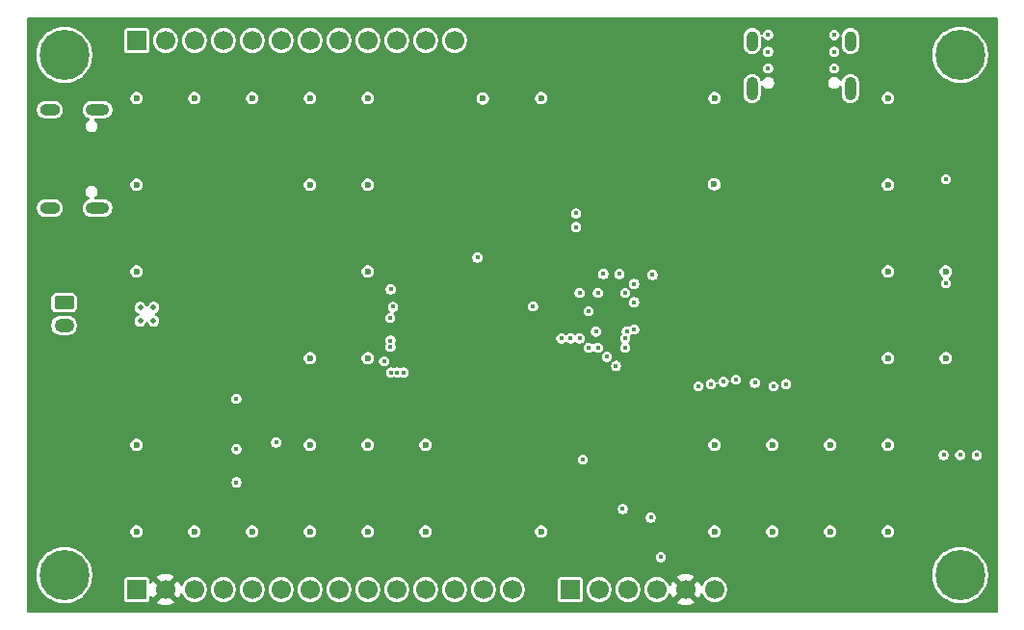
<source format=gbr>
%TF.GenerationSoftware,KiCad,Pcbnew,9.0.3*%
%TF.CreationDate,2025-11-22T18:35:30-05:00*%
%TF.ProjectId,SeedSBC_rev2_0,53656564-5342-4435-9f72-6576325f302e,rev?*%
%TF.SameCoordinates,Original*%
%TF.FileFunction,Copper,L5,Inr*%
%TF.FilePolarity,Positive*%
%FSLAX46Y46*%
G04 Gerber Fmt 4.6, Leading zero omitted, Abs format (unit mm)*
G04 Created by KiCad (PCBNEW 9.0.3) date 2025-11-22 18:35:30*
%MOMM*%
%LPD*%
G01*
G04 APERTURE LIST*
G04 Aperture macros list*
%AMRoundRect*
0 Rectangle with rounded corners*
0 $1 Rounding radius*
0 $2 $3 $4 $5 $6 $7 $8 $9 X,Y pos of 4 corners*
0 Add a 4 corners polygon primitive as box body*
4,1,4,$2,$3,$4,$5,$6,$7,$8,$9,$2,$3,0*
0 Add four circle primitives for the rounded corners*
1,1,$1+$1,$2,$3*
1,1,$1+$1,$4,$5*
1,1,$1+$1,$6,$7*
1,1,$1+$1,$8,$9*
0 Add four rect primitives between the rounded corners*
20,1,$1+$1,$2,$3,$4,$5,0*
20,1,$1+$1,$4,$5,$6,$7,0*
20,1,$1+$1,$6,$7,$8,$9,0*
20,1,$1+$1,$8,$9,$2,$3,0*%
G04 Aperture macros list end*
%TA.AperFunction,ComponentPad*%
%ADD10C,0.700000*%
%TD*%
%TA.AperFunction,ComponentPad*%
%ADD11C,4.400000*%
%TD*%
%TA.AperFunction,HeatsinkPad*%
%ADD12O,2.100000X1.000000*%
%TD*%
%TA.AperFunction,HeatsinkPad*%
%ADD13O,1.800000X1.000000*%
%TD*%
%TA.AperFunction,HeatsinkPad*%
%ADD14O,1.000000X2.100000*%
%TD*%
%TA.AperFunction,HeatsinkPad*%
%ADD15O,1.000000X1.800000*%
%TD*%
%TA.AperFunction,ComponentPad*%
%ADD16R,1.700000X1.700000*%
%TD*%
%TA.AperFunction,ComponentPad*%
%ADD17C,1.700000*%
%TD*%
%TA.AperFunction,ComponentPad*%
%ADD18RoundRect,0.250000X-0.625000X0.350000X-0.625000X-0.350000X0.625000X-0.350000X0.625000X0.350000X0*%
%TD*%
%TA.AperFunction,ComponentPad*%
%ADD19O,1.750000X1.200000*%
%TD*%
%TA.AperFunction,HeatsinkPad*%
%ADD20C,0.500000*%
%TD*%
%TA.AperFunction,ViaPad*%
%ADD21C,0.400000*%
%TD*%
%TA.AperFunction,ViaPad*%
%ADD22C,0.600000*%
%TD*%
G04 APERTURE END LIST*
D10*
%TO.N,GND*%
%TO.C,H1*%
X103760000Y-77470000D03*
X104243274Y-76303274D03*
X104243274Y-78636726D03*
X105410000Y-75820000D03*
D11*
X105410000Y-77470000D03*
D10*
X105410000Y-79120000D03*
X106576726Y-76303274D03*
X106576726Y-78636726D03*
X107060000Y-77470000D03*
%TD*%
D12*
%TO.N,Net-(J6-SHIELD)*%
%TO.C,J6*%
X108320000Y-82296000D03*
D13*
X104140000Y-82296000D03*
D12*
X108320000Y-90936000D03*
D13*
X104140000Y-90936000D03*
%TD*%
D10*
%TO.N,GND*%
%TO.C,H2*%
X182500000Y-77470000D03*
X182983274Y-76303274D03*
X182983274Y-78636726D03*
X184150000Y-75820000D03*
D11*
X184150000Y-77470000D03*
D10*
X184150000Y-79120000D03*
X185316726Y-76303274D03*
X185316726Y-78636726D03*
X185800000Y-77470000D03*
%TD*%
D14*
%TO.N,GND*%
%TO.C,J7*%
X174500000Y-80445000D03*
D15*
X174500000Y-76265000D03*
D14*
X165860000Y-80445000D03*
D15*
X165860000Y-76265000D03*
%TD*%
D10*
%TO.N,GND*%
%TO.C,H3*%
X182500000Y-123190000D03*
X182983274Y-122023274D03*
X182983274Y-124356726D03*
X184150000Y-121540000D03*
D11*
X184150000Y-123190000D03*
D10*
X184150000Y-124840000D03*
X185316726Y-122023274D03*
X185316726Y-124356726D03*
X185800000Y-123190000D03*
%TD*%
D16*
%TO.N,USB_VBUS*%
%TO.C,J1*%
X111760000Y-76200000D03*
D17*
%TO.N,EN*%
X114300000Y-76200000D03*
%TO.N,USB_VBUS2*%
X116840000Y-76200000D03*
%TO.N,/FPGA + SRAM/IO_T8*%
X119380000Y-76200000D03*
%TO.N,/FPGA + SRAM/IO_T7*%
X121920000Y-76200000D03*
%TO.N,/FPGA + SRAM/IO_T6*%
X124460000Y-76200000D03*
%TO.N,/FPGA + SRAM/IO_T5*%
X127000000Y-76200000D03*
%TO.N,/FPGA + SRAM/IO_T4*%
X129540000Y-76200000D03*
%TO.N,/FPGA + SRAM/IO_T3*%
X132080000Y-76200000D03*
%TO.N,/FPGA + SRAM/IO_T2*%
X134620000Y-76200000D03*
%TO.N,/FPGA + SRAM/IO_T1*%
X137160000Y-76200000D03*
%TO.N,GND*%
X139700000Y-76200000D03*
%TD*%
D10*
%TO.N,GND*%
%TO.C,H4*%
X103760000Y-123190000D03*
X104243274Y-122023274D03*
X104243274Y-124356726D03*
X105410000Y-121540000D03*
D11*
X105410000Y-123190000D03*
D10*
X105410000Y-124840000D03*
X106576726Y-122023274D03*
X106576726Y-124356726D03*
X107060000Y-123190000D03*
%TD*%
D16*
%TO.N,/FPGA + SRAM/FPGA/SPI_CNFG_CS*%
%TO.C,J4*%
X149860000Y-124460000D03*
D17*
%TO.N,/FPGA + SRAM/FPGA/SPI_CNFG_DO*%
X152400000Y-124460000D03*
%TO.N,/FPGA + SRAM/FPGA/SPI_CNFG_DI*%
X154940000Y-124460000D03*
%TO.N,/FPGA + SRAM/FPGA/SPI_CNFG_SCK*%
X157480000Y-124460000D03*
%TO.N,P3V3*%
X160020000Y-124460000D03*
%TO.N,GND*%
X162560000Y-124460000D03*
%TD*%
D18*
%TO.N,V_BAT*%
%TO.C,J3*%
X105390000Y-99250000D03*
D19*
%TO.N,GND*%
X105390000Y-101250000D03*
%TD*%
D20*
%TO.N,GND*%
%TO.C,U9*%
X112080000Y-99670000D03*
X112080000Y-100850000D03*
X113260000Y-99670000D03*
X113260000Y-100850000D03*
%TD*%
D16*
%TO.N,V_BAT*%
%TO.C,J8*%
X111760000Y-124460000D03*
D17*
%TO.N,P3V3*%
X114300000Y-124460000D03*
%TO.N,GND*%
X116840000Y-124460000D03*
%TO.N,/FPGA + SRAM/IO_B10*%
X119380000Y-124460000D03*
%TO.N,/FPGA + SRAM/IO_B9*%
X121920000Y-124460000D03*
%TO.N,/FPGA + SRAM/IO_B8*%
X124460000Y-124460000D03*
%TO.N,/FPGA + SRAM/IO_B7*%
X127000000Y-124460000D03*
%TO.N,/FPGA + SRAM/IO_B6*%
X129540000Y-124460000D03*
%TO.N,/FPGA + SRAM/IO_B5*%
X132080000Y-124460000D03*
%TO.N,/FPGA + SRAM/IO_B4*%
X134620000Y-124460000D03*
%TO.N,/FPGA + SRAM/IO_B3*%
X137160000Y-124460000D03*
%TO.N,/FPGA + SRAM/IO_B2*%
X139700000Y-124460000D03*
%TO.N,/FPGA + SRAM/IO_B1*%
X142240000Y-124460000D03*
%TO.N,GND*%
X144780000Y-124460000D03*
%TD*%
D21*
%TO.N,P3V3*%
X151500000Y-99200000D03*
X181300000Y-88140000D03*
X160370000Y-110810000D03*
X151890000Y-91930000D03*
X155720000Y-81630000D03*
X169310000Y-87340000D03*
X132990000Y-94200000D03*
X151500000Y-101600000D03*
X142880000Y-114190000D03*
X159050000Y-81850000D03*
X142880000Y-113170000D03*
X153900000Y-98400000D03*
X168620000Y-86690000D03*
X141220000Y-104170000D03*
X148480000Y-84570000D03*
X182490000Y-119640000D03*
X185810000Y-119640000D03*
X121210000Y-104150000D03*
X143046476Y-99542694D03*
X123260000Y-99470000D03*
X158100000Y-104400000D03*
X157560000Y-110710000D03*
X143990000Y-102580000D03*
X134460000Y-94200000D03*
X145970000Y-117310000D03*
X157120000Y-111220000D03*
X153900000Y-102400000D03*
X135730000Y-104170000D03*
X145080000Y-105890000D03*
X135790000Y-90340000D03*
X135790000Y-88880000D03*
X138720000Y-95270000D03*
X122570000Y-96820000D03*
X155500000Y-100000000D03*
X159040000Y-84830000D03*
X141220000Y-96490000D03*
X138220000Y-95270000D03*
X121580000Y-115720000D03*
X121560000Y-105560000D03*
X162310000Y-97570000D03*
X137610000Y-96390000D03*
X162355521Y-103054479D03*
X182910000Y-91440000D03*
X159829479Y-103030521D03*
X159425000Y-97175000D03*
X117130000Y-111010000D03*
D22*
%TO.N,GND*%
X132080000Y-96520000D03*
X111760000Y-96520000D03*
X137160000Y-119380000D03*
D21*
X134084395Y-102580000D03*
D22*
X147320000Y-119380000D03*
X116840000Y-119380000D03*
X182880000Y-96520000D03*
X162535248Y-88854186D03*
X127000000Y-111760000D03*
X127000000Y-88900000D03*
X132080000Y-104140000D03*
X132080000Y-119380000D03*
X162560000Y-119380000D03*
X111760000Y-88900000D03*
X116840000Y-81280000D03*
X172720000Y-111760000D03*
X137160000Y-111760000D03*
X177800000Y-104140000D03*
X167640000Y-119380000D03*
X127000000Y-81280000D03*
X121920000Y-81280000D03*
X162560000Y-81280000D03*
X121920000Y-119380000D03*
X162560000Y-111760000D03*
X177800000Y-111760000D03*
X172720000Y-119380000D03*
X111760000Y-81280000D03*
X111760000Y-111760000D03*
X182880000Y-104140000D03*
X111760000Y-119380000D03*
X132080000Y-111760000D03*
X142194186Y-81295008D03*
X127000000Y-104140000D03*
X127000000Y-119380000D03*
X132080000Y-81280000D03*
X167640000Y-111760000D03*
X177800000Y-88900000D03*
X177800000Y-119380000D03*
X132080000Y-88900000D03*
X177800000Y-96520000D03*
X177800000Y-81280000D03*
X147320000Y-81280000D03*
D21*
%TO.N,P1V2*%
X152780000Y-96730000D03*
X182910000Y-97540000D03*
X154200000Y-96730000D03*
X154850000Y-101790000D03*
X152130000Y-101790000D03*
%TO.N,P2V5*%
X124018497Y-111545078D03*
X157100000Y-96800000D03*
%TO.N,USB_VBUS2*%
X167260000Y-78650000D03*
X167260000Y-75710000D03*
X173080000Y-75710000D03*
X167260000Y-77180000D03*
X173080000Y-78650000D03*
X182910000Y-88390000D03*
X173080000Y-77180000D03*
%TO.N,/USB/1.8V*%
X141720000Y-95280000D03*
%TO.N,Net-(U8-VPHY)*%
X134110000Y-98080000D03*
%TO.N,Net-(U8-VPLL)*%
X134050000Y-100590000D03*
%TO.N,/FPGA + SRAM/SD_CLK*%
X149900000Y-102400000D03*
%TO.N,/FPGA + SRAM/SD_DAT0*%
X120530000Y-107700000D03*
%TO.N,/FPGA + SRAM/SD_DAT3*%
X150700000Y-102400000D03*
%TO.N,/SD MMC/SD_CMD*%
X120540000Y-112120000D03*
%TO.N,/FPGA + SRAM/SD_DAT2*%
X120540000Y-115040000D03*
%TO.N,/FPGA + SRAM/SD_DAT1*%
X149100000Y-102400000D03*
%TO.N,/FPGA + SRAM/FPGA/SPI_CNFG_DO*%
X150970000Y-113020000D03*
X134670133Y-105392219D03*
%TO.N,/FPGA + SRAM/FPGA/SPI_CNFG_DI*%
X134120137Y-105389567D03*
X154490000Y-117390000D03*
%TO.N,/FPGA + SRAM/FPGA/SPI_CNFG_SCK*%
X157840000Y-121610000D03*
X133520000Y-104410000D03*
%TO.N,/FPGA + SRAM/IO_T3*%
X150399479Y-92600521D03*
X150700000Y-98400000D03*
%TO.N,/FPGA + SRAM/IO_T1*%
X152300000Y-98400000D03*
X150400000Y-91400000D03*
%TO.N,/FPGA + SRAM/SPI_CNFG_CS_B*%
X156950000Y-118150000D03*
X135220135Y-105391775D03*
%TO.N,Net-(U8-REF)*%
X134300000Y-99610000D03*
%TO.N,Net-(U8-~{RESET})*%
X134070000Y-103130000D03*
%TO.N,/FPGA + SRAM/LED_B*%
X151500000Y-103200000D03*
X182690000Y-112650000D03*
%TO.N,/FPGA + SRAM/LED_G*%
X185620000Y-112650000D03*
X153900000Y-104800000D03*
%TO.N,/FPGA + SRAM/LED_R*%
X184150000Y-112640000D03*
X152300000Y-103200000D03*
%TO.N,/FPGA + SRAM/FPGA/SRAM_WE_B*%
X155500000Y-99200000D03*
X166100030Y-106300000D03*
%TO.N,/FPGA + SRAM/FPGA/A8*%
X164450000Y-106000000D03*
X155500000Y-101600000D03*
%TO.N,/FPGA + SRAM/FPGA/A14*%
X161150000Y-106600000D03*
X153100000Y-104000000D03*
%TO.N,/FPGA + SRAM/FPGA/SRAM_UB_B*%
X154700000Y-98400000D03*
X167750000Y-106600000D03*
%TO.N,/FPGA + SRAM/FPGA/A18*%
X155500000Y-97600000D03*
X168858487Y-106407428D03*
%TO.N,/FPGA + SRAM/FIFO5*%
X151500000Y-100000000D03*
X146603960Y-99575001D03*
%TO.N,/FPGA + SRAM/FPGA/A12*%
X162250000Y-106400000D03*
X154700000Y-103200000D03*
%TO.N,/FPGA + SRAM/FPGA/A10*%
X163350000Y-106200000D03*
X154700000Y-102400000D03*
%TD*%
%TA.AperFunction,Conductor*%
%TO.N,P3V3*%
G36*
X187402539Y-74180185D02*
G01*
X187448294Y-74232989D01*
X187459500Y-74284500D01*
X187459500Y-126375500D01*
X187439815Y-126442539D01*
X187387011Y-126488294D01*
X187335500Y-126499500D01*
X102224500Y-126499500D01*
X102157461Y-126479815D01*
X102111706Y-126427011D01*
X102100500Y-126375500D01*
X102100500Y-123052378D01*
X102959500Y-123052378D01*
X102959500Y-123327621D01*
X102990315Y-123601108D01*
X102990317Y-123601124D01*
X103051561Y-123869453D01*
X103051565Y-123869465D01*
X103142467Y-124129246D01*
X103261884Y-124377218D01*
X103261886Y-124377221D01*
X103408319Y-124610268D01*
X103579925Y-124825455D01*
X103774545Y-125020075D01*
X103989732Y-125191681D01*
X104222779Y-125338114D01*
X104470757Y-125457534D01*
X104665865Y-125525805D01*
X104730534Y-125548434D01*
X104730546Y-125548438D01*
X104998879Y-125609683D01*
X105272378Y-125640499D01*
X105272379Y-125640500D01*
X105272383Y-125640500D01*
X105547621Y-125640500D01*
X105547621Y-125640499D01*
X105821121Y-125609683D01*
X106089454Y-125548438D01*
X106349243Y-125457534D01*
X106597221Y-125338114D01*
X106830268Y-125191681D01*
X107045455Y-125020075D01*
X107240075Y-124825455D01*
X107411681Y-124610268D01*
X107558114Y-124377221D01*
X107677534Y-124129243D01*
X107768438Y-123869454D01*
X107829683Y-123601121D01*
X107831462Y-123585321D01*
X110659500Y-123585321D01*
X110659500Y-125334678D01*
X110674032Y-125407735D01*
X110674033Y-125407739D01*
X110692405Y-125435235D01*
X110729399Y-125490601D01*
X110812260Y-125545966D01*
X110812264Y-125545967D01*
X110885321Y-125560499D01*
X110885324Y-125560500D01*
X110885326Y-125560500D01*
X112634676Y-125560500D01*
X112634677Y-125560499D01*
X112707740Y-125545966D01*
X112790601Y-125490601D01*
X112845966Y-125407740D01*
X112860500Y-125334674D01*
X112860500Y-125124949D01*
X112880185Y-125057910D01*
X112932989Y-125012155D01*
X113002147Y-125002211D01*
X113065703Y-125031236D01*
X113094985Y-125068654D01*
X113145375Y-125167550D01*
X113184728Y-125221716D01*
X113817037Y-124589408D01*
X113834075Y-124652993D01*
X113899901Y-124767007D01*
X113992993Y-124860099D01*
X114107007Y-124925925D01*
X114170590Y-124942962D01*
X113538282Y-125575269D01*
X113538282Y-125575270D01*
X113592449Y-125614624D01*
X113781782Y-125711095D01*
X113983870Y-125776757D01*
X114193754Y-125810000D01*
X114406246Y-125810000D01*
X114616127Y-125776757D01*
X114616130Y-125776757D01*
X114818217Y-125711095D01*
X115007554Y-125614622D01*
X115061716Y-125575270D01*
X115061717Y-125575270D01*
X114429408Y-124942962D01*
X114492993Y-124925925D01*
X114607007Y-124860099D01*
X114700099Y-124767007D01*
X114765925Y-124652993D01*
X114782962Y-124589408D01*
X115415270Y-125221717D01*
X115415270Y-125221716D01*
X115454622Y-125167554D01*
X115551096Y-124978215D01*
X115583239Y-124879288D01*
X115622676Y-124821612D01*
X115687034Y-124794413D01*
X115755880Y-124806327D01*
X115807357Y-124853571D01*
X115819100Y-124879284D01*
X115820127Y-124882446D01*
X115842281Y-124925925D01*
X115898768Y-125036788D01*
X116000586Y-125176928D01*
X116123072Y-125299414D01*
X116263212Y-125401232D01*
X116417555Y-125479873D01*
X116582299Y-125533402D01*
X116753389Y-125560500D01*
X116753390Y-125560500D01*
X116926610Y-125560500D01*
X116926611Y-125560500D01*
X117097701Y-125533402D01*
X117262445Y-125479873D01*
X117416788Y-125401232D01*
X117556928Y-125299414D01*
X117679414Y-125176928D01*
X117781232Y-125036788D01*
X117859873Y-124882445D01*
X117913402Y-124717701D01*
X117940500Y-124546611D01*
X117940500Y-124373389D01*
X118279500Y-124373389D01*
X118279500Y-124546611D01*
X118306598Y-124717701D01*
X118360127Y-124882445D01*
X118438768Y-125036788D01*
X118540586Y-125176928D01*
X118663072Y-125299414D01*
X118803212Y-125401232D01*
X118957555Y-125479873D01*
X119122299Y-125533402D01*
X119293389Y-125560500D01*
X119293390Y-125560500D01*
X119466610Y-125560500D01*
X119466611Y-125560500D01*
X119637701Y-125533402D01*
X119802445Y-125479873D01*
X119956788Y-125401232D01*
X120096928Y-125299414D01*
X120219414Y-125176928D01*
X120321232Y-125036788D01*
X120399873Y-124882445D01*
X120453402Y-124717701D01*
X120480500Y-124546611D01*
X120480500Y-124373389D01*
X120819500Y-124373389D01*
X120819500Y-124546611D01*
X120846598Y-124717701D01*
X120900127Y-124882445D01*
X120978768Y-125036788D01*
X121080586Y-125176928D01*
X121203072Y-125299414D01*
X121343212Y-125401232D01*
X121497555Y-125479873D01*
X121662299Y-125533402D01*
X121833389Y-125560500D01*
X121833390Y-125560500D01*
X122006610Y-125560500D01*
X122006611Y-125560500D01*
X122177701Y-125533402D01*
X122342445Y-125479873D01*
X122496788Y-125401232D01*
X122636928Y-125299414D01*
X122759414Y-125176928D01*
X122861232Y-125036788D01*
X122939873Y-124882445D01*
X122993402Y-124717701D01*
X123020500Y-124546611D01*
X123020500Y-124373389D01*
X123359500Y-124373389D01*
X123359500Y-124546611D01*
X123386598Y-124717701D01*
X123440127Y-124882445D01*
X123518768Y-125036788D01*
X123620586Y-125176928D01*
X123743072Y-125299414D01*
X123883212Y-125401232D01*
X124037555Y-125479873D01*
X124202299Y-125533402D01*
X124373389Y-125560500D01*
X124373390Y-125560500D01*
X124546610Y-125560500D01*
X124546611Y-125560500D01*
X124717701Y-125533402D01*
X124882445Y-125479873D01*
X125036788Y-125401232D01*
X125176928Y-125299414D01*
X125299414Y-125176928D01*
X125401232Y-125036788D01*
X125479873Y-124882445D01*
X125533402Y-124717701D01*
X125560500Y-124546611D01*
X125560500Y-124373389D01*
X125899500Y-124373389D01*
X125899500Y-124546611D01*
X125926598Y-124717701D01*
X125980127Y-124882445D01*
X126058768Y-125036788D01*
X126160586Y-125176928D01*
X126283072Y-125299414D01*
X126423212Y-125401232D01*
X126577555Y-125479873D01*
X126742299Y-125533402D01*
X126913389Y-125560500D01*
X126913390Y-125560500D01*
X127086610Y-125560500D01*
X127086611Y-125560500D01*
X127257701Y-125533402D01*
X127422445Y-125479873D01*
X127576788Y-125401232D01*
X127716928Y-125299414D01*
X127839414Y-125176928D01*
X127941232Y-125036788D01*
X128019873Y-124882445D01*
X128073402Y-124717701D01*
X128100500Y-124546611D01*
X128100500Y-124373389D01*
X128439500Y-124373389D01*
X128439500Y-124546611D01*
X128466598Y-124717701D01*
X128520127Y-124882445D01*
X128598768Y-125036788D01*
X128700586Y-125176928D01*
X128823072Y-125299414D01*
X128963212Y-125401232D01*
X129117555Y-125479873D01*
X129282299Y-125533402D01*
X129453389Y-125560500D01*
X129453390Y-125560500D01*
X129626610Y-125560500D01*
X129626611Y-125560500D01*
X129797701Y-125533402D01*
X129962445Y-125479873D01*
X130116788Y-125401232D01*
X130256928Y-125299414D01*
X130379414Y-125176928D01*
X130481232Y-125036788D01*
X130559873Y-124882445D01*
X130613402Y-124717701D01*
X130640500Y-124546611D01*
X130640500Y-124373389D01*
X130979500Y-124373389D01*
X130979500Y-124546611D01*
X131006598Y-124717701D01*
X131060127Y-124882445D01*
X131138768Y-125036788D01*
X131240586Y-125176928D01*
X131363072Y-125299414D01*
X131503212Y-125401232D01*
X131657555Y-125479873D01*
X131822299Y-125533402D01*
X131993389Y-125560500D01*
X131993390Y-125560500D01*
X132166610Y-125560500D01*
X132166611Y-125560500D01*
X132337701Y-125533402D01*
X132502445Y-125479873D01*
X132656788Y-125401232D01*
X132796928Y-125299414D01*
X132919414Y-125176928D01*
X133021232Y-125036788D01*
X133099873Y-124882445D01*
X133153402Y-124717701D01*
X133180500Y-124546611D01*
X133180500Y-124373389D01*
X133519500Y-124373389D01*
X133519500Y-124546611D01*
X133546598Y-124717701D01*
X133600127Y-124882445D01*
X133678768Y-125036788D01*
X133780586Y-125176928D01*
X133903072Y-125299414D01*
X134043212Y-125401232D01*
X134197555Y-125479873D01*
X134362299Y-125533402D01*
X134533389Y-125560500D01*
X134533390Y-125560500D01*
X134706610Y-125560500D01*
X134706611Y-125560500D01*
X134877701Y-125533402D01*
X135042445Y-125479873D01*
X135196788Y-125401232D01*
X135336928Y-125299414D01*
X135459414Y-125176928D01*
X135561232Y-125036788D01*
X135639873Y-124882445D01*
X135693402Y-124717701D01*
X135720500Y-124546611D01*
X135720500Y-124373389D01*
X136059500Y-124373389D01*
X136059500Y-124546611D01*
X136086598Y-124717701D01*
X136140127Y-124882445D01*
X136218768Y-125036788D01*
X136320586Y-125176928D01*
X136443072Y-125299414D01*
X136583212Y-125401232D01*
X136737555Y-125479873D01*
X136902299Y-125533402D01*
X137073389Y-125560500D01*
X137073390Y-125560500D01*
X137246610Y-125560500D01*
X137246611Y-125560500D01*
X137417701Y-125533402D01*
X137582445Y-125479873D01*
X137736788Y-125401232D01*
X137876928Y-125299414D01*
X137999414Y-125176928D01*
X138101232Y-125036788D01*
X138179873Y-124882445D01*
X138233402Y-124717701D01*
X138260500Y-124546611D01*
X138260500Y-124373389D01*
X138599500Y-124373389D01*
X138599500Y-124546611D01*
X138626598Y-124717701D01*
X138680127Y-124882445D01*
X138758768Y-125036788D01*
X138860586Y-125176928D01*
X138983072Y-125299414D01*
X139123212Y-125401232D01*
X139277555Y-125479873D01*
X139442299Y-125533402D01*
X139613389Y-125560500D01*
X139613390Y-125560500D01*
X139786610Y-125560500D01*
X139786611Y-125560500D01*
X139957701Y-125533402D01*
X140122445Y-125479873D01*
X140276788Y-125401232D01*
X140416928Y-125299414D01*
X140539414Y-125176928D01*
X140641232Y-125036788D01*
X140719873Y-124882445D01*
X140773402Y-124717701D01*
X140800500Y-124546611D01*
X140800500Y-124373389D01*
X141139500Y-124373389D01*
X141139500Y-124546611D01*
X141166598Y-124717701D01*
X141220127Y-124882445D01*
X141298768Y-125036788D01*
X141400586Y-125176928D01*
X141523072Y-125299414D01*
X141663212Y-125401232D01*
X141817555Y-125479873D01*
X141982299Y-125533402D01*
X142153389Y-125560500D01*
X142153390Y-125560500D01*
X142326610Y-125560500D01*
X142326611Y-125560500D01*
X142497701Y-125533402D01*
X142662445Y-125479873D01*
X142816788Y-125401232D01*
X142956928Y-125299414D01*
X143079414Y-125176928D01*
X143181232Y-125036788D01*
X143259873Y-124882445D01*
X143313402Y-124717701D01*
X143340500Y-124546611D01*
X143340500Y-124373389D01*
X143679500Y-124373389D01*
X143679500Y-124546611D01*
X143706598Y-124717701D01*
X143760127Y-124882445D01*
X143838768Y-125036788D01*
X143940586Y-125176928D01*
X144063072Y-125299414D01*
X144203212Y-125401232D01*
X144357555Y-125479873D01*
X144522299Y-125533402D01*
X144693389Y-125560500D01*
X144693390Y-125560500D01*
X144866610Y-125560500D01*
X144866611Y-125560500D01*
X145037701Y-125533402D01*
X145202445Y-125479873D01*
X145356788Y-125401232D01*
X145496928Y-125299414D01*
X145619414Y-125176928D01*
X145721232Y-125036788D01*
X145799873Y-124882445D01*
X145853402Y-124717701D01*
X145880500Y-124546611D01*
X145880500Y-124373389D01*
X145853402Y-124202299D01*
X145799873Y-124037555D01*
X145721232Y-123883212D01*
X145619414Y-123743072D01*
X145496928Y-123620586D01*
X145448390Y-123585321D01*
X148759500Y-123585321D01*
X148759500Y-125334678D01*
X148774032Y-125407735D01*
X148774033Y-125407739D01*
X148792405Y-125435235D01*
X148829399Y-125490601D01*
X148912260Y-125545966D01*
X148912264Y-125545967D01*
X148985321Y-125560499D01*
X148985324Y-125560500D01*
X148985326Y-125560500D01*
X150734676Y-125560500D01*
X150734677Y-125560499D01*
X150807740Y-125545966D01*
X150890601Y-125490601D01*
X150945966Y-125407740D01*
X150960500Y-125334674D01*
X150960500Y-124373389D01*
X151299500Y-124373389D01*
X151299500Y-124546611D01*
X151326598Y-124717701D01*
X151380127Y-124882445D01*
X151458768Y-125036788D01*
X151560586Y-125176928D01*
X151683072Y-125299414D01*
X151823212Y-125401232D01*
X151977555Y-125479873D01*
X152142299Y-125533402D01*
X152313389Y-125560500D01*
X152313390Y-125560500D01*
X152486610Y-125560500D01*
X152486611Y-125560500D01*
X152657701Y-125533402D01*
X152822445Y-125479873D01*
X152976788Y-125401232D01*
X153116928Y-125299414D01*
X153239414Y-125176928D01*
X153341232Y-125036788D01*
X153419873Y-124882445D01*
X153473402Y-124717701D01*
X153500500Y-124546611D01*
X153500500Y-124373389D01*
X153839500Y-124373389D01*
X153839500Y-124546611D01*
X153866598Y-124717701D01*
X153920127Y-124882445D01*
X153998768Y-125036788D01*
X154100586Y-125176928D01*
X154223072Y-125299414D01*
X154363212Y-125401232D01*
X154517555Y-125479873D01*
X154682299Y-125533402D01*
X154853389Y-125560500D01*
X154853390Y-125560500D01*
X155026610Y-125560500D01*
X155026611Y-125560500D01*
X155197701Y-125533402D01*
X155362445Y-125479873D01*
X155516788Y-125401232D01*
X155656928Y-125299414D01*
X155779414Y-125176928D01*
X155881232Y-125036788D01*
X155959873Y-124882445D01*
X156013402Y-124717701D01*
X156040500Y-124546611D01*
X156040500Y-124373389D01*
X156379500Y-124373389D01*
X156379500Y-124546611D01*
X156406598Y-124717701D01*
X156460127Y-124882445D01*
X156538768Y-125036788D01*
X156640586Y-125176928D01*
X156763072Y-125299414D01*
X156903212Y-125401232D01*
X157057555Y-125479873D01*
X157222299Y-125533402D01*
X157393389Y-125560500D01*
X157393390Y-125560500D01*
X157566610Y-125560500D01*
X157566611Y-125560500D01*
X157737701Y-125533402D01*
X157902445Y-125479873D01*
X158056788Y-125401232D01*
X158196928Y-125299414D01*
X158319414Y-125176928D01*
X158421232Y-125036788D01*
X158499873Y-124882445D01*
X158500896Y-124879294D01*
X158501610Y-124878250D01*
X158501734Y-124877952D01*
X158501796Y-124877977D01*
X158540327Y-124821618D01*
X158604683Y-124794415D01*
X158673530Y-124806323D01*
X158725011Y-124853562D01*
X158736760Y-124879287D01*
X158768904Y-124978217D01*
X158865375Y-125167550D01*
X158904728Y-125221716D01*
X159537037Y-124589408D01*
X159554075Y-124652993D01*
X159619901Y-124767007D01*
X159712993Y-124860099D01*
X159827007Y-124925925D01*
X159890590Y-124942962D01*
X159258282Y-125575269D01*
X159258282Y-125575270D01*
X159312449Y-125614624D01*
X159501782Y-125711095D01*
X159703870Y-125776757D01*
X159913754Y-125810000D01*
X160126246Y-125810000D01*
X160336127Y-125776757D01*
X160336130Y-125776757D01*
X160538217Y-125711095D01*
X160727554Y-125614622D01*
X160781716Y-125575270D01*
X160781717Y-125575270D01*
X160149408Y-124942962D01*
X160212993Y-124925925D01*
X160327007Y-124860099D01*
X160420099Y-124767007D01*
X160485925Y-124652993D01*
X160502962Y-124589408D01*
X161135270Y-125221717D01*
X161135270Y-125221716D01*
X161174622Y-125167554D01*
X161271096Y-124978215D01*
X161303239Y-124879288D01*
X161342676Y-124821612D01*
X161407034Y-124794413D01*
X161475880Y-124806327D01*
X161527357Y-124853571D01*
X161539100Y-124879284D01*
X161540127Y-124882446D01*
X161562281Y-124925925D01*
X161618768Y-125036788D01*
X161720586Y-125176928D01*
X161843072Y-125299414D01*
X161983212Y-125401232D01*
X162137555Y-125479873D01*
X162302299Y-125533402D01*
X162473389Y-125560500D01*
X162473390Y-125560500D01*
X162646610Y-125560500D01*
X162646611Y-125560500D01*
X162817701Y-125533402D01*
X162982445Y-125479873D01*
X163136788Y-125401232D01*
X163276928Y-125299414D01*
X163399414Y-125176928D01*
X163501232Y-125036788D01*
X163579873Y-124882445D01*
X163633402Y-124717701D01*
X163660500Y-124546611D01*
X163660500Y-124373389D01*
X163633402Y-124202299D01*
X163579873Y-124037555D01*
X163501232Y-123883212D01*
X163399414Y-123743072D01*
X163276928Y-123620586D01*
X163136788Y-123518768D01*
X162982445Y-123440127D01*
X162817701Y-123386598D01*
X162817699Y-123386597D01*
X162817698Y-123386597D01*
X162686271Y-123365781D01*
X162646611Y-123359500D01*
X162473389Y-123359500D01*
X162433728Y-123365781D01*
X162302302Y-123386597D01*
X162137552Y-123440128D01*
X161983211Y-123518768D01*
X161903256Y-123576859D01*
X161843072Y-123620586D01*
X161843070Y-123620588D01*
X161843069Y-123620588D01*
X161720588Y-123743069D01*
X161720588Y-123743070D01*
X161720586Y-123743072D01*
X161682822Y-123795050D01*
X161618768Y-123883211D01*
X161540128Y-124037550D01*
X161539487Y-124039522D01*
X161539102Y-124040712D01*
X161539099Y-124040720D01*
X161538381Y-124041769D01*
X161538266Y-124042048D01*
X161538207Y-124042023D01*
X161499657Y-124098393D01*
X161435297Y-124125587D01*
X161366451Y-124113668D01*
X161314979Y-124066420D01*
X161303239Y-124040711D01*
X161271096Y-123941784D01*
X161174624Y-123752449D01*
X161135270Y-123698282D01*
X161135269Y-123698282D01*
X160502962Y-124330590D01*
X160485925Y-124267007D01*
X160420099Y-124152993D01*
X160327007Y-124059901D01*
X160212993Y-123994075D01*
X160149409Y-123977037D01*
X160781716Y-123344728D01*
X160727550Y-123305375D01*
X160538217Y-123208904D01*
X160408740Y-123166835D01*
X160336129Y-123143242D01*
X160126246Y-123110000D01*
X159913754Y-123110000D01*
X159703872Y-123143242D01*
X159703869Y-123143242D01*
X159501782Y-123208904D01*
X159312439Y-123305380D01*
X159258282Y-123344727D01*
X159258282Y-123344728D01*
X159890591Y-123977037D01*
X159827007Y-123994075D01*
X159712993Y-124059901D01*
X159619901Y-124152993D01*
X159554075Y-124267007D01*
X159537037Y-124330591D01*
X158904728Y-123698282D01*
X158904727Y-123698282D01*
X158865380Y-123752439D01*
X158768904Y-123941783D01*
X158736760Y-124040712D01*
X158697322Y-124098388D01*
X158632964Y-124125586D01*
X158564117Y-124113671D01*
X158512642Y-124066427D01*
X158500898Y-124040711D01*
X158499873Y-124037555D01*
X158421232Y-123883212D01*
X158319414Y-123743072D01*
X158196928Y-123620586D01*
X158056788Y-123518768D01*
X157902445Y-123440127D01*
X157737701Y-123386598D01*
X157737699Y-123386597D01*
X157737698Y-123386597D01*
X157606271Y-123365781D01*
X157566611Y-123359500D01*
X157393389Y-123359500D01*
X157353728Y-123365781D01*
X157222302Y-123386597D01*
X157057552Y-123440128D01*
X156903211Y-123518768D01*
X156823256Y-123576859D01*
X156763072Y-123620586D01*
X156763070Y-123620588D01*
X156763069Y-123620588D01*
X156640588Y-123743069D01*
X156640588Y-123743070D01*
X156640586Y-123743072D01*
X156602822Y-123795050D01*
X156538768Y-123883211D01*
X156460128Y-124037552D01*
X156406597Y-124202302D01*
X156396349Y-124267007D01*
X156379500Y-124373389D01*
X156040500Y-124373389D01*
X156013402Y-124202299D01*
X155959873Y-124037555D01*
X155881232Y-123883212D01*
X155779414Y-123743072D01*
X155656928Y-123620586D01*
X155516788Y-123518768D01*
X155362445Y-123440127D01*
X155197701Y-123386598D01*
X155197699Y-123386597D01*
X155197698Y-123386597D01*
X155066271Y-123365781D01*
X155026611Y-123359500D01*
X154853389Y-123359500D01*
X154813728Y-123365781D01*
X154682302Y-123386597D01*
X154517552Y-123440128D01*
X154363211Y-123518768D01*
X154283256Y-123576859D01*
X154223072Y-123620586D01*
X154223070Y-123620588D01*
X154223069Y-123620588D01*
X154100588Y-123743069D01*
X154100588Y-123743070D01*
X154100586Y-123743072D01*
X154062822Y-123795050D01*
X153998768Y-123883211D01*
X153920128Y-124037552D01*
X153866597Y-124202302D01*
X153856349Y-124267007D01*
X153839500Y-124373389D01*
X153500500Y-124373389D01*
X153473402Y-124202299D01*
X153419873Y-124037555D01*
X153341232Y-123883212D01*
X153239414Y-123743072D01*
X153116928Y-123620586D01*
X152976788Y-123518768D01*
X152822445Y-123440127D01*
X152657701Y-123386598D01*
X152657699Y-123386597D01*
X152657698Y-123386597D01*
X152526271Y-123365781D01*
X152486611Y-123359500D01*
X152313389Y-123359500D01*
X152273728Y-123365781D01*
X152142302Y-123386597D01*
X151977552Y-123440128D01*
X151823211Y-123518768D01*
X151743256Y-123576859D01*
X151683072Y-123620586D01*
X151683070Y-123620588D01*
X151683069Y-123620588D01*
X151560588Y-123743069D01*
X151560588Y-123743070D01*
X151560586Y-123743072D01*
X151522822Y-123795050D01*
X151458768Y-123883211D01*
X151380128Y-124037552D01*
X151326597Y-124202302D01*
X151316349Y-124267007D01*
X151299500Y-124373389D01*
X150960500Y-124373389D01*
X150960500Y-123585326D01*
X150960500Y-123585323D01*
X150960499Y-123585321D01*
X150945967Y-123512264D01*
X150945966Y-123512260D01*
X150939426Y-123502472D01*
X150890601Y-123429399D01*
X150807740Y-123374034D01*
X150807739Y-123374033D01*
X150807735Y-123374032D01*
X150734677Y-123359500D01*
X150734674Y-123359500D01*
X148985326Y-123359500D01*
X148985323Y-123359500D01*
X148912264Y-123374032D01*
X148912260Y-123374033D01*
X148829399Y-123429399D01*
X148774033Y-123512260D01*
X148774032Y-123512264D01*
X148759500Y-123585321D01*
X145448390Y-123585321D01*
X145356788Y-123518768D01*
X145202445Y-123440127D01*
X145037701Y-123386598D01*
X145037699Y-123386597D01*
X145037698Y-123386597D01*
X144906271Y-123365781D01*
X144866611Y-123359500D01*
X144693389Y-123359500D01*
X144653728Y-123365781D01*
X144522302Y-123386597D01*
X144357552Y-123440128D01*
X144203211Y-123518768D01*
X144123256Y-123576859D01*
X144063072Y-123620586D01*
X144063070Y-123620588D01*
X144063069Y-123620588D01*
X143940588Y-123743069D01*
X143940588Y-123743070D01*
X143940586Y-123743072D01*
X143902822Y-123795050D01*
X143838768Y-123883211D01*
X143760128Y-124037552D01*
X143706597Y-124202302D01*
X143696349Y-124267007D01*
X143679500Y-124373389D01*
X143340500Y-124373389D01*
X143313402Y-124202299D01*
X143259873Y-124037555D01*
X143181232Y-123883212D01*
X143079414Y-123743072D01*
X142956928Y-123620586D01*
X142816788Y-123518768D01*
X142662445Y-123440127D01*
X142497701Y-123386598D01*
X142497699Y-123386597D01*
X142497698Y-123386597D01*
X142366271Y-123365781D01*
X142326611Y-123359500D01*
X142153389Y-123359500D01*
X142113728Y-123365781D01*
X141982302Y-123386597D01*
X141817552Y-123440128D01*
X141663211Y-123518768D01*
X141583256Y-123576859D01*
X141523072Y-123620586D01*
X141523070Y-123620588D01*
X141523069Y-123620588D01*
X141400588Y-123743069D01*
X141400588Y-123743070D01*
X141400586Y-123743072D01*
X141362822Y-123795050D01*
X141298768Y-123883211D01*
X141220128Y-124037552D01*
X141166597Y-124202302D01*
X141156349Y-124267007D01*
X141139500Y-124373389D01*
X140800500Y-124373389D01*
X140773402Y-124202299D01*
X140719873Y-124037555D01*
X140641232Y-123883212D01*
X140539414Y-123743072D01*
X140416928Y-123620586D01*
X140276788Y-123518768D01*
X140122445Y-123440127D01*
X139957701Y-123386598D01*
X139957699Y-123386597D01*
X139957698Y-123386597D01*
X139826271Y-123365781D01*
X139786611Y-123359500D01*
X139613389Y-123359500D01*
X139573728Y-123365781D01*
X139442302Y-123386597D01*
X139277552Y-123440128D01*
X139123211Y-123518768D01*
X139043256Y-123576859D01*
X138983072Y-123620586D01*
X138983070Y-123620588D01*
X138983069Y-123620588D01*
X138860588Y-123743069D01*
X138860588Y-123743070D01*
X138860586Y-123743072D01*
X138822822Y-123795050D01*
X138758768Y-123883211D01*
X138680128Y-124037552D01*
X138626597Y-124202302D01*
X138616349Y-124267007D01*
X138599500Y-124373389D01*
X138260500Y-124373389D01*
X138233402Y-124202299D01*
X138179873Y-124037555D01*
X138101232Y-123883212D01*
X137999414Y-123743072D01*
X137876928Y-123620586D01*
X137736788Y-123518768D01*
X137582445Y-123440127D01*
X137417701Y-123386598D01*
X137417699Y-123386597D01*
X137417698Y-123386597D01*
X137286271Y-123365781D01*
X137246611Y-123359500D01*
X137073389Y-123359500D01*
X137033728Y-123365781D01*
X136902302Y-123386597D01*
X136737552Y-123440128D01*
X136583211Y-123518768D01*
X136503256Y-123576859D01*
X136443072Y-123620586D01*
X136443070Y-123620588D01*
X136443069Y-123620588D01*
X136320588Y-123743069D01*
X136320588Y-123743070D01*
X136320586Y-123743072D01*
X136282822Y-123795050D01*
X136218768Y-123883211D01*
X136140128Y-124037552D01*
X136086597Y-124202302D01*
X136076349Y-124267007D01*
X136059500Y-124373389D01*
X135720500Y-124373389D01*
X135693402Y-124202299D01*
X135639873Y-124037555D01*
X135561232Y-123883212D01*
X135459414Y-123743072D01*
X135336928Y-123620586D01*
X135196788Y-123518768D01*
X135042445Y-123440127D01*
X134877701Y-123386598D01*
X134877699Y-123386597D01*
X134877698Y-123386597D01*
X134746271Y-123365781D01*
X134706611Y-123359500D01*
X134533389Y-123359500D01*
X134493728Y-123365781D01*
X134362302Y-123386597D01*
X134197552Y-123440128D01*
X134043211Y-123518768D01*
X133963256Y-123576859D01*
X133903072Y-123620586D01*
X133903070Y-123620588D01*
X133903069Y-123620588D01*
X133780588Y-123743069D01*
X133780588Y-123743070D01*
X133780586Y-123743072D01*
X133742822Y-123795050D01*
X133678768Y-123883211D01*
X133600128Y-124037552D01*
X133546597Y-124202302D01*
X133536349Y-124267007D01*
X133519500Y-124373389D01*
X133180500Y-124373389D01*
X133153402Y-124202299D01*
X133099873Y-124037555D01*
X133021232Y-123883212D01*
X132919414Y-123743072D01*
X132796928Y-123620586D01*
X132656788Y-123518768D01*
X132502445Y-123440127D01*
X132337701Y-123386598D01*
X132337699Y-123386597D01*
X132337698Y-123386597D01*
X132206271Y-123365781D01*
X132166611Y-123359500D01*
X131993389Y-123359500D01*
X131953728Y-123365781D01*
X131822302Y-123386597D01*
X131657552Y-123440128D01*
X131503211Y-123518768D01*
X131423256Y-123576859D01*
X131363072Y-123620586D01*
X131363070Y-123620588D01*
X131363069Y-123620588D01*
X131240588Y-123743069D01*
X131240588Y-123743070D01*
X131240586Y-123743072D01*
X131202822Y-123795050D01*
X131138768Y-123883211D01*
X131060128Y-124037552D01*
X131006597Y-124202302D01*
X130996349Y-124267007D01*
X130979500Y-124373389D01*
X130640500Y-124373389D01*
X130613402Y-124202299D01*
X130559873Y-124037555D01*
X130481232Y-123883212D01*
X130379414Y-123743072D01*
X130256928Y-123620586D01*
X130116788Y-123518768D01*
X129962445Y-123440127D01*
X129797701Y-123386598D01*
X129797699Y-123386597D01*
X129797698Y-123386597D01*
X129666271Y-123365781D01*
X129626611Y-123359500D01*
X129453389Y-123359500D01*
X129413728Y-123365781D01*
X129282302Y-123386597D01*
X129117552Y-123440128D01*
X128963211Y-123518768D01*
X128883256Y-123576859D01*
X128823072Y-123620586D01*
X128823070Y-123620588D01*
X128823069Y-123620588D01*
X128700588Y-123743069D01*
X128700588Y-123743070D01*
X128700586Y-123743072D01*
X128662822Y-123795050D01*
X128598768Y-123883211D01*
X128520128Y-124037552D01*
X128466597Y-124202302D01*
X128456349Y-124267007D01*
X128439500Y-124373389D01*
X128100500Y-124373389D01*
X128073402Y-124202299D01*
X128019873Y-124037555D01*
X127941232Y-123883212D01*
X127839414Y-123743072D01*
X127716928Y-123620586D01*
X127576788Y-123518768D01*
X127422445Y-123440127D01*
X127257701Y-123386598D01*
X127257699Y-123386597D01*
X127257698Y-123386597D01*
X127126271Y-123365781D01*
X127086611Y-123359500D01*
X126913389Y-123359500D01*
X126873728Y-123365781D01*
X126742302Y-123386597D01*
X126577552Y-123440128D01*
X126423211Y-123518768D01*
X126343256Y-123576859D01*
X126283072Y-123620586D01*
X126283070Y-123620588D01*
X126283069Y-123620588D01*
X126160588Y-123743069D01*
X126160588Y-123743070D01*
X126160586Y-123743072D01*
X126122822Y-123795050D01*
X126058768Y-123883211D01*
X125980128Y-124037552D01*
X125926597Y-124202302D01*
X125916349Y-124267007D01*
X125899500Y-124373389D01*
X125560500Y-124373389D01*
X125533402Y-124202299D01*
X125479873Y-124037555D01*
X125401232Y-123883212D01*
X125299414Y-123743072D01*
X125176928Y-123620586D01*
X125036788Y-123518768D01*
X124882445Y-123440127D01*
X124717701Y-123386598D01*
X124717699Y-123386597D01*
X124717698Y-123386597D01*
X124586271Y-123365781D01*
X124546611Y-123359500D01*
X124373389Y-123359500D01*
X124333728Y-123365781D01*
X124202302Y-123386597D01*
X124037552Y-123440128D01*
X123883211Y-123518768D01*
X123803256Y-123576859D01*
X123743072Y-123620586D01*
X123743070Y-123620588D01*
X123743069Y-123620588D01*
X123620588Y-123743069D01*
X123620588Y-123743070D01*
X123620586Y-123743072D01*
X123582822Y-123795050D01*
X123518768Y-123883211D01*
X123440128Y-124037552D01*
X123386597Y-124202302D01*
X123376349Y-124267007D01*
X123359500Y-124373389D01*
X123020500Y-124373389D01*
X122993402Y-124202299D01*
X122939873Y-124037555D01*
X122861232Y-123883212D01*
X122759414Y-123743072D01*
X122636928Y-123620586D01*
X122496788Y-123518768D01*
X122342445Y-123440127D01*
X122177701Y-123386598D01*
X122177699Y-123386597D01*
X122177698Y-123386597D01*
X122046271Y-123365781D01*
X122006611Y-123359500D01*
X121833389Y-123359500D01*
X121793728Y-123365781D01*
X121662302Y-123386597D01*
X121497552Y-123440128D01*
X121343211Y-123518768D01*
X121263256Y-123576859D01*
X121203072Y-123620586D01*
X121203070Y-123620588D01*
X121203069Y-123620588D01*
X121080588Y-123743069D01*
X121080588Y-123743070D01*
X121080586Y-123743072D01*
X121042822Y-123795050D01*
X120978768Y-123883211D01*
X120900128Y-124037552D01*
X120846597Y-124202302D01*
X120836349Y-124267007D01*
X120819500Y-124373389D01*
X120480500Y-124373389D01*
X120453402Y-124202299D01*
X120399873Y-124037555D01*
X120321232Y-123883212D01*
X120219414Y-123743072D01*
X120096928Y-123620586D01*
X119956788Y-123518768D01*
X119802445Y-123440127D01*
X119637701Y-123386598D01*
X119637699Y-123386597D01*
X119637698Y-123386597D01*
X119506271Y-123365781D01*
X119466611Y-123359500D01*
X119293389Y-123359500D01*
X119253728Y-123365781D01*
X119122302Y-123386597D01*
X118957552Y-123440128D01*
X118803211Y-123518768D01*
X118723256Y-123576859D01*
X118663072Y-123620586D01*
X118663070Y-123620588D01*
X118663069Y-123620588D01*
X118540588Y-123743069D01*
X118540588Y-123743070D01*
X118540586Y-123743072D01*
X118502822Y-123795050D01*
X118438768Y-123883211D01*
X118360128Y-124037552D01*
X118306597Y-124202302D01*
X118296349Y-124267007D01*
X118279500Y-124373389D01*
X117940500Y-124373389D01*
X117913402Y-124202299D01*
X117859873Y-124037555D01*
X117781232Y-123883212D01*
X117679414Y-123743072D01*
X117556928Y-123620586D01*
X117416788Y-123518768D01*
X117262445Y-123440127D01*
X117097701Y-123386598D01*
X117097699Y-123386597D01*
X117097698Y-123386597D01*
X116966271Y-123365781D01*
X116926611Y-123359500D01*
X116753389Y-123359500D01*
X116713728Y-123365781D01*
X116582302Y-123386597D01*
X116417552Y-123440128D01*
X116263211Y-123518768D01*
X116183256Y-123576859D01*
X116123072Y-123620586D01*
X116123070Y-123620588D01*
X116123069Y-123620588D01*
X116000588Y-123743069D01*
X116000588Y-123743070D01*
X116000586Y-123743072D01*
X115962822Y-123795050D01*
X115898768Y-123883211D01*
X115820128Y-124037550D01*
X115819487Y-124039522D01*
X115819102Y-124040712D01*
X115819099Y-124040720D01*
X115818381Y-124041769D01*
X115818266Y-124042048D01*
X115818207Y-124042023D01*
X115779657Y-124098393D01*
X115715297Y-124125587D01*
X115646451Y-124113668D01*
X115594979Y-124066420D01*
X115583239Y-124040711D01*
X115551096Y-123941784D01*
X115454624Y-123752449D01*
X115415270Y-123698282D01*
X115415269Y-123698282D01*
X114782962Y-124330590D01*
X114765925Y-124267007D01*
X114700099Y-124152993D01*
X114607007Y-124059901D01*
X114492993Y-123994075D01*
X114429409Y-123977037D01*
X115061716Y-123344728D01*
X115007550Y-123305375D01*
X114818217Y-123208904D01*
X114616129Y-123143242D01*
X114406246Y-123110000D01*
X114193754Y-123110000D01*
X113983872Y-123143242D01*
X113983869Y-123143242D01*
X113781782Y-123208904D01*
X113592439Y-123305380D01*
X113538282Y-123344727D01*
X113538282Y-123344728D01*
X114170591Y-123977037D01*
X114107007Y-123994075D01*
X113992993Y-124059901D01*
X113899901Y-124152993D01*
X113834075Y-124267007D01*
X113817037Y-124330591D01*
X113184728Y-123698282D01*
X113184727Y-123698282D01*
X113145380Y-123752440D01*
X113145378Y-123752443D01*
X113094984Y-123851346D01*
X113047010Y-123902141D01*
X112979188Y-123918936D01*
X112913054Y-123896398D01*
X112869603Y-123841683D01*
X112860500Y-123795050D01*
X112860500Y-123585323D01*
X112860499Y-123585321D01*
X112845967Y-123512264D01*
X112845966Y-123512260D01*
X112839426Y-123502472D01*
X112790601Y-123429399D01*
X112707740Y-123374034D01*
X112707739Y-123374033D01*
X112707735Y-123374032D01*
X112634677Y-123359500D01*
X112634674Y-123359500D01*
X110885326Y-123359500D01*
X110885323Y-123359500D01*
X110812264Y-123374032D01*
X110812260Y-123374033D01*
X110729399Y-123429399D01*
X110674033Y-123512260D01*
X110674032Y-123512264D01*
X110659500Y-123585321D01*
X107831462Y-123585321D01*
X107831603Y-123584073D01*
X107833714Y-123565350D01*
X107855270Y-123374032D01*
X107860500Y-123327617D01*
X107860500Y-123052383D01*
X107860499Y-123052378D01*
X181699500Y-123052378D01*
X181699500Y-123327621D01*
X181730315Y-123601108D01*
X181730317Y-123601124D01*
X181791561Y-123869453D01*
X181791565Y-123869465D01*
X181882467Y-124129246D01*
X182001884Y-124377218D01*
X182001886Y-124377221D01*
X182148319Y-124610268D01*
X182319925Y-124825455D01*
X182514545Y-125020075D01*
X182729732Y-125191681D01*
X182962779Y-125338114D01*
X183210757Y-125457534D01*
X183405865Y-125525805D01*
X183470534Y-125548434D01*
X183470546Y-125548438D01*
X183738879Y-125609683D01*
X184012378Y-125640499D01*
X184012379Y-125640500D01*
X184012383Y-125640500D01*
X184287621Y-125640500D01*
X184287621Y-125640499D01*
X184561121Y-125609683D01*
X184829454Y-125548438D01*
X185089243Y-125457534D01*
X185337221Y-125338114D01*
X185570268Y-125191681D01*
X185785455Y-125020075D01*
X185980075Y-124825455D01*
X186151681Y-124610268D01*
X186298114Y-124377221D01*
X186417534Y-124129243D01*
X186508438Y-123869454D01*
X186569683Y-123601121D01*
X186600500Y-123327617D01*
X186600500Y-123052383D01*
X186569683Y-122778879D01*
X186508438Y-122510546D01*
X186417534Y-122250757D01*
X186298114Y-122002779D01*
X186151681Y-121769732D01*
X185980075Y-121554545D01*
X185785455Y-121359925D01*
X185752177Y-121333387D01*
X185730804Y-121316343D01*
X185570268Y-121188319D01*
X185337221Y-121041886D01*
X185337218Y-121041884D01*
X185089246Y-120922467D01*
X184829465Y-120831565D01*
X184829453Y-120831561D01*
X184561124Y-120770317D01*
X184561108Y-120770315D01*
X184287621Y-120739500D01*
X184287617Y-120739500D01*
X184012383Y-120739500D01*
X184012379Y-120739500D01*
X183738891Y-120770315D01*
X183738875Y-120770317D01*
X183470546Y-120831561D01*
X183470534Y-120831565D01*
X183210753Y-120922467D01*
X182962781Y-121041884D01*
X182729733Y-121188318D01*
X182514545Y-121359924D01*
X182319924Y-121554545D01*
X182148318Y-121769733D01*
X182001884Y-122002781D01*
X181882467Y-122250753D01*
X181791565Y-122510534D01*
X181791561Y-122510546D01*
X181730317Y-122778875D01*
X181730315Y-122778891D01*
X181699500Y-123052378D01*
X107860499Y-123052378D01*
X107829683Y-122778879D01*
X107768438Y-122510546D01*
X107677534Y-122250757D01*
X107558114Y-122002779D01*
X107411681Y-121769732D01*
X107240075Y-121554545D01*
X107236221Y-121550691D01*
X157389500Y-121550691D01*
X157389500Y-121669309D01*
X157420201Y-121783886D01*
X157479511Y-121886613D01*
X157563387Y-121970489D01*
X157666114Y-122029799D01*
X157780691Y-122060500D01*
X157780694Y-122060500D01*
X157899306Y-122060500D01*
X157899309Y-122060500D01*
X158013886Y-122029799D01*
X158116613Y-121970489D01*
X158200489Y-121886613D01*
X158259799Y-121783886D01*
X158290500Y-121669309D01*
X158290500Y-121550691D01*
X158259799Y-121436114D01*
X158200489Y-121333387D01*
X158116613Y-121249511D01*
X158013886Y-121190201D01*
X157899309Y-121159500D01*
X157780691Y-121159500D01*
X157666114Y-121190201D01*
X157666112Y-121190201D01*
X157666112Y-121190202D01*
X157563387Y-121249511D01*
X157563384Y-121249513D01*
X157479513Y-121333384D01*
X157479511Y-121333387D01*
X157420201Y-121436114D01*
X157389500Y-121550691D01*
X107236221Y-121550691D01*
X107045455Y-121359925D01*
X107012177Y-121333387D01*
X106990804Y-121316343D01*
X106830268Y-121188319D01*
X106597221Y-121041886D01*
X106597218Y-121041884D01*
X106349246Y-120922467D01*
X106089465Y-120831565D01*
X106089453Y-120831561D01*
X105821124Y-120770317D01*
X105821108Y-120770315D01*
X105547621Y-120739500D01*
X105547617Y-120739500D01*
X105272383Y-120739500D01*
X105272379Y-120739500D01*
X104998891Y-120770315D01*
X104998875Y-120770317D01*
X104730546Y-120831561D01*
X104730534Y-120831565D01*
X104470753Y-120922467D01*
X104222781Y-121041884D01*
X103989733Y-121188318D01*
X103774545Y-121359924D01*
X103579924Y-121554545D01*
X103408318Y-121769733D01*
X103261884Y-122002781D01*
X103142467Y-122250753D01*
X103051565Y-122510534D01*
X103051561Y-122510546D01*
X102990317Y-122778875D01*
X102990315Y-122778891D01*
X102959500Y-123052378D01*
X102100500Y-123052378D01*
X102100500Y-119307525D01*
X111209500Y-119307525D01*
X111209500Y-119452475D01*
X111247016Y-119592485D01*
X111247017Y-119592488D01*
X111319488Y-119718011D01*
X111319490Y-119718013D01*
X111319491Y-119718015D01*
X111421985Y-119820509D01*
X111421986Y-119820510D01*
X111421988Y-119820511D01*
X111547511Y-119892982D01*
X111547512Y-119892982D01*
X111547515Y-119892984D01*
X111687525Y-119930500D01*
X111687528Y-119930500D01*
X111832472Y-119930500D01*
X111832475Y-119930500D01*
X111972485Y-119892984D01*
X112098015Y-119820509D01*
X112200509Y-119718015D01*
X112272984Y-119592485D01*
X112310500Y-119452475D01*
X112310500Y-119307525D01*
X116289500Y-119307525D01*
X116289500Y-119452475D01*
X116327016Y-119592485D01*
X116327017Y-119592488D01*
X116399488Y-119718011D01*
X116399490Y-119718013D01*
X116399491Y-119718015D01*
X116501985Y-119820509D01*
X116501986Y-119820510D01*
X116501988Y-119820511D01*
X116627511Y-119892982D01*
X116627512Y-119892982D01*
X116627515Y-119892984D01*
X116767525Y-119930500D01*
X116767528Y-119930500D01*
X116912472Y-119930500D01*
X116912475Y-119930500D01*
X117052485Y-119892984D01*
X117178015Y-119820509D01*
X117280509Y-119718015D01*
X117352984Y-119592485D01*
X117390500Y-119452475D01*
X117390500Y-119307525D01*
X121369500Y-119307525D01*
X121369500Y-119452475D01*
X121407016Y-119592485D01*
X121407017Y-119592488D01*
X121479488Y-119718011D01*
X121479490Y-119718013D01*
X121479491Y-119718015D01*
X121581985Y-119820509D01*
X121581986Y-119820510D01*
X121581988Y-119820511D01*
X121707511Y-119892982D01*
X121707512Y-119892982D01*
X121707515Y-119892984D01*
X121847525Y-119930500D01*
X121847528Y-119930500D01*
X121992472Y-119930500D01*
X121992475Y-119930500D01*
X122132485Y-119892984D01*
X122258015Y-119820509D01*
X122360509Y-119718015D01*
X122432984Y-119592485D01*
X122470500Y-119452475D01*
X122470500Y-119307525D01*
X126449500Y-119307525D01*
X126449500Y-119452475D01*
X126487016Y-119592485D01*
X126487017Y-119592488D01*
X126559488Y-119718011D01*
X126559490Y-119718013D01*
X126559491Y-119718015D01*
X126661985Y-119820509D01*
X126661986Y-119820510D01*
X126661988Y-119820511D01*
X126787511Y-119892982D01*
X126787512Y-119892982D01*
X126787515Y-119892984D01*
X126927525Y-119930500D01*
X126927528Y-119930500D01*
X127072472Y-119930500D01*
X127072475Y-119930500D01*
X127212485Y-119892984D01*
X127338015Y-119820509D01*
X127440509Y-119718015D01*
X127512984Y-119592485D01*
X127550500Y-119452475D01*
X127550500Y-119307525D01*
X131529500Y-119307525D01*
X131529500Y-119452475D01*
X131567016Y-119592485D01*
X131567017Y-119592488D01*
X131639488Y-119718011D01*
X131639490Y-119718013D01*
X131639491Y-119718015D01*
X131741985Y-119820509D01*
X131741986Y-119820510D01*
X131741988Y-119820511D01*
X131867511Y-119892982D01*
X131867512Y-119892982D01*
X131867515Y-119892984D01*
X132007525Y-119930500D01*
X132007528Y-119930500D01*
X132152472Y-119930500D01*
X132152475Y-119930500D01*
X132292485Y-119892984D01*
X132418015Y-119820509D01*
X132520509Y-119718015D01*
X132592984Y-119592485D01*
X132630500Y-119452475D01*
X132630500Y-119307525D01*
X136609500Y-119307525D01*
X136609500Y-119452475D01*
X136647016Y-119592485D01*
X136647017Y-119592488D01*
X136719488Y-119718011D01*
X136719490Y-119718013D01*
X136719491Y-119718015D01*
X136821985Y-119820509D01*
X136821986Y-119820510D01*
X136821988Y-119820511D01*
X136947511Y-119892982D01*
X136947512Y-119892982D01*
X136947515Y-119892984D01*
X137087525Y-119930500D01*
X137087528Y-119930500D01*
X137232472Y-119930500D01*
X137232475Y-119930500D01*
X137372485Y-119892984D01*
X137498015Y-119820509D01*
X137600509Y-119718015D01*
X137672984Y-119592485D01*
X137710500Y-119452475D01*
X137710500Y-119307525D01*
X146769500Y-119307525D01*
X146769500Y-119452475D01*
X146807016Y-119592485D01*
X146807017Y-119592488D01*
X146879488Y-119718011D01*
X146879490Y-119718013D01*
X146879491Y-119718015D01*
X146981985Y-119820509D01*
X146981986Y-119820510D01*
X146981988Y-119820511D01*
X147107511Y-119892982D01*
X147107512Y-119892982D01*
X147107515Y-119892984D01*
X147247525Y-119930500D01*
X147247528Y-119930500D01*
X147392472Y-119930500D01*
X147392475Y-119930500D01*
X147532485Y-119892984D01*
X147658015Y-119820509D01*
X147760509Y-119718015D01*
X147832984Y-119592485D01*
X147870500Y-119452475D01*
X147870500Y-119307525D01*
X162009500Y-119307525D01*
X162009500Y-119452475D01*
X162047016Y-119592485D01*
X162047017Y-119592488D01*
X162119488Y-119718011D01*
X162119490Y-119718013D01*
X162119491Y-119718015D01*
X162221985Y-119820509D01*
X162221986Y-119820510D01*
X162221988Y-119820511D01*
X162347511Y-119892982D01*
X162347512Y-119892982D01*
X162347515Y-119892984D01*
X162487525Y-119930500D01*
X162487528Y-119930500D01*
X162632472Y-119930500D01*
X162632475Y-119930500D01*
X162772485Y-119892984D01*
X162898015Y-119820509D01*
X163000509Y-119718015D01*
X163072984Y-119592485D01*
X163110500Y-119452475D01*
X163110500Y-119307525D01*
X167089500Y-119307525D01*
X167089500Y-119452475D01*
X167127016Y-119592485D01*
X167127017Y-119592488D01*
X167199488Y-119718011D01*
X167199490Y-119718013D01*
X167199491Y-119718015D01*
X167301985Y-119820509D01*
X167301986Y-119820510D01*
X167301988Y-119820511D01*
X167427511Y-119892982D01*
X167427512Y-119892982D01*
X167427515Y-119892984D01*
X167567525Y-119930500D01*
X167567528Y-119930500D01*
X167712472Y-119930500D01*
X167712475Y-119930500D01*
X167852485Y-119892984D01*
X167978015Y-119820509D01*
X168080509Y-119718015D01*
X168152984Y-119592485D01*
X168190500Y-119452475D01*
X168190500Y-119307525D01*
X172169500Y-119307525D01*
X172169500Y-119452475D01*
X172207016Y-119592485D01*
X172207017Y-119592488D01*
X172279488Y-119718011D01*
X172279490Y-119718013D01*
X172279491Y-119718015D01*
X172381985Y-119820509D01*
X172381986Y-119820510D01*
X172381988Y-119820511D01*
X172507511Y-119892982D01*
X172507512Y-119892982D01*
X172507515Y-119892984D01*
X172647525Y-119930500D01*
X172647528Y-119930500D01*
X172792472Y-119930500D01*
X172792475Y-119930500D01*
X172932485Y-119892984D01*
X173058015Y-119820509D01*
X173160509Y-119718015D01*
X173232984Y-119592485D01*
X173270500Y-119452475D01*
X173270500Y-119307525D01*
X177249500Y-119307525D01*
X177249500Y-119452475D01*
X177287016Y-119592485D01*
X177287017Y-119592488D01*
X177359488Y-119718011D01*
X177359490Y-119718013D01*
X177359491Y-119718015D01*
X177461985Y-119820509D01*
X177461986Y-119820510D01*
X177461988Y-119820511D01*
X177587511Y-119892982D01*
X177587512Y-119892982D01*
X177587515Y-119892984D01*
X177727525Y-119930500D01*
X177727528Y-119930500D01*
X177872472Y-119930500D01*
X177872475Y-119930500D01*
X178012485Y-119892984D01*
X178138015Y-119820509D01*
X178240509Y-119718015D01*
X178312984Y-119592485D01*
X178350500Y-119452475D01*
X178350500Y-119307525D01*
X178312984Y-119167515D01*
X178240509Y-119041985D01*
X178138015Y-118939491D01*
X178138013Y-118939490D01*
X178138011Y-118939488D01*
X178012488Y-118867017D01*
X178012489Y-118867017D01*
X178001006Y-118863940D01*
X177872475Y-118829500D01*
X177727525Y-118829500D01*
X177598993Y-118863940D01*
X177587511Y-118867017D01*
X177461988Y-118939488D01*
X177461982Y-118939493D01*
X177359493Y-119041982D01*
X177359488Y-119041988D01*
X177287017Y-119167511D01*
X177287016Y-119167515D01*
X177249500Y-119307525D01*
X173270500Y-119307525D01*
X173232984Y-119167515D01*
X173160509Y-119041985D01*
X173058015Y-118939491D01*
X173058013Y-118939490D01*
X173058011Y-118939488D01*
X172932488Y-118867017D01*
X172932489Y-118867017D01*
X172921006Y-118863940D01*
X172792475Y-118829500D01*
X172647525Y-118829500D01*
X172518993Y-118863940D01*
X172507511Y-118867017D01*
X172381988Y-118939488D01*
X172381982Y-118939493D01*
X172279493Y-119041982D01*
X172279488Y-119041988D01*
X172207017Y-119167511D01*
X172207016Y-119167515D01*
X172169500Y-119307525D01*
X168190500Y-119307525D01*
X168152984Y-119167515D01*
X168080509Y-119041985D01*
X167978015Y-118939491D01*
X167978013Y-118939490D01*
X167978011Y-118939488D01*
X167852488Y-118867017D01*
X167852489Y-118867017D01*
X167841006Y-118863940D01*
X167712475Y-118829500D01*
X167567525Y-118829500D01*
X167438993Y-118863940D01*
X167427511Y-118867017D01*
X167301988Y-118939488D01*
X167301982Y-118939493D01*
X167199493Y-119041982D01*
X167199488Y-119041988D01*
X167127017Y-119167511D01*
X167127016Y-119167515D01*
X167089500Y-119307525D01*
X163110500Y-119307525D01*
X163072984Y-119167515D01*
X163000509Y-119041985D01*
X162898015Y-118939491D01*
X162898013Y-118939490D01*
X162898011Y-118939488D01*
X162772488Y-118867017D01*
X162772489Y-118867017D01*
X162761006Y-118863940D01*
X162632475Y-118829500D01*
X162487525Y-118829500D01*
X162358993Y-118863940D01*
X162347511Y-118867017D01*
X162221988Y-118939488D01*
X162221982Y-118939493D01*
X162119493Y-119041982D01*
X162119488Y-119041988D01*
X162047017Y-119167511D01*
X162047016Y-119167515D01*
X162009500Y-119307525D01*
X147870500Y-119307525D01*
X147832984Y-119167515D01*
X147760509Y-119041985D01*
X147658015Y-118939491D01*
X147658013Y-118939490D01*
X147658011Y-118939488D01*
X147532488Y-118867017D01*
X147532489Y-118867017D01*
X147521006Y-118863940D01*
X147392475Y-118829500D01*
X147247525Y-118829500D01*
X147118993Y-118863940D01*
X147107511Y-118867017D01*
X146981988Y-118939488D01*
X146981982Y-118939493D01*
X146879493Y-119041982D01*
X146879488Y-119041988D01*
X146807017Y-119167511D01*
X146807016Y-119167515D01*
X146769500Y-119307525D01*
X137710500Y-119307525D01*
X137672984Y-119167515D01*
X137600509Y-119041985D01*
X137498015Y-118939491D01*
X137498013Y-118939490D01*
X137498011Y-118939488D01*
X137372488Y-118867017D01*
X137372489Y-118867017D01*
X137361006Y-118863940D01*
X137232475Y-118829500D01*
X137087525Y-118829500D01*
X136958993Y-118863940D01*
X136947511Y-118867017D01*
X136821988Y-118939488D01*
X136821982Y-118939493D01*
X136719493Y-119041982D01*
X136719488Y-119041988D01*
X136647017Y-119167511D01*
X136647016Y-119167515D01*
X136609500Y-119307525D01*
X132630500Y-119307525D01*
X132592984Y-119167515D01*
X132520509Y-119041985D01*
X132418015Y-118939491D01*
X132418013Y-118939490D01*
X132418011Y-118939488D01*
X132292488Y-118867017D01*
X132292489Y-118867017D01*
X132281006Y-118863940D01*
X132152475Y-118829500D01*
X132007525Y-118829500D01*
X131878993Y-118863940D01*
X131867511Y-118867017D01*
X131741988Y-118939488D01*
X131741982Y-118939493D01*
X131639493Y-119041982D01*
X131639488Y-119041988D01*
X131567017Y-119167511D01*
X131567016Y-119167515D01*
X131529500Y-119307525D01*
X127550500Y-119307525D01*
X127512984Y-119167515D01*
X127440509Y-119041985D01*
X127338015Y-118939491D01*
X127338013Y-118939490D01*
X127338011Y-118939488D01*
X127212488Y-118867017D01*
X127212489Y-118867017D01*
X127201006Y-118863940D01*
X127072475Y-118829500D01*
X126927525Y-118829500D01*
X126798993Y-118863940D01*
X126787511Y-118867017D01*
X126661988Y-118939488D01*
X126661982Y-118939493D01*
X126559493Y-119041982D01*
X126559488Y-119041988D01*
X126487017Y-119167511D01*
X126487016Y-119167515D01*
X126449500Y-119307525D01*
X122470500Y-119307525D01*
X122432984Y-119167515D01*
X122360509Y-119041985D01*
X122258015Y-118939491D01*
X122258013Y-118939490D01*
X122258011Y-118939488D01*
X122132488Y-118867017D01*
X122132489Y-118867017D01*
X122121006Y-118863940D01*
X121992475Y-118829500D01*
X121847525Y-118829500D01*
X121718993Y-118863940D01*
X121707511Y-118867017D01*
X121581988Y-118939488D01*
X121581982Y-118939493D01*
X121479493Y-119041982D01*
X121479488Y-119041988D01*
X121407017Y-119167511D01*
X121407016Y-119167515D01*
X121369500Y-119307525D01*
X117390500Y-119307525D01*
X117352984Y-119167515D01*
X117280509Y-119041985D01*
X117178015Y-118939491D01*
X117178013Y-118939490D01*
X117178011Y-118939488D01*
X117052488Y-118867017D01*
X117052489Y-118867017D01*
X117041006Y-118863940D01*
X116912475Y-118829500D01*
X116767525Y-118829500D01*
X116638993Y-118863940D01*
X116627511Y-118867017D01*
X116501988Y-118939488D01*
X116501982Y-118939493D01*
X116399493Y-119041982D01*
X116399488Y-119041988D01*
X116327017Y-119167511D01*
X116327016Y-119167515D01*
X116289500Y-119307525D01*
X112310500Y-119307525D01*
X112272984Y-119167515D01*
X112200509Y-119041985D01*
X112098015Y-118939491D01*
X112098013Y-118939490D01*
X112098011Y-118939488D01*
X111972488Y-118867017D01*
X111972489Y-118867017D01*
X111961006Y-118863940D01*
X111832475Y-118829500D01*
X111687525Y-118829500D01*
X111558993Y-118863940D01*
X111547511Y-118867017D01*
X111421988Y-118939488D01*
X111421982Y-118939493D01*
X111319493Y-119041982D01*
X111319488Y-119041988D01*
X111247017Y-119167511D01*
X111247016Y-119167515D01*
X111209500Y-119307525D01*
X102100500Y-119307525D01*
X102100500Y-118090691D01*
X156499500Y-118090691D01*
X156499500Y-118209309D01*
X156530201Y-118323886D01*
X156589511Y-118426613D01*
X156673387Y-118510489D01*
X156776114Y-118569799D01*
X156890691Y-118600500D01*
X156890694Y-118600500D01*
X157009306Y-118600500D01*
X157009309Y-118600500D01*
X157123886Y-118569799D01*
X157226613Y-118510489D01*
X157310489Y-118426613D01*
X157369799Y-118323886D01*
X157400500Y-118209309D01*
X157400500Y-118090691D01*
X157369799Y-117976114D01*
X157310489Y-117873387D01*
X157226613Y-117789511D01*
X157123886Y-117730201D01*
X157009309Y-117699500D01*
X156890691Y-117699500D01*
X156776114Y-117730201D01*
X156776112Y-117730201D01*
X156776112Y-117730202D01*
X156673387Y-117789511D01*
X156673384Y-117789513D01*
X156589513Y-117873384D01*
X156589511Y-117873387D01*
X156530201Y-117976114D01*
X156499500Y-118090691D01*
X102100500Y-118090691D01*
X102100500Y-117330691D01*
X154039500Y-117330691D01*
X154039500Y-117449309D01*
X154070201Y-117563886D01*
X154129511Y-117666613D01*
X154213387Y-117750489D01*
X154316114Y-117809799D01*
X154430691Y-117840500D01*
X154430694Y-117840500D01*
X154549306Y-117840500D01*
X154549309Y-117840500D01*
X154663886Y-117809799D01*
X154766613Y-117750489D01*
X154850489Y-117666613D01*
X154909799Y-117563886D01*
X154940500Y-117449309D01*
X154940500Y-117330691D01*
X154909799Y-117216114D01*
X154850489Y-117113387D01*
X154766613Y-117029511D01*
X154663886Y-116970201D01*
X154549309Y-116939500D01*
X154430691Y-116939500D01*
X154316114Y-116970201D01*
X154316112Y-116970201D01*
X154316112Y-116970202D01*
X154213387Y-117029511D01*
X154213384Y-117029513D01*
X154129513Y-117113384D01*
X154129511Y-117113387D01*
X154070201Y-117216114D01*
X154039500Y-117330691D01*
X102100500Y-117330691D01*
X102100500Y-114980691D01*
X120089500Y-114980691D01*
X120089500Y-115099309D01*
X120120201Y-115213886D01*
X120179511Y-115316613D01*
X120263387Y-115400489D01*
X120366114Y-115459799D01*
X120480691Y-115490500D01*
X120480694Y-115490500D01*
X120599306Y-115490500D01*
X120599309Y-115490500D01*
X120713886Y-115459799D01*
X120816613Y-115400489D01*
X120900489Y-115316613D01*
X120959799Y-115213886D01*
X120990500Y-115099309D01*
X120990500Y-114980691D01*
X120959799Y-114866114D01*
X120900489Y-114763387D01*
X120816613Y-114679511D01*
X120713886Y-114620201D01*
X120599309Y-114589500D01*
X120480691Y-114589500D01*
X120366114Y-114620201D01*
X120366112Y-114620201D01*
X120366112Y-114620202D01*
X120263387Y-114679511D01*
X120263384Y-114679513D01*
X120179513Y-114763384D01*
X120179511Y-114763387D01*
X120120201Y-114866114D01*
X120089500Y-114980691D01*
X102100500Y-114980691D01*
X102100500Y-112960691D01*
X150519500Y-112960691D01*
X150519500Y-113079309D01*
X150550201Y-113193886D01*
X150609511Y-113296613D01*
X150693387Y-113380489D01*
X150796114Y-113439799D01*
X150910691Y-113470500D01*
X150910694Y-113470500D01*
X151029306Y-113470500D01*
X151029309Y-113470500D01*
X151143886Y-113439799D01*
X151246613Y-113380489D01*
X151330489Y-113296613D01*
X151389799Y-113193886D01*
X151420500Y-113079309D01*
X151420500Y-112960691D01*
X151389799Y-112846114D01*
X151330489Y-112743387D01*
X151246613Y-112659511D01*
X151143886Y-112600201D01*
X151108394Y-112590691D01*
X182239500Y-112590691D01*
X182239500Y-112709309D01*
X182270201Y-112823886D01*
X182329511Y-112926613D01*
X182413387Y-113010489D01*
X182516114Y-113069799D01*
X182630691Y-113100500D01*
X182630694Y-113100500D01*
X182749306Y-113100500D01*
X182749309Y-113100500D01*
X182863886Y-113069799D01*
X182966613Y-113010489D01*
X183050489Y-112926613D01*
X183109799Y-112823886D01*
X183140500Y-112709309D01*
X183140500Y-112590691D01*
X183137820Y-112580691D01*
X183699500Y-112580691D01*
X183699500Y-112699309D01*
X183730201Y-112813886D01*
X183789511Y-112916613D01*
X183873387Y-113000489D01*
X183976114Y-113059799D01*
X184090691Y-113090500D01*
X184090694Y-113090500D01*
X184209306Y-113090500D01*
X184209309Y-113090500D01*
X184323886Y-113059799D01*
X184426613Y-113000489D01*
X184510489Y-112916613D01*
X184569799Y-112813886D01*
X184600500Y-112699309D01*
X184600500Y-112590691D01*
X185169500Y-112590691D01*
X185169500Y-112709309D01*
X185200201Y-112823886D01*
X185259511Y-112926613D01*
X185343387Y-113010489D01*
X185446114Y-113069799D01*
X185560691Y-113100500D01*
X185560694Y-113100500D01*
X185679306Y-113100500D01*
X185679309Y-113100500D01*
X185793886Y-113069799D01*
X185896613Y-113010489D01*
X185980489Y-112926613D01*
X186039799Y-112823886D01*
X186070500Y-112709309D01*
X186070500Y-112590691D01*
X186039799Y-112476114D01*
X185980489Y-112373387D01*
X185896613Y-112289511D01*
X185793886Y-112230201D01*
X185679309Y-112199500D01*
X185560691Y-112199500D01*
X185446114Y-112230201D01*
X185446112Y-112230201D01*
X185446112Y-112230202D01*
X185343387Y-112289511D01*
X185343384Y-112289513D01*
X185259513Y-112373384D01*
X185259511Y-112373387D01*
X185205975Y-112466114D01*
X185200201Y-112476114D01*
X185169500Y-112590691D01*
X184600500Y-112590691D01*
X184600500Y-112580691D01*
X184569799Y-112466114D01*
X184510489Y-112363387D01*
X184426613Y-112279511D01*
X184323886Y-112220201D01*
X184209309Y-112189500D01*
X184090691Y-112189500D01*
X183976114Y-112220201D01*
X183976112Y-112220201D01*
X183976112Y-112220202D01*
X183873387Y-112279511D01*
X183873384Y-112279513D01*
X183789513Y-112363384D01*
X183789511Y-112363387D01*
X183730201Y-112466114D01*
X183699500Y-112580691D01*
X183137820Y-112580691D01*
X183109799Y-112476114D01*
X183050489Y-112373387D01*
X182966613Y-112289511D01*
X182863886Y-112230201D01*
X182749309Y-112199500D01*
X182630691Y-112199500D01*
X182516114Y-112230201D01*
X182516112Y-112230201D01*
X182516112Y-112230202D01*
X182413387Y-112289511D01*
X182413384Y-112289513D01*
X182329513Y-112373384D01*
X182329511Y-112373387D01*
X182275975Y-112466114D01*
X182270201Y-112476114D01*
X182239500Y-112590691D01*
X151108394Y-112590691D01*
X151029309Y-112569500D01*
X150910691Y-112569500D01*
X150796114Y-112600201D01*
X150796112Y-112600201D01*
X150796112Y-112600202D01*
X150693387Y-112659511D01*
X150693384Y-112659513D01*
X150609513Y-112743384D01*
X150609511Y-112743387D01*
X150550201Y-112846114D01*
X150519500Y-112960691D01*
X102100500Y-112960691D01*
X102100500Y-111687525D01*
X111209500Y-111687525D01*
X111209500Y-111832475D01*
X111247016Y-111972485D01*
X111247017Y-111972488D01*
X111319488Y-112098011D01*
X111319490Y-112098013D01*
X111319491Y-112098015D01*
X111421985Y-112200509D01*
X111421986Y-112200510D01*
X111421988Y-112200511D01*
X111547511Y-112272982D01*
X111547512Y-112272982D01*
X111547515Y-112272984D01*
X111687525Y-112310500D01*
X111687528Y-112310500D01*
X111832472Y-112310500D01*
X111832475Y-112310500D01*
X111972485Y-112272984D01*
X112098015Y-112200509D01*
X112200509Y-112098015D01*
X112222058Y-112060691D01*
X120089500Y-112060691D01*
X120089500Y-112179309D01*
X120120201Y-112293886D01*
X120179511Y-112396613D01*
X120263387Y-112480489D01*
X120366114Y-112539799D01*
X120480691Y-112570500D01*
X120480694Y-112570500D01*
X120599306Y-112570500D01*
X120599309Y-112570500D01*
X120713886Y-112539799D01*
X120816613Y-112480489D01*
X120900489Y-112396613D01*
X120959799Y-112293886D01*
X120990500Y-112179309D01*
X120990500Y-112060691D01*
X120959799Y-111946114D01*
X120900489Y-111843387D01*
X120816613Y-111759511D01*
X120713886Y-111700201D01*
X120599309Y-111669500D01*
X120480691Y-111669500D01*
X120366114Y-111700201D01*
X120366112Y-111700201D01*
X120366112Y-111700202D01*
X120263387Y-111759511D01*
X120263384Y-111759513D01*
X120179513Y-111843384D01*
X120179511Y-111843387D01*
X120120201Y-111946114D01*
X120089500Y-112060691D01*
X112222058Y-112060691D01*
X112272984Y-111972485D01*
X112310500Y-111832475D01*
X112310500Y-111687525D01*
X112272984Y-111547515D01*
X112237335Y-111485769D01*
X123567997Y-111485769D01*
X123567997Y-111604387D01*
X123598698Y-111718964D01*
X123658008Y-111821691D01*
X123741884Y-111905567D01*
X123844611Y-111964877D01*
X123959188Y-111995578D01*
X123959191Y-111995578D01*
X124077803Y-111995578D01*
X124077806Y-111995578D01*
X124192383Y-111964877D01*
X124295110Y-111905567D01*
X124378986Y-111821691D01*
X124438296Y-111718964D01*
X124446720Y-111687525D01*
X126449500Y-111687525D01*
X126449500Y-111832475D01*
X126487016Y-111972485D01*
X126487017Y-111972488D01*
X126559488Y-112098011D01*
X126559490Y-112098013D01*
X126559491Y-112098015D01*
X126661985Y-112200509D01*
X126661986Y-112200510D01*
X126661988Y-112200511D01*
X126787511Y-112272982D01*
X126787512Y-112272982D01*
X126787515Y-112272984D01*
X126927525Y-112310500D01*
X126927528Y-112310500D01*
X127072472Y-112310500D01*
X127072475Y-112310500D01*
X127212485Y-112272984D01*
X127338015Y-112200509D01*
X127440509Y-112098015D01*
X127512984Y-111972485D01*
X127550500Y-111832475D01*
X127550500Y-111687525D01*
X131529500Y-111687525D01*
X131529500Y-111832475D01*
X131567016Y-111972485D01*
X131567017Y-111972488D01*
X131639488Y-112098011D01*
X131639490Y-112098013D01*
X131639491Y-112098015D01*
X131741985Y-112200509D01*
X131741986Y-112200510D01*
X131741988Y-112200511D01*
X131867511Y-112272982D01*
X131867512Y-112272982D01*
X131867515Y-112272984D01*
X132007525Y-112310500D01*
X132007528Y-112310500D01*
X132152472Y-112310500D01*
X132152475Y-112310500D01*
X132292485Y-112272984D01*
X132418015Y-112200509D01*
X132520509Y-112098015D01*
X132592984Y-111972485D01*
X132630500Y-111832475D01*
X132630500Y-111687525D01*
X136609500Y-111687525D01*
X136609500Y-111832475D01*
X136647016Y-111972485D01*
X136647017Y-111972488D01*
X136719488Y-112098011D01*
X136719490Y-112098013D01*
X136719491Y-112098015D01*
X136821985Y-112200509D01*
X136821986Y-112200510D01*
X136821988Y-112200511D01*
X136947511Y-112272982D01*
X136947512Y-112272982D01*
X136947515Y-112272984D01*
X137087525Y-112310500D01*
X137087528Y-112310500D01*
X137232472Y-112310500D01*
X137232475Y-112310500D01*
X137372485Y-112272984D01*
X137498015Y-112200509D01*
X137600509Y-112098015D01*
X137672984Y-111972485D01*
X137710500Y-111832475D01*
X137710500Y-111687525D01*
X162009500Y-111687525D01*
X162009500Y-111832475D01*
X162047016Y-111972485D01*
X162047017Y-111972488D01*
X162119488Y-112098011D01*
X162119490Y-112098013D01*
X162119491Y-112098015D01*
X162221985Y-112200509D01*
X162221986Y-112200510D01*
X162221988Y-112200511D01*
X162347511Y-112272982D01*
X162347512Y-112272982D01*
X162347515Y-112272984D01*
X162487525Y-112310500D01*
X162487528Y-112310500D01*
X162632472Y-112310500D01*
X162632475Y-112310500D01*
X162772485Y-112272984D01*
X162898015Y-112200509D01*
X163000509Y-112098015D01*
X163072984Y-111972485D01*
X163110500Y-111832475D01*
X163110500Y-111687525D01*
X167089500Y-111687525D01*
X167089500Y-111832475D01*
X167127016Y-111972485D01*
X167127017Y-111972488D01*
X167199488Y-112098011D01*
X167199490Y-112098013D01*
X167199491Y-112098015D01*
X167301985Y-112200509D01*
X167301986Y-112200510D01*
X167301988Y-112200511D01*
X167427511Y-112272982D01*
X167427512Y-112272982D01*
X167427515Y-112272984D01*
X167567525Y-112310500D01*
X167567528Y-112310500D01*
X167712472Y-112310500D01*
X167712475Y-112310500D01*
X167852485Y-112272984D01*
X167978015Y-112200509D01*
X168080509Y-112098015D01*
X168152984Y-111972485D01*
X168190500Y-111832475D01*
X168190500Y-111687525D01*
X172169500Y-111687525D01*
X172169500Y-111832475D01*
X172207016Y-111972485D01*
X172207017Y-111972488D01*
X172279488Y-112098011D01*
X172279490Y-112098013D01*
X172279491Y-112098015D01*
X172381985Y-112200509D01*
X172381986Y-112200510D01*
X172381988Y-112200511D01*
X172507511Y-112272982D01*
X172507512Y-112272982D01*
X172507515Y-112272984D01*
X172647525Y-112310500D01*
X172647528Y-112310500D01*
X172792472Y-112310500D01*
X172792475Y-112310500D01*
X172932485Y-112272984D01*
X173058015Y-112200509D01*
X173160509Y-112098015D01*
X173232984Y-111972485D01*
X173270500Y-111832475D01*
X173270500Y-111687525D01*
X177249500Y-111687525D01*
X177249500Y-111832475D01*
X177287016Y-111972485D01*
X177287017Y-111972488D01*
X177359488Y-112098011D01*
X177359490Y-112098013D01*
X177359491Y-112098015D01*
X177461985Y-112200509D01*
X177461986Y-112200510D01*
X177461988Y-112200511D01*
X177587511Y-112272982D01*
X177587512Y-112272982D01*
X177587515Y-112272984D01*
X177727525Y-112310500D01*
X177727528Y-112310500D01*
X177872472Y-112310500D01*
X177872475Y-112310500D01*
X178012485Y-112272984D01*
X178138015Y-112200509D01*
X178240509Y-112098015D01*
X178312984Y-111972485D01*
X178350500Y-111832475D01*
X178350500Y-111687525D01*
X178312984Y-111547515D01*
X178240509Y-111421985D01*
X178138015Y-111319491D01*
X178138013Y-111319490D01*
X178138011Y-111319488D01*
X178012488Y-111247017D01*
X178012489Y-111247017D01*
X178001006Y-111243940D01*
X177872475Y-111209500D01*
X177727525Y-111209500D01*
X177598993Y-111243940D01*
X177587511Y-111247017D01*
X177461988Y-111319488D01*
X177461982Y-111319493D01*
X177359493Y-111421982D01*
X177359488Y-111421988D01*
X177287017Y-111547511D01*
X177287016Y-111547515D01*
X177249500Y-111687525D01*
X173270500Y-111687525D01*
X173232984Y-111547515D01*
X173160509Y-111421985D01*
X173058015Y-111319491D01*
X173058013Y-111319490D01*
X173058011Y-111319488D01*
X172932488Y-111247017D01*
X172932489Y-111247017D01*
X172921006Y-111243940D01*
X172792475Y-111209500D01*
X172647525Y-111209500D01*
X172518993Y-111243940D01*
X172507511Y-111247017D01*
X172381988Y-111319488D01*
X172381982Y-111319493D01*
X172279493Y-111421982D01*
X172279488Y-111421988D01*
X172207017Y-111547511D01*
X172207016Y-111547515D01*
X172169500Y-111687525D01*
X168190500Y-111687525D01*
X168152984Y-111547515D01*
X168080509Y-111421985D01*
X167978015Y-111319491D01*
X167978013Y-111319490D01*
X167978011Y-111319488D01*
X167852488Y-111247017D01*
X167852489Y-111247017D01*
X167841006Y-111243940D01*
X167712475Y-111209500D01*
X167567525Y-111209500D01*
X167438993Y-111243940D01*
X167427511Y-111247017D01*
X167301988Y-111319488D01*
X167301982Y-111319493D01*
X167199493Y-111421982D01*
X167199488Y-111421988D01*
X167127017Y-111547511D01*
X167127016Y-111547515D01*
X167089500Y-111687525D01*
X163110500Y-111687525D01*
X163072984Y-111547515D01*
X163000509Y-111421985D01*
X162898015Y-111319491D01*
X162898013Y-111319490D01*
X162898011Y-111319488D01*
X162772488Y-111247017D01*
X162772489Y-111247017D01*
X162761006Y-111243940D01*
X162632475Y-111209500D01*
X162487525Y-111209500D01*
X162358993Y-111243940D01*
X162347511Y-111247017D01*
X162221988Y-111319488D01*
X162221982Y-111319493D01*
X162119493Y-111421982D01*
X162119488Y-111421988D01*
X162047017Y-111547511D01*
X162047016Y-111547515D01*
X162009500Y-111687525D01*
X137710500Y-111687525D01*
X137672984Y-111547515D01*
X137600509Y-111421985D01*
X137498015Y-111319491D01*
X137498013Y-111319490D01*
X137498011Y-111319488D01*
X137372488Y-111247017D01*
X137372489Y-111247017D01*
X137361006Y-111243940D01*
X137232475Y-111209500D01*
X137087525Y-111209500D01*
X136958993Y-111243940D01*
X136947511Y-111247017D01*
X136821988Y-111319488D01*
X136821982Y-111319493D01*
X136719493Y-111421982D01*
X136719488Y-111421988D01*
X136647017Y-111547511D01*
X136647016Y-111547515D01*
X136609500Y-111687525D01*
X132630500Y-111687525D01*
X132592984Y-111547515D01*
X132520509Y-111421985D01*
X132418015Y-111319491D01*
X132418013Y-111319490D01*
X132418011Y-111319488D01*
X132292488Y-111247017D01*
X132292489Y-111247017D01*
X132281006Y-111243940D01*
X132152475Y-111209500D01*
X132007525Y-111209500D01*
X131878993Y-111243940D01*
X131867511Y-111247017D01*
X131741988Y-111319488D01*
X131741982Y-111319493D01*
X131639493Y-111421982D01*
X131639488Y-111421988D01*
X131567017Y-111547511D01*
X131567016Y-111547515D01*
X131529500Y-111687525D01*
X127550500Y-111687525D01*
X127512984Y-111547515D01*
X127440509Y-111421985D01*
X127338015Y-111319491D01*
X127338013Y-111319490D01*
X127338011Y-111319488D01*
X127212488Y-111247017D01*
X127212489Y-111247017D01*
X127201006Y-111243940D01*
X127072475Y-111209500D01*
X126927525Y-111209500D01*
X126798993Y-111243940D01*
X126787511Y-111247017D01*
X126661988Y-111319488D01*
X126661982Y-111319493D01*
X126559493Y-111421982D01*
X126559488Y-111421988D01*
X126487017Y-111547511D01*
X126487016Y-111547515D01*
X126449500Y-111687525D01*
X124446720Y-111687525D01*
X124468997Y-111604387D01*
X124468997Y-111485769D01*
X124438296Y-111371192D01*
X124378986Y-111268465D01*
X124295110Y-111184589D01*
X124192383Y-111125279D01*
X124077806Y-111094578D01*
X123959188Y-111094578D01*
X123844611Y-111125279D01*
X123844609Y-111125279D01*
X123844609Y-111125280D01*
X123741884Y-111184589D01*
X123741881Y-111184591D01*
X123658010Y-111268462D01*
X123658008Y-111268465D01*
X123598698Y-111371192D01*
X123567997Y-111485769D01*
X112237335Y-111485769D01*
X112200509Y-111421985D01*
X112098015Y-111319491D01*
X112098013Y-111319490D01*
X112098011Y-111319488D01*
X111972488Y-111247017D01*
X111972489Y-111247017D01*
X111961006Y-111243940D01*
X111832475Y-111209500D01*
X111687525Y-111209500D01*
X111558993Y-111243940D01*
X111547511Y-111247017D01*
X111421988Y-111319488D01*
X111421982Y-111319493D01*
X111319493Y-111421982D01*
X111319488Y-111421988D01*
X111247017Y-111547511D01*
X111247016Y-111547515D01*
X111209500Y-111687525D01*
X102100500Y-111687525D01*
X102100500Y-107640691D01*
X120079500Y-107640691D01*
X120079500Y-107759309D01*
X120110201Y-107873886D01*
X120169511Y-107976613D01*
X120253387Y-108060489D01*
X120356114Y-108119799D01*
X120470691Y-108150500D01*
X120470694Y-108150500D01*
X120589306Y-108150500D01*
X120589309Y-108150500D01*
X120703886Y-108119799D01*
X120806613Y-108060489D01*
X120890489Y-107976613D01*
X120949799Y-107873886D01*
X120980500Y-107759309D01*
X120980500Y-107640691D01*
X120949799Y-107526114D01*
X120890489Y-107423387D01*
X120806613Y-107339511D01*
X120703886Y-107280201D01*
X120589309Y-107249500D01*
X120470691Y-107249500D01*
X120356114Y-107280201D01*
X120356112Y-107280201D01*
X120356112Y-107280202D01*
X120253387Y-107339511D01*
X120253384Y-107339513D01*
X120169513Y-107423384D01*
X120169511Y-107423387D01*
X120110201Y-107526114D01*
X120079500Y-107640691D01*
X102100500Y-107640691D01*
X102100500Y-106540691D01*
X160699500Y-106540691D01*
X160699500Y-106659309D01*
X160730201Y-106773886D01*
X160789511Y-106876613D01*
X160873387Y-106960489D01*
X160976114Y-107019799D01*
X161090691Y-107050500D01*
X161090694Y-107050500D01*
X161209306Y-107050500D01*
X161209309Y-107050500D01*
X161323886Y-107019799D01*
X161426613Y-106960489D01*
X161510489Y-106876613D01*
X161569799Y-106773886D01*
X161600500Y-106659309D01*
X161600500Y-106638807D01*
X161620185Y-106571768D01*
X161672989Y-106526013D01*
X161742147Y-106516069D01*
X161805703Y-106545094D01*
X161831886Y-106576805D01*
X161889511Y-106676613D01*
X161973387Y-106760489D01*
X162076114Y-106819799D01*
X162190691Y-106850500D01*
X162190694Y-106850500D01*
X162309306Y-106850500D01*
X162309309Y-106850500D01*
X162423886Y-106819799D01*
X162526613Y-106760489D01*
X162610489Y-106676613D01*
X162669799Y-106573886D01*
X162700500Y-106459309D01*
X162700500Y-106438807D01*
X162720185Y-106371768D01*
X162772989Y-106326013D01*
X162842147Y-106316069D01*
X162905703Y-106345094D01*
X162931886Y-106376805D01*
X162989511Y-106476613D01*
X163073387Y-106560489D01*
X163176114Y-106619799D01*
X163290691Y-106650500D01*
X163290694Y-106650500D01*
X163409306Y-106650500D01*
X163409309Y-106650500D01*
X163523886Y-106619799D01*
X163626613Y-106560489D01*
X163710489Y-106476613D01*
X163769799Y-106373886D01*
X163800500Y-106259309D01*
X163800500Y-106238807D01*
X163820185Y-106171768D01*
X163872989Y-106126013D01*
X163942147Y-106116069D01*
X164005703Y-106145094D01*
X164031886Y-106176805D01*
X164089511Y-106276613D01*
X164173387Y-106360489D01*
X164276114Y-106419799D01*
X164390691Y-106450500D01*
X164390694Y-106450500D01*
X164509306Y-106450500D01*
X164509309Y-106450500D01*
X164623886Y-106419799D01*
X164726613Y-106360489D01*
X164810489Y-106276613D01*
X164831228Y-106240691D01*
X165649530Y-106240691D01*
X165649530Y-106359309D01*
X165680231Y-106473886D01*
X165739541Y-106576613D01*
X165823417Y-106660489D01*
X165926144Y-106719799D01*
X166040721Y-106750500D01*
X166040724Y-106750500D01*
X166159336Y-106750500D01*
X166159339Y-106750500D01*
X166273916Y-106719799D01*
X166376643Y-106660489D01*
X166460519Y-106576613D01*
X166481258Y-106540691D01*
X167299500Y-106540691D01*
X167299500Y-106659309D01*
X167330201Y-106773886D01*
X167389511Y-106876613D01*
X167473387Y-106960489D01*
X167576114Y-107019799D01*
X167690691Y-107050500D01*
X167690694Y-107050500D01*
X167809306Y-107050500D01*
X167809309Y-107050500D01*
X167923886Y-107019799D01*
X168026613Y-106960489D01*
X168110489Y-106876613D01*
X168169799Y-106773886D01*
X168200500Y-106659309D01*
X168200500Y-106629667D01*
X168220185Y-106562628D01*
X168272989Y-106516873D01*
X168342147Y-106506929D01*
X168405703Y-106535954D01*
X168433713Y-106574800D01*
X168434624Y-106574275D01*
X168438687Y-106581313D01*
X168438688Y-106581314D01*
X168497998Y-106684041D01*
X168581874Y-106767917D01*
X168684601Y-106827227D01*
X168799178Y-106857928D01*
X168799181Y-106857928D01*
X168917793Y-106857928D01*
X168917796Y-106857928D01*
X169032373Y-106827227D01*
X169135100Y-106767917D01*
X169218976Y-106684041D01*
X169278286Y-106581314D01*
X169308987Y-106466737D01*
X169308987Y-106348119D01*
X169278286Y-106233542D01*
X169218976Y-106130815D01*
X169135100Y-106046939D01*
X169032373Y-105987629D01*
X168917796Y-105956928D01*
X168799178Y-105956928D01*
X168684601Y-105987629D01*
X168684599Y-105987629D01*
X168684599Y-105987630D01*
X168581874Y-106046939D01*
X168581871Y-106046941D01*
X168498000Y-106130812D01*
X168497998Y-106130815D01*
X168442977Y-106226114D01*
X168438688Y-106233542D01*
X168407987Y-106348119D01*
X168407987Y-106348121D01*
X168407987Y-106377760D01*
X168388302Y-106444799D01*
X168335498Y-106490554D01*
X168266340Y-106500498D01*
X168202784Y-106471473D01*
X168174773Y-106432627D01*
X168173863Y-106433153D01*
X168169798Y-106426112D01*
X168110489Y-106323387D01*
X168026613Y-106239511D01*
X167923886Y-106180201D01*
X167809309Y-106149500D01*
X167690691Y-106149500D01*
X167576114Y-106180201D01*
X167576112Y-106180201D01*
X167576112Y-106180202D01*
X167473387Y-106239511D01*
X167473384Y-106239513D01*
X167389513Y-106323384D01*
X167389511Y-106323387D01*
X167360355Y-106373887D01*
X167330201Y-106426114D01*
X167299500Y-106540691D01*
X166481258Y-106540691D01*
X166497721Y-106512177D01*
X166519825Y-106473894D01*
X166519827Y-106473890D01*
X166519828Y-106473887D01*
X166519829Y-106473886D01*
X166550530Y-106359309D01*
X166550530Y-106240691D01*
X166519829Y-106126114D01*
X166460519Y-106023387D01*
X166376643Y-105939511D01*
X166273916Y-105880201D01*
X166159339Y-105849500D01*
X166040721Y-105849500D01*
X165926144Y-105880201D01*
X165926142Y-105880201D01*
X165926142Y-105880202D01*
X165823417Y-105939511D01*
X165823414Y-105939513D01*
X165739543Y-106023384D01*
X165739541Y-106023387D01*
X165686031Y-106116069D01*
X165680231Y-106126114D01*
X165649530Y-106240691D01*
X164831228Y-106240691D01*
X164847691Y-106212177D01*
X164869795Y-106173894D01*
X164869797Y-106173890D01*
X164869797Y-106173888D01*
X164869799Y-106173886D01*
X164900500Y-106059309D01*
X164900500Y-105940691D01*
X164869799Y-105826114D01*
X164810489Y-105723387D01*
X164726613Y-105639511D01*
X164623886Y-105580201D01*
X164509309Y-105549500D01*
X164390691Y-105549500D01*
X164276114Y-105580201D01*
X164276112Y-105580201D01*
X164276112Y-105580202D01*
X164173387Y-105639511D01*
X164173384Y-105639513D01*
X164089513Y-105723384D01*
X164089511Y-105723387D01*
X164038341Y-105812016D01*
X164030201Y-105826114D01*
X163999500Y-105940691D01*
X163999500Y-105940693D01*
X163999500Y-105961192D01*
X163979815Y-106028231D01*
X163927011Y-106073986D01*
X163857853Y-106083930D01*
X163794297Y-106054905D01*
X163768114Y-106023193D01*
X163720481Y-105940693D01*
X163710489Y-105923387D01*
X163626613Y-105839511D01*
X163523886Y-105780201D01*
X163409309Y-105749500D01*
X163290691Y-105749500D01*
X163176114Y-105780201D01*
X163176112Y-105780201D01*
X163176112Y-105780202D01*
X163073387Y-105839511D01*
X163073384Y-105839513D01*
X162989513Y-105923384D01*
X162989511Y-105923387D01*
X162952421Y-105987629D01*
X162930201Y-106026114D01*
X162899500Y-106140691D01*
X162899500Y-106140693D01*
X162899500Y-106161192D01*
X162879815Y-106228231D01*
X162827011Y-106273986D01*
X162757853Y-106283930D01*
X162694297Y-106254905D01*
X162668114Y-106223193D01*
X162620481Y-106140693D01*
X162610489Y-106123387D01*
X162526613Y-106039511D01*
X162423886Y-105980201D01*
X162309309Y-105949500D01*
X162190691Y-105949500D01*
X162076114Y-105980201D01*
X162076112Y-105980201D01*
X162076112Y-105980202D01*
X161973387Y-106039511D01*
X161973384Y-106039513D01*
X161889513Y-106123384D01*
X161889511Y-106123387D01*
X161856709Y-106180202D01*
X161830201Y-106226114D01*
X161799500Y-106340691D01*
X161799500Y-106340693D01*
X161799500Y-106361192D01*
X161779815Y-106428231D01*
X161727011Y-106473986D01*
X161657853Y-106483930D01*
X161594297Y-106454905D01*
X161568114Y-106423193D01*
X161520481Y-106340693D01*
X161510489Y-106323387D01*
X161426613Y-106239511D01*
X161323886Y-106180201D01*
X161209309Y-106149500D01*
X161090691Y-106149500D01*
X160976114Y-106180201D01*
X160976112Y-106180201D01*
X160976112Y-106180202D01*
X160873387Y-106239511D01*
X160873384Y-106239513D01*
X160789513Y-106323384D01*
X160789511Y-106323387D01*
X160760355Y-106373887D01*
X160730201Y-106426114D01*
X160699500Y-106540691D01*
X102100500Y-106540691D01*
X102100500Y-105330258D01*
X133669637Y-105330258D01*
X133669637Y-105448876D01*
X133700338Y-105563453D01*
X133759648Y-105666180D01*
X133843524Y-105750056D01*
X133946251Y-105809366D01*
X134060828Y-105840067D01*
X134060831Y-105840067D01*
X134179444Y-105840067D01*
X134179446Y-105840067D01*
X134294023Y-105809366D01*
X134330835Y-105788111D01*
X134398734Y-105771637D01*
X134454836Y-105788109D01*
X134496247Y-105812018D01*
X134610824Y-105842719D01*
X134610827Y-105842719D01*
X134729439Y-105842719D01*
X134729442Y-105842719D01*
X134844019Y-105812018D01*
X134883519Y-105789211D01*
X134951414Y-105772739D01*
X135007518Y-105789213D01*
X135046243Y-105811571D01*
X135046244Y-105811572D01*
X135046246Y-105811572D01*
X135046249Y-105811574D01*
X135160826Y-105842275D01*
X135160829Y-105842275D01*
X135279441Y-105842275D01*
X135279444Y-105842275D01*
X135394021Y-105811574D01*
X135496748Y-105752264D01*
X135580624Y-105668388D01*
X135639934Y-105565661D01*
X135670635Y-105451084D01*
X135670635Y-105332466D01*
X135639934Y-105217889D01*
X135580624Y-105115162D01*
X135496748Y-105031286D01*
X135394021Y-104971976D01*
X135279444Y-104941275D01*
X135160826Y-104941275D01*
X135092079Y-104959695D01*
X135046247Y-104971976D01*
X135046244Y-104971978D01*
X135006747Y-104994781D01*
X134938846Y-105011252D01*
X134882749Y-104994780D01*
X134844022Y-104972421D01*
X134844023Y-104972421D01*
X134834122Y-104969768D01*
X134729442Y-104941719D01*
X134610824Y-104941719D01*
X134506144Y-104969768D01*
X134496243Y-104972421D01*
X134459431Y-104993675D01*
X134391531Y-105010148D01*
X134335430Y-104993674D01*
X134294028Y-104969770D01*
X134294027Y-104969769D01*
X134284631Y-104967251D01*
X134179446Y-104939067D01*
X134060828Y-104939067D01*
X133946251Y-104969768D01*
X133946250Y-104969768D01*
X133946248Y-104969769D01*
X133931549Y-104978255D01*
X133931367Y-104978361D01*
X133843524Y-105029078D01*
X133842036Y-105030565D01*
X133842034Y-105030567D01*
X133759650Y-105112951D01*
X133759648Y-105112954D01*
X133700338Y-105215681D01*
X133669637Y-105330258D01*
X102100500Y-105330258D01*
X102100500Y-104067525D01*
X126449500Y-104067525D01*
X126449500Y-104212475D01*
X126486216Y-104349500D01*
X126487017Y-104352488D01*
X126559488Y-104478011D01*
X126559490Y-104478013D01*
X126559491Y-104478015D01*
X126661985Y-104580509D01*
X126661986Y-104580510D01*
X126661988Y-104580511D01*
X126787511Y-104652982D01*
X126787512Y-104652982D01*
X126787515Y-104652984D01*
X126927525Y-104690500D01*
X126927528Y-104690500D01*
X127072472Y-104690500D01*
X127072475Y-104690500D01*
X127212485Y-104652984D01*
X127338015Y-104580509D01*
X127440509Y-104478015D01*
X127512984Y-104352485D01*
X127550500Y-104212475D01*
X127550500Y-104067525D01*
X131529500Y-104067525D01*
X131529500Y-104212475D01*
X131566216Y-104349500D01*
X131567017Y-104352488D01*
X131639488Y-104478011D01*
X131639490Y-104478013D01*
X131639491Y-104478015D01*
X131741985Y-104580509D01*
X131741986Y-104580510D01*
X131741988Y-104580511D01*
X131867511Y-104652982D01*
X131867512Y-104652982D01*
X131867515Y-104652984D01*
X132007525Y-104690500D01*
X132007528Y-104690500D01*
X132152472Y-104690500D01*
X132152475Y-104690500D01*
X132292485Y-104652984D01*
X132418015Y-104580509D01*
X132520509Y-104478015D01*
X132592984Y-104352485D01*
X132593465Y-104350691D01*
X133069500Y-104350691D01*
X133069500Y-104469309D01*
X133100201Y-104583886D01*
X133159511Y-104686613D01*
X133243387Y-104770489D01*
X133346114Y-104829799D01*
X133460691Y-104860500D01*
X133460694Y-104860500D01*
X133579306Y-104860500D01*
X133579309Y-104860500D01*
X133693886Y-104829799D01*
X133796613Y-104770489D01*
X133826411Y-104740691D01*
X153449500Y-104740691D01*
X153449500Y-104859309D01*
X153480201Y-104973886D01*
X153539511Y-105076613D01*
X153623387Y-105160489D01*
X153726114Y-105219799D01*
X153840691Y-105250500D01*
X153840694Y-105250500D01*
X153959306Y-105250500D01*
X153959309Y-105250500D01*
X154073886Y-105219799D01*
X154176613Y-105160489D01*
X154260489Y-105076613D01*
X154319799Y-104973886D01*
X154350500Y-104859309D01*
X154350500Y-104740691D01*
X154319799Y-104626114D01*
X154260489Y-104523387D01*
X154176613Y-104439511D01*
X154073886Y-104380201D01*
X153959309Y-104349500D01*
X153840691Y-104349500D01*
X153736138Y-104377515D01*
X153726110Y-104380202D01*
X153652877Y-104422483D01*
X153652872Y-104422487D01*
X153623387Y-104439511D01*
X153539511Y-104523387D01*
X153522487Y-104552872D01*
X153522483Y-104552877D01*
X153480202Y-104626110D01*
X153480201Y-104626114D01*
X153449500Y-104740691D01*
X133826411Y-104740691D01*
X133880489Y-104686613D01*
X133939799Y-104583886D01*
X133970500Y-104469309D01*
X133970500Y-104350691D01*
X133939799Y-104236114D01*
X133880489Y-104133387D01*
X133796613Y-104049511D01*
X133693886Y-103990201D01*
X133579309Y-103959500D01*
X133460691Y-103959500D01*
X133346114Y-103990201D01*
X133346112Y-103990201D01*
X133346112Y-103990202D01*
X133243387Y-104049511D01*
X133243384Y-104049513D01*
X133159513Y-104133384D01*
X133159511Y-104133387D01*
X133136128Y-104173888D01*
X133100201Y-104236114D01*
X133069500Y-104350691D01*
X132593465Y-104350691D01*
X132630500Y-104212475D01*
X132630500Y-104067525D01*
X132596515Y-103940691D01*
X152649500Y-103940691D01*
X152649500Y-104059309D01*
X152680201Y-104173886D01*
X152739511Y-104276613D01*
X152823387Y-104360489D01*
X152926114Y-104419799D01*
X153040691Y-104450500D01*
X153040694Y-104450500D01*
X153159306Y-104450500D01*
X153159309Y-104450500D01*
X153273886Y-104419799D01*
X153376613Y-104360489D01*
X153460489Y-104276613D01*
X153519799Y-104173886D01*
X153548299Y-104067525D01*
X177249500Y-104067525D01*
X177249500Y-104212475D01*
X177286216Y-104349500D01*
X177287017Y-104352488D01*
X177359488Y-104478011D01*
X177359490Y-104478013D01*
X177359491Y-104478015D01*
X177461985Y-104580509D01*
X177461986Y-104580510D01*
X177461988Y-104580511D01*
X177587511Y-104652982D01*
X177587512Y-104652982D01*
X177587515Y-104652984D01*
X177727525Y-104690500D01*
X177727528Y-104690500D01*
X177872472Y-104690500D01*
X177872475Y-104690500D01*
X178012485Y-104652984D01*
X178138015Y-104580509D01*
X178240509Y-104478015D01*
X178312984Y-104352485D01*
X178350500Y-104212475D01*
X178350500Y-104067525D01*
X182329500Y-104067525D01*
X182329500Y-104212475D01*
X182366216Y-104349500D01*
X182367017Y-104352488D01*
X182439488Y-104478011D01*
X182439490Y-104478013D01*
X182439491Y-104478015D01*
X182541985Y-104580509D01*
X182541986Y-104580510D01*
X182541988Y-104580511D01*
X182667511Y-104652982D01*
X182667512Y-104652982D01*
X182667515Y-104652984D01*
X182807525Y-104690500D01*
X182807528Y-104690500D01*
X182952472Y-104690500D01*
X182952475Y-104690500D01*
X183092485Y-104652984D01*
X183218015Y-104580509D01*
X183320509Y-104478015D01*
X183392984Y-104352485D01*
X183430500Y-104212475D01*
X183430500Y-104067525D01*
X183392984Y-103927515D01*
X183320509Y-103801985D01*
X183218015Y-103699491D01*
X183218013Y-103699490D01*
X183218011Y-103699488D01*
X183092488Y-103627017D01*
X183092489Y-103627017D01*
X183065551Y-103619799D01*
X182952475Y-103589500D01*
X182807525Y-103589500D01*
X182694449Y-103619799D01*
X182667511Y-103627017D01*
X182541988Y-103699488D01*
X182541982Y-103699493D01*
X182439493Y-103801982D01*
X182439488Y-103801988D01*
X182367017Y-103927511D01*
X182367016Y-103927515D01*
X182329500Y-104067525D01*
X178350500Y-104067525D01*
X178312984Y-103927515D01*
X178240509Y-103801985D01*
X178138015Y-103699491D01*
X178138013Y-103699490D01*
X178138011Y-103699488D01*
X178012488Y-103627017D01*
X178012489Y-103627017D01*
X177985551Y-103619799D01*
X177872475Y-103589500D01*
X177727525Y-103589500D01*
X177614449Y-103619799D01*
X177587511Y-103627017D01*
X177461988Y-103699488D01*
X177461982Y-103699493D01*
X177359493Y-103801982D01*
X177359488Y-103801988D01*
X177287017Y-103927511D01*
X177287016Y-103927515D01*
X177249500Y-104067525D01*
X153548299Y-104067525D01*
X153550500Y-104059309D01*
X153550500Y-103940691D01*
X153519799Y-103826114D01*
X153460489Y-103723387D01*
X153376613Y-103639511D01*
X153273886Y-103580201D01*
X153159309Y-103549500D01*
X153040691Y-103549500D01*
X152936138Y-103577515D01*
X152926110Y-103580202D01*
X152852877Y-103622483D01*
X152852872Y-103622487D01*
X152823387Y-103639511D01*
X152739511Y-103723387D01*
X152722487Y-103752872D01*
X152722483Y-103752877D01*
X152680202Y-103826110D01*
X152680201Y-103826114D01*
X152649500Y-103940691D01*
X132596515Y-103940691D01*
X132592984Y-103927515D01*
X132520509Y-103801985D01*
X132418015Y-103699491D01*
X132418013Y-103699490D01*
X132418011Y-103699488D01*
X132292488Y-103627017D01*
X132292489Y-103627017D01*
X132265551Y-103619799D01*
X132152475Y-103589500D01*
X132007525Y-103589500D01*
X131894449Y-103619799D01*
X131867511Y-103627017D01*
X131741988Y-103699488D01*
X131741982Y-103699493D01*
X131639493Y-103801982D01*
X131639488Y-103801988D01*
X131567017Y-103927511D01*
X131567016Y-103927515D01*
X131529500Y-104067525D01*
X127550500Y-104067525D01*
X127512984Y-103927515D01*
X127440509Y-103801985D01*
X127338015Y-103699491D01*
X127338013Y-103699490D01*
X127338011Y-103699488D01*
X127212488Y-103627017D01*
X127212489Y-103627017D01*
X127185551Y-103619799D01*
X127072475Y-103589500D01*
X126927525Y-103589500D01*
X126814449Y-103619799D01*
X126787511Y-103627017D01*
X126661988Y-103699488D01*
X126661982Y-103699493D01*
X126559493Y-103801982D01*
X126559488Y-103801988D01*
X126487017Y-103927511D01*
X126487016Y-103927515D01*
X126449500Y-104067525D01*
X102100500Y-104067525D01*
X102100500Y-103070691D01*
X133619500Y-103070691D01*
X133619500Y-103189309D01*
X133650201Y-103303886D01*
X133709511Y-103406613D01*
X133793387Y-103490489D01*
X133896114Y-103549799D01*
X134010691Y-103580500D01*
X134010694Y-103580500D01*
X134129306Y-103580500D01*
X134129309Y-103580500D01*
X134243886Y-103549799D01*
X134346613Y-103490489D01*
X134430489Y-103406613D01*
X134489799Y-103303886D01*
X134520500Y-103189309D01*
X134520500Y-103140691D01*
X151049500Y-103140691D01*
X151049500Y-103259309D01*
X151080201Y-103373886D01*
X151139511Y-103476613D01*
X151223387Y-103560489D01*
X151326114Y-103619799D01*
X151440691Y-103650500D01*
X151440694Y-103650500D01*
X151559306Y-103650500D01*
X151559309Y-103650500D01*
X151673886Y-103619799D01*
X151776613Y-103560489D01*
X151812319Y-103524783D01*
X151873642Y-103491298D01*
X151943334Y-103496282D01*
X151987681Y-103524783D01*
X152023387Y-103560489D01*
X152126114Y-103619799D01*
X152240691Y-103650500D01*
X152240694Y-103650500D01*
X152359306Y-103650500D01*
X152359309Y-103650500D01*
X152473886Y-103619799D01*
X152576613Y-103560489D01*
X152660489Y-103476613D01*
X152719799Y-103373886D01*
X152750500Y-103259309D01*
X152750500Y-103140691D01*
X152719799Y-103026114D01*
X152660489Y-102923387D01*
X152576613Y-102839511D01*
X152473886Y-102780201D01*
X152359309Y-102749500D01*
X152240691Y-102749500D01*
X152126114Y-102780201D01*
X152126112Y-102780201D01*
X152126112Y-102780202D01*
X152023387Y-102839511D01*
X152023384Y-102839513D01*
X151987681Y-102875217D01*
X151926358Y-102908702D01*
X151856666Y-102903718D01*
X151812319Y-102875217D01*
X151776615Y-102839513D01*
X151776613Y-102839511D01*
X151673886Y-102780201D01*
X151559309Y-102749500D01*
X151440691Y-102749500D01*
X151336138Y-102777515D01*
X151326110Y-102780202D01*
X151252877Y-102822483D01*
X151252872Y-102822487D01*
X151223387Y-102839511D01*
X151139511Y-102923387D01*
X151122487Y-102952872D01*
X151122483Y-102952877D01*
X151080202Y-103026110D01*
X151080201Y-103026114D01*
X151049500Y-103140691D01*
X134520500Y-103140691D01*
X134520500Y-103070691D01*
X134489799Y-102956114D01*
X134474412Y-102929463D01*
X134457940Y-102861567D01*
X134474412Y-102805469D01*
X134504194Y-102753886D01*
X134534895Y-102639309D01*
X134534895Y-102520691D01*
X134504194Y-102406114D01*
X134466422Y-102340691D01*
X148649500Y-102340691D01*
X148649500Y-102459309D01*
X148680201Y-102573886D01*
X148739511Y-102676613D01*
X148823387Y-102760489D01*
X148926114Y-102819799D01*
X149040691Y-102850500D01*
X149040694Y-102850500D01*
X149159306Y-102850500D01*
X149159309Y-102850500D01*
X149273886Y-102819799D01*
X149376613Y-102760489D01*
X149412319Y-102724783D01*
X149473642Y-102691298D01*
X149543334Y-102696282D01*
X149587681Y-102724783D01*
X149623387Y-102760489D01*
X149726114Y-102819799D01*
X149840691Y-102850500D01*
X149840694Y-102850500D01*
X149959306Y-102850500D01*
X149959309Y-102850500D01*
X150073886Y-102819799D01*
X150176613Y-102760489D01*
X150212319Y-102724783D01*
X150273642Y-102691298D01*
X150343334Y-102696282D01*
X150387681Y-102724783D01*
X150423387Y-102760489D01*
X150526114Y-102819799D01*
X150640691Y-102850500D01*
X150640694Y-102850500D01*
X150759306Y-102850500D01*
X150759309Y-102850500D01*
X150873886Y-102819799D01*
X150976613Y-102760489D01*
X151060489Y-102676613D01*
X151119799Y-102573886D01*
X151150500Y-102459309D01*
X151150500Y-102340691D01*
X154249500Y-102340691D01*
X154249500Y-102459309D01*
X154280201Y-102573886D01*
X154339511Y-102676613D01*
X154339513Y-102676615D01*
X154375217Y-102712319D01*
X154408702Y-102773642D01*
X154403718Y-102843334D01*
X154375217Y-102887681D01*
X154339513Y-102923384D01*
X154339511Y-102923387D01*
X154280201Y-103026114D01*
X154249500Y-103140691D01*
X154249500Y-103259309D01*
X154280201Y-103373886D01*
X154339511Y-103476613D01*
X154423387Y-103560489D01*
X154526114Y-103619799D01*
X154640691Y-103650500D01*
X154640694Y-103650500D01*
X154759306Y-103650500D01*
X154759309Y-103650500D01*
X154873886Y-103619799D01*
X154976613Y-103560489D01*
X155060489Y-103476613D01*
X155119799Y-103373886D01*
X155150500Y-103259309D01*
X155150500Y-103140691D01*
X155119799Y-103026114D01*
X155060489Y-102923387D01*
X155024783Y-102887681D01*
X154991298Y-102826358D01*
X154996282Y-102756666D01*
X155024783Y-102712319D01*
X155040820Y-102696282D01*
X155060489Y-102676613D01*
X155119799Y-102573886D01*
X155150500Y-102459309D01*
X155150500Y-102340691D01*
X155123786Y-102240993D01*
X155124057Y-102229575D01*
X155119965Y-102218909D01*
X155124874Y-102195275D01*
X155125449Y-102171146D01*
X155132218Y-102159921D01*
X155134176Y-102150499D01*
X155154165Y-102123533D01*
X155155061Y-102122048D01*
X155155430Y-102121671D01*
X155210489Y-102066613D01*
X155211952Y-102064078D01*
X155219440Y-102056449D01*
X155243613Y-102042952D01*
X155265980Y-102026618D01*
X155273697Y-102026157D01*
X155280446Y-102022390D01*
X155308079Y-102024105D01*
X155335726Y-102022456D01*
X155339988Y-102023516D01*
X155440691Y-102050500D01*
X155440694Y-102050500D01*
X155559306Y-102050500D01*
X155559309Y-102050500D01*
X155673886Y-102019799D01*
X155776613Y-101960489D01*
X155860489Y-101876613D01*
X155919799Y-101773886D01*
X155950500Y-101659309D01*
X155950500Y-101540691D01*
X155919799Y-101426114D01*
X155860489Y-101323387D01*
X155776613Y-101239511D01*
X155673886Y-101180201D01*
X155559309Y-101149500D01*
X155440691Y-101149500D01*
X155326114Y-101180201D01*
X155326112Y-101180201D01*
X155326112Y-101180202D01*
X155223387Y-101239510D01*
X155133764Y-101329134D01*
X155132563Y-101327933D01*
X155083990Y-101363391D01*
X155014243Y-101367536D01*
X155009972Y-101366472D01*
X154909309Y-101339500D01*
X154790691Y-101339500D01*
X154676114Y-101370201D01*
X154676112Y-101370201D01*
X154676112Y-101370202D01*
X154573387Y-101429511D01*
X154573384Y-101429513D01*
X154489513Y-101513384D01*
X154489511Y-101513387D01*
X154430201Y-101616114D01*
X154399500Y-101730691D01*
X154399500Y-101730693D01*
X154399500Y-101849308D01*
X154426213Y-101949003D01*
X154424550Y-102018853D01*
X154394121Y-102068776D01*
X154339511Y-102123387D01*
X154289621Y-102209799D01*
X154280201Y-102226114D01*
X154249500Y-102340691D01*
X151150500Y-102340691D01*
X151119799Y-102226114D01*
X151060489Y-102123387D01*
X150976613Y-102039511D01*
X150873886Y-101980201D01*
X150759309Y-101949500D01*
X150640691Y-101949500D01*
X150526114Y-101980201D01*
X150526112Y-101980201D01*
X150526112Y-101980202D01*
X150423387Y-102039511D01*
X150423384Y-102039513D01*
X150387681Y-102075217D01*
X150326358Y-102108702D01*
X150256666Y-102103718D01*
X150212319Y-102075217D01*
X150176615Y-102039513D01*
X150176613Y-102039511D01*
X150073886Y-101980201D01*
X149959309Y-101949500D01*
X149840691Y-101949500D01*
X149726114Y-101980201D01*
X149726112Y-101980201D01*
X149726112Y-101980202D01*
X149623387Y-102039511D01*
X149623384Y-102039513D01*
X149587681Y-102075217D01*
X149526358Y-102108702D01*
X149456666Y-102103718D01*
X149412319Y-102075217D01*
X149376615Y-102039513D01*
X149376613Y-102039511D01*
X149273886Y-101980201D01*
X149159309Y-101949500D01*
X149040691Y-101949500D01*
X148926114Y-101980201D01*
X148926112Y-101980201D01*
X148926112Y-101980202D01*
X148823387Y-102039511D01*
X148823384Y-102039513D01*
X148739513Y-102123384D01*
X148739511Y-102123387D01*
X148689621Y-102209799D01*
X148680201Y-102226114D01*
X148649500Y-102340691D01*
X134466422Y-102340691D01*
X134444884Y-102303387D01*
X134361008Y-102219511D01*
X134258281Y-102160201D01*
X134143704Y-102129500D01*
X134025086Y-102129500D01*
X133910509Y-102160201D01*
X133910507Y-102160201D01*
X133910507Y-102160202D01*
X133807782Y-102219511D01*
X133807779Y-102219513D01*
X133723908Y-102303384D01*
X133723906Y-102303387D01*
X133664596Y-102406114D01*
X133633895Y-102520691D01*
X133633895Y-102639309D01*
X133656798Y-102724783D01*
X133664597Y-102753889D01*
X133679980Y-102780533D01*
X133680037Y-102780771D01*
X133680215Y-102780942D01*
X133688241Y-102814584D01*
X133696453Y-102848433D01*
X133696377Y-102848689D01*
X133696429Y-102848905D01*
X133689618Y-102883535D01*
X133685779Y-102894491D01*
X133650201Y-102956114D01*
X133619500Y-103070691D01*
X102100500Y-103070691D01*
X102100500Y-101166228D01*
X104264500Y-101166228D01*
X104264500Y-101333771D01*
X104297182Y-101498074D01*
X104297184Y-101498082D01*
X104361295Y-101652860D01*
X104454373Y-101792162D01*
X104572837Y-101910626D01*
X104647458Y-101960486D01*
X104712137Y-102003703D01*
X104866918Y-102067816D01*
X105031228Y-102100499D01*
X105031232Y-102100500D01*
X105031233Y-102100500D01*
X105748768Y-102100500D01*
X105748769Y-102100499D01*
X105913082Y-102067816D01*
X106067863Y-102003703D01*
X106207162Y-101910626D01*
X106325626Y-101792162D01*
X106366700Y-101730691D01*
X151679500Y-101730691D01*
X151679500Y-101849309D01*
X151710201Y-101963886D01*
X151769511Y-102066613D01*
X151853387Y-102150489D01*
X151956114Y-102209799D01*
X152070691Y-102240500D01*
X152070694Y-102240500D01*
X152189306Y-102240500D01*
X152189309Y-102240500D01*
X152303886Y-102209799D01*
X152406613Y-102150489D01*
X152490489Y-102066613D01*
X152549799Y-101963886D01*
X152580500Y-101849309D01*
X152580500Y-101730691D01*
X152549799Y-101616114D01*
X152490489Y-101513387D01*
X152406613Y-101429511D01*
X152303886Y-101370201D01*
X152189309Y-101339500D01*
X152070691Y-101339500D01*
X151956114Y-101370201D01*
X151956112Y-101370201D01*
X151956112Y-101370202D01*
X151853387Y-101429511D01*
X151853384Y-101429513D01*
X151769513Y-101513384D01*
X151769511Y-101513387D01*
X151710201Y-101616114D01*
X151679500Y-101730691D01*
X106366700Y-101730691D01*
X106418703Y-101652863D01*
X106482816Y-101498082D01*
X106515500Y-101333767D01*
X106515500Y-101166233D01*
X106482816Y-101001918D01*
X106418703Y-100847137D01*
X106361355Y-100761310D01*
X106325626Y-100707837D01*
X106207162Y-100589373D01*
X106067860Y-100496295D01*
X105913082Y-100432184D01*
X105913074Y-100432182D01*
X105748771Y-100399500D01*
X105748767Y-100399500D01*
X105031233Y-100399500D01*
X105031228Y-100399500D01*
X104866925Y-100432182D01*
X104866917Y-100432184D01*
X104712139Y-100496295D01*
X104572837Y-100589373D01*
X104454373Y-100707837D01*
X104361295Y-100847139D01*
X104297184Y-101001917D01*
X104297182Y-101001925D01*
X104264500Y-101166228D01*
X102100500Y-101166228D01*
X102100500Y-98852135D01*
X104264500Y-98852135D01*
X104264500Y-99647870D01*
X104264501Y-99647876D01*
X104270908Y-99707483D01*
X104321202Y-99842328D01*
X104321206Y-99842335D01*
X104407452Y-99957544D01*
X104407455Y-99957547D01*
X104522664Y-100043793D01*
X104522671Y-100043797D01*
X104657517Y-100094091D01*
X104657516Y-100094091D01*
X104664444Y-100094835D01*
X104717127Y-100100500D01*
X106062872Y-100100499D01*
X106122483Y-100094091D01*
X106257331Y-100043796D01*
X106372546Y-99957546D01*
X106458796Y-99842331D01*
X106509091Y-99707483D01*
X106515500Y-99647873D01*
X106515500Y-99604108D01*
X111579500Y-99604108D01*
X111579500Y-99735892D01*
X111587831Y-99766983D01*
X111613608Y-99863187D01*
X111646554Y-99920250D01*
X111679500Y-99977314D01*
X111772686Y-100070500D01*
X111886814Y-100136392D01*
X111901122Y-100140225D01*
X111960781Y-100176590D01*
X111991310Y-100239437D01*
X111983015Y-100308813D01*
X111938530Y-100362691D01*
X111901123Y-100379773D01*
X111886814Y-100383608D01*
X111886812Y-100383608D01*
X111886812Y-100383609D01*
X111772686Y-100449500D01*
X111772683Y-100449502D01*
X111679502Y-100542683D01*
X111679500Y-100542686D01*
X111613608Y-100656812D01*
X111599936Y-100707838D01*
X111579500Y-100784108D01*
X111579500Y-100915892D01*
X111587831Y-100946983D01*
X111613608Y-101043187D01*
X111646554Y-101100250D01*
X111679500Y-101157314D01*
X111772686Y-101250500D01*
X111886814Y-101316392D01*
X112014108Y-101350500D01*
X112014110Y-101350500D01*
X112145890Y-101350500D01*
X112145892Y-101350500D01*
X112273186Y-101316392D01*
X112387314Y-101250500D01*
X112480500Y-101157314D01*
X112546392Y-101043186D01*
X112550225Y-101028879D01*
X112586589Y-100969219D01*
X112649436Y-100938689D01*
X112718812Y-100946983D01*
X112772690Y-100991468D01*
X112789774Y-101028878D01*
X112793608Y-101043186D01*
X112859500Y-101157314D01*
X112952686Y-101250500D01*
X113066814Y-101316392D01*
X113194108Y-101350500D01*
X113194110Y-101350500D01*
X113325890Y-101350500D01*
X113325892Y-101350500D01*
X113453186Y-101316392D01*
X113567314Y-101250500D01*
X113660500Y-101157314D01*
X113726392Y-101043186D01*
X113760500Y-100915892D01*
X113760500Y-100784108D01*
X113726392Y-100656814D01*
X113722059Y-100649309D01*
X113684679Y-100584564D01*
X113684678Y-100584562D01*
X113660503Y-100542692D01*
X113660500Y-100542686D01*
X113648505Y-100530691D01*
X133599500Y-100530691D01*
X133599500Y-100649309D01*
X133630201Y-100763886D01*
X133689511Y-100866613D01*
X133773387Y-100950489D01*
X133876114Y-101009799D01*
X133990691Y-101040500D01*
X133990694Y-101040500D01*
X134109306Y-101040500D01*
X134109309Y-101040500D01*
X134223886Y-101009799D01*
X134326613Y-100950489D01*
X134410489Y-100866613D01*
X134469799Y-100763886D01*
X134500500Y-100649309D01*
X134500500Y-100530691D01*
X134469799Y-100416114D01*
X134410489Y-100313387D01*
X134352095Y-100254993D01*
X134318610Y-100193670D01*
X134323594Y-100123978D01*
X134365466Y-100068045D01*
X134407679Y-100047538D01*
X134473886Y-100029799D01*
X134576613Y-99970489D01*
X134660489Y-99886613D01*
X134719799Y-99783886D01*
X134750500Y-99669309D01*
X134750500Y-99550691D01*
X134741122Y-99515692D01*
X146153460Y-99515692D01*
X146153460Y-99634310D01*
X146184161Y-99748887D01*
X146243471Y-99851614D01*
X146327347Y-99935490D01*
X146430074Y-99994800D01*
X146544651Y-100025501D01*
X146544654Y-100025501D01*
X146663266Y-100025501D01*
X146663269Y-100025501D01*
X146777846Y-99994800D01*
X146871565Y-99940691D01*
X151049500Y-99940691D01*
X151049500Y-100059309D01*
X151080201Y-100173886D01*
X151139511Y-100276613D01*
X151223387Y-100360489D01*
X151326114Y-100419799D01*
X151440691Y-100450500D01*
X151440694Y-100450500D01*
X151559306Y-100450500D01*
X151559309Y-100450500D01*
X151673886Y-100419799D01*
X151776613Y-100360489D01*
X151860489Y-100276613D01*
X151919799Y-100173886D01*
X151950500Y-100059309D01*
X151950500Y-99940691D01*
X151919799Y-99826114D01*
X151860489Y-99723387D01*
X151776613Y-99639511D01*
X151673886Y-99580201D01*
X151559309Y-99549500D01*
X151440691Y-99549500D01*
X151326114Y-99580201D01*
X151326112Y-99580201D01*
X151326112Y-99580202D01*
X151223387Y-99639511D01*
X151223384Y-99639513D01*
X151139513Y-99723384D01*
X151139511Y-99723387D01*
X151101503Y-99789219D01*
X151080201Y-99826114D01*
X151049500Y-99940691D01*
X146871565Y-99940691D01*
X146880573Y-99935490D01*
X146964449Y-99851614D01*
X147023759Y-99748887D01*
X147054460Y-99634310D01*
X147054460Y-99515692D01*
X147023759Y-99401115D01*
X146964449Y-99298388D01*
X146880573Y-99214512D01*
X146777846Y-99155202D01*
X146723691Y-99140691D01*
X155049500Y-99140691D01*
X155049500Y-99259309D01*
X155080201Y-99373886D01*
X155139511Y-99476613D01*
X155223387Y-99560489D01*
X155326114Y-99619799D01*
X155440691Y-99650500D01*
X155440694Y-99650500D01*
X155559306Y-99650500D01*
X155559309Y-99650500D01*
X155673886Y-99619799D01*
X155776613Y-99560489D01*
X155860489Y-99476613D01*
X155919799Y-99373886D01*
X155950500Y-99259309D01*
X155950500Y-99140691D01*
X155919799Y-99026114D01*
X155860489Y-98923387D01*
X155776613Y-98839511D01*
X155673886Y-98780201D01*
X155559309Y-98749500D01*
X155440691Y-98749500D01*
X155336138Y-98777515D01*
X155326110Y-98780202D01*
X155252877Y-98822483D01*
X155252872Y-98822487D01*
X155223387Y-98839511D01*
X155139511Y-98923387D01*
X155122487Y-98952872D01*
X155122483Y-98952877D01*
X155080202Y-99026110D01*
X155080201Y-99026114D01*
X155049500Y-99140691D01*
X146723691Y-99140691D01*
X146663269Y-99124501D01*
X146544651Y-99124501D01*
X146430074Y-99155202D01*
X146430072Y-99155202D01*
X146430072Y-99155203D01*
X146327347Y-99214512D01*
X146327344Y-99214514D01*
X146243473Y-99298385D01*
X146243471Y-99298388D01*
X146184161Y-99401115D01*
X146153460Y-99515692D01*
X134741122Y-99515692D01*
X134719799Y-99436114D01*
X134660489Y-99333387D01*
X134576613Y-99249511D01*
X134473886Y-99190201D01*
X134359309Y-99159500D01*
X134240691Y-99159500D01*
X134126114Y-99190201D01*
X134126112Y-99190201D01*
X134126112Y-99190202D01*
X134023387Y-99249511D01*
X134023384Y-99249513D01*
X133939513Y-99333384D01*
X133939511Y-99333387D01*
X133880201Y-99436114D01*
X133849500Y-99550691D01*
X133849500Y-99669309D01*
X133880201Y-99783886D01*
X133939511Y-99886613D01*
X133939513Y-99886615D01*
X133997904Y-99945006D01*
X134031389Y-100006329D01*
X134026405Y-100076021D01*
X133984533Y-100131954D01*
X133942317Y-100152461D01*
X133928027Y-100156290D01*
X133876112Y-100170201D01*
X133773387Y-100229511D01*
X133773384Y-100229513D01*
X133689513Y-100313384D01*
X133689511Y-100313387D01*
X133648969Y-100383608D01*
X133630201Y-100416114D01*
X133599500Y-100530691D01*
X113648505Y-100530691D01*
X113567314Y-100449500D01*
X113453186Y-100383608D01*
X113438879Y-100379774D01*
X113379219Y-100343411D01*
X113348689Y-100280564D01*
X113356983Y-100211188D01*
X113401468Y-100157310D01*
X113438878Y-100140225D01*
X113453186Y-100136392D01*
X113567314Y-100070500D01*
X113660500Y-99977314D01*
X113726392Y-99863186D01*
X113760500Y-99735892D01*
X113760500Y-99604108D01*
X113726392Y-99476814D01*
X113726275Y-99476612D01*
X113702893Y-99436113D01*
X113660500Y-99362686D01*
X113567314Y-99269500D01*
X113472076Y-99214514D01*
X113453187Y-99203608D01*
X113389539Y-99186554D01*
X113325892Y-99169500D01*
X113194108Y-99169500D01*
X113066812Y-99203608D01*
X112952686Y-99269500D01*
X112952683Y-99269502D01*
X112859502Y-99362683D01*
X112859500Y-99362686D01*
X112793725Y-99476612D01*
X112793608Y-99476814D01*
X112789774Y-99491122D01*
X112753410Y-99550781D01*
X112690563Y-99581310D01*
X112621187Y-99573015D01*
X112567309Y-99528530D01*
X112550226Y-99491123D01*
X112546392Y-99476814D01*
X112480500Y-99362686D01*
X112387314Y-99269500D01*
X112292076Y-99214514D01*
X112273187Y-99203608D01*
X112209539Y-99186554D01*
X112145892Y-99169500D01*
X112014108Y-99169500D01*
X111886812Y-99203608D01*
X111772686Y-99269500D01*
X111772683Y-99269502D01*
X111679502Y-99362683D01*
X111679500Y-99362686D01*
X111613608Y-99476812D01*
X111585609Y-99581310D01*
X111579500Y-99604108D01*
X106515500Y-99604108D01*
X106515499Y-99249513D01*
X106515499Y-98852129D01*
X106515498Y-98852123D01*
X106515497Y-98852116D01*
X106509091Y-98792517D01*
X106504497Y-98780201D01*
X106458797Y-98657671D01*
X106458793Y-98657664D01*
X106372547Y-98542455D01*
X106372544Y-98542452D01*
X106257335Y-98456206D01*
X106257328Y-98456202D01*
X106122482Y-98405908D01*
X106122483Y-98405908D01*
X106062883Y-98399501D01*
X106062881Y-98399500D01*
X106062873Y-98399500D01*
X106062864Y-98399500D01*
X104717129Y-98399500D01*
X104717123Y-98399501D01*
X104657516Y-98405908D01*
X104522671Y-98456202D01*
X104522664Y-98456206D01*
X104407455Y-98542452D01*
X104407452Y-98542455D01*
X104321206Y-98657664D01*
X104321202Y-98657671D01*
X104270908Y-98792517D01*
X104267687Y-98822483D01*
X104264501Y-98852123D01*
X104264500Y-98852135D01*
X102100500Y-98852135D01*
X102100500Y-98020691D01*
X133659500Y-98020691D01*
X133659500Y-98139309D01*
X133690201Y-98253886D01*
X133749511Y-98356613D01*
X133833387Y-98440489D01*
X133936114Y-98499799D01*
X134050691Y-98530500D01*
X134050694Y-98530500D01*
X134169306Y-98530500D01*
X134169309Y-98530500D01*
X134283886Y-98499799D01*
X134386613Y-98440489D01*
X134470489Y-98356613D01*
X134479682Y-98340691D01*
X150249500Y-98340691D01*
X150249500Y-98459309D01*
X150280201Y-98573886D01*
X150339511Y-98676613D01*
X150423387Y-98760489D01*
X150526114Y-98819799D01*
X150640691Y-98850500D01*
X150640694Y-98850500D01*
X150759306Y-98850500D01*
X150759309Y-98850500D01*
X150873886Y-98819799D01*
X150976613Y-98760489D01*
X151060489Y-98676613D01*
X151119799Y-98573886D01*
X151150500Y-98459309D01*
X151150500Y-98340691D01*
X151849500Y-98340691D01*
X151849500Y-98459309D01*
X151880201Y-98573886D01*
X151939511Y-98676613D01*
X152023387Y-98760489D01*
X152126114Y-98819799D01*
X152240691Y-98850500D01*
X152240694Y-98850500D01*
X152359306Y-98850500D01*
X152359309Y-98850500D01*
X152473886Y-98819799D01*
X152576613Y-98760489D01*
X152660489Y-98676613D01*
X152719799Y-98573886D01*
X152750500Y-98459309D01*
X152750500Y-98340691D01*
X154249500Y-98340691D01*
X154249500Y-98459309D01*
X154280201Y-98573886D01*
X154339511Y-98676613D01*
X154423387Y-98760489D01*
X154526114Y-98819799D01*
X154640691Y-98850500D01*
X154640694Y-98850500D01*
X154759306Y-98850500D01*
X154759309Y-98850500D01*
X154873886Y-98819799D01*
X154976613Y-98760489D01*
X155060489Y-98676613D01*
X155119799Y-98573886D01*
X155150500Y-98459309D01*
X155150500Y-98340691D01*
X155119799Y-98226114D01*
X155060489Y-98123387D01*
X154976613Y-98039511D01*
X154873886Y-97980201D01*
X154759309Y-97949500D01*
X154640691Y-97949500D01*
X154526114Y-97980201D01*
X154526112Y-97980201D01*
X154526112Y-97980202D01*
X154423387Y-98039511D01*
X154423384Y-98039513D01*
X154339513Y-98123384D01*
X154339511Y-98123387D01*
X154280201Y-98226114D01*
X154249500Y-98340691D01*
X152750500Y-98340691D01*
X152719799Y-98226114D01*
X152660489Y-98123387D01*
X152576613Y-98039511D01*
X152473886Y-97980201D01*
X152359309Y-97949500D01*
X152240691Y-97949500D01*
X152126114Y-97980201D01*
X152126112Y-97980201D01*
X152126112Y-97980202D01*
X152023387Y-98039511D01*
X152023384Y-98039513D01*
X151939513Y-98123384D01*
X151939511Y-98123387D01*
X151880201Y-98226114D01*
X151849500Y-98340691D01*
X151150500Y-98340691D01*
X151119799Y-98226114D01*
X151060489Y-98123387D01*
X150976613Y-98039511D01*
X150873886Y-97980201D01*
X150759309Y-97949500D01*
X150640691Y-97949500D01*
X150526114Y-97980201D01*
X150526112Y-97980201D01*
X150526112Y-97980202D01*
X150423387Y-98039511D01*
X150423384Y-98039513D01*
X150339513Y-98123384D01*
X150339511Y-98123387D01*
X150280201Y-98226114D01*
X150249500Y-98340691D01*
X134479682Y-98340691D01*
X134529799Y-98253886D01*
X134560500Y-98139309D01*
X134560500Y-98020691D01*
X134529799Y-97906114D01*
X134470489Y-97803387D01*
X134386613Y-97719511D01*
X134283886Y-97660201D01*
X134169309Y-97629500D01*
X134050691Y-97629500D01*
X133936114Y-97660201D01*
X133936112Y-97660201D01*
X133936112Y-97660202D01*
X133833387Y-97719511D01*
X133833384Y-97719513D01*
X133749513Y-97803384D01*
X133749511Y-97803387D01*
X133693449Y-97900489D01*
X133690201Y-97906114D01*
X133659500Y-98020691D01*
X102100500Y-98020691D01*
X102100500Y-97540691D01*
X155049500Y-97540691D01*
X155049500Y-97659309D01*
X155080201Y-97773886D01*
X155139511Y-97876613D01*
X155223387Y-97960489D01*
X155326114Y-98019799D01*
X155440691Y-98050500D01*
X155440694Y-98050500D01*
X155559306Y-98050500D01*
X155559309Y-98050500D01*
X155673886Y-98019799D01*
X155776613Y-97960489D01*
X155860489Y-97876613D01*
X155919799Y-97773886D01*
X155950500Y-97659309D01*
X155950500Y-97540691D01*
X155919799Y-97426114D01*
X155860489Y-97323387D01*
X155776613Y-97239511D01*
X155673886Y-97180201D01*
X155559309Y-97149500D01*
X155440691Y-97149500D01*
X155326114Y-97180201D01*
X155326112Y-97180201D01*
X155326112Y-97180202D01*
X155223387Y-97239511D01*
X155223384Y-97239513D01*
X155139513Y-97323384D01*
X155139511Y-97323387D01*
X155080201Y-97426114D01*
X155049500Y-97540691D01*
X102100500Y-97540691D01*
X102100500Y-96447525D01*
X111209500Y-96447525D01*
X111209500Y-96592475D01*
X111230459Y-96670693D01*
X111247017Y-96732488D01*
X111319488Y-96858011D01*
X111319490Y-96858013D01*
X111319491Y-96858015D01*
X111421985Y-96960509D01*
X111421986Y-96960510D01*
X111421988Y-96960511D01*
X111547511Y-97032982D01*
X111547512Y-97032982D01*
X111547515Y-97032984D01*
X111687525Y-97070500D01*
X111687528Y-97070500D01*
X111832472Y-97070500D01*
X111832475Y-97070500D01*
X111972485Y-97032984D01*
X112098015Y-96960509D01*
X112200509Y-96858015D01*
X112272984Y-96732485D01*
X112310500Y-96592475D01*
X112310500Y-96447525D01*
X131529500Y-96447525D01*
X131529500Y-96592475D01*
X131550459Y-96670693D01*
X131567017Y-96732488D01*
X131639488Y-96858011D01*
X131639490Y-96858013D01*
X131639491Y-96858015D01*
X131741985Y-96960509D01*
X131741986Y-96960510D01*
X131741988Y-96960511D01*
X131867511Y-97032982D01*
X131867512Y-97032982D01*
X131867515Y-97032984D01*
X132007525Y-97070500D01*
X132007528Y-97070500D01*
X132152472Y-97070500D01*
X132152475Y-97070500D01*
X132292485Y-97032984D01*
X132418015Y-96960509D01*
X132520509Y-96858015D01*
X132592984Y-96732485D01*
X132609542Y-96670691D01*
X152329500Y-96670691D01*
X152329500Y-96789309D01*
X152360201Y-96903886D01*
X152419511Y-97006613D01*
X152503387Y-97090489D01*
X152606114Y-97149799D01*
X152720691Y-97180500D01*
X152720694Y-97180500D01*
X152839306Y-97180500D01*
X152839309Y-97180500D01*
X152953886Y-97149799D01*
X153056613Y-97090489D01*
X153140489Y-97006613D01*
X153199799Y-96903886D01*
X153230500Y-96789309D01*
X153230500Y-96670691D01*
X153749500Y-96670691D01*
X153749500Y-96789309D01*
X153780201Y-96903886D01*
X153839511Y-97006613D01*
X153923387Y-97090489D01*
X154026114Y-97149799D01*
X154140691Y-97180500D01*
X154140694Y-97180500D01*
X154259306Y-97180500D01*
X154259309Y-97180500D01*
X154373886Y-97149799D01*
X154476613Y-97090489D01*
X154560489Y-97006613D01*
X154619799Y-96903886D01*
X154650500Y-96789309D01*
X154650500Y-96740691D01*
X156649500Y-96740691D01*
X156649500Y-96859309D01*
X156680201Y-96973886D01*
X156739511Y-97076613D01*
X156823387Y-97160489D01*
X156926114Y-97219799D01*
X157040691Y-97250500D01*
X157040694Y-97250500D01*
X157159306Y-97250500D01*
X157159309Y-97250500D01*
X157273886Y-97219799D01*
X157376613Y-97160489D01*
X157460489Y-97076613D01*
X157519799Y-96973886D01*
X157550500Y-96859309D01*
X157550500Y-96740691D01*
X157519799Y-96626114D01*
X157460489Y-96523387D01*
X157384627Y-96447525D01*
X177249500Y-96447525D01*
X177249500Y-96592475D01*
X177270459Y-96670693D01*
X177287017Y-96732488D01*
X177359488Y-96858011D01*
X177359490Y-96858013D01*
X177359491Y-96858015D01*
X177461985Y-96960509D01*
X177461986Y-96960510D01*
X177461988Y-96960511D01*
X177587511Y-97032982D01*
X177587512Y-97032982D01*
X177587515Y-97032984D01*
X177727525Y-97070500D01*
X177727528Y-97070500D01*
X177872472Y-97070500D01*
X177872475Y-97070500D01*
X178012485Y-97032984D01*
X178138015Y-96960509D01*
X178240509Y-96858015D01*
X178312984Y-96732485D01*
X178350500Y-96592475D01*
X178350500Y-96447525D01*
X182329500Y-96447525D01*
X182329500Y-96592475D01*
X182350459Y-96670693D01*
X182367017Y-96732488D01*
X182439488Y-96858011D01*
X182439490Y-96858013D01*
X182439491Y-96858015D01*
X182541985Y-96960509D01*
X182594383Y-96990761D01*
X182598824Y-96993325D01*
X182647039Y-97043893D01*
X182660261Y-97112500D01*
X182634293Y-97177364D01*
X182624505Y-97188393D01*
X182549511Y-97263387D01*
X182490201Y-97366114D01*
X182459500Y-97480691D01*
X182459500Y-97599309D01*
X182490201Y-97713886D01*
X182549511Y-97816613D01*
X182633387Y-97900489D01*
X182736114Y-97959799D01*
X182850691Y-97990500D01*
X182850694Y-97990500D01*
X182969306Y-97990500D01*
X182969309Y-97990500D01*
X183083886Y-97959799D01*
X183186613Y-97900489D01*
X183270489Y-97816613D01*
X183329799Y-97713886D01*
X183360500Y-97599309D01*
X183360500Y-97480691D01*
X183329799Y-97366114D01*
X183270489Y-97263387D01*
X183186613Y-97179511D01*
X183184455Y-97177855D01*
X183183096Y-97175994D01*
X183180866Y-97173764D01*
X183181213Y-97173416D01*
X183143254Y-97121426D01*
X183139102Y-97051680D01*
X183173316Y-96990761D01*
X183197937Y-96972101D01*
X183218015Y-96960509D01*
X183320509Y-96858015D01*
X183392984Y-96732485D01*
X183430500Y-96592475D01*
X183430500Y-96447525D01*
X183392984Y-96307515D01*
X183376809Y-96279500D01*
X183320511Y-96181988D01*
X183320506Y-96181982D01*
X183218017Y-96079493D01*
X183218011Y-96079488D01*
X183092488Y-96007017D01*
X183092489Y-96007017D01*
X183081006Y-96003940D01*
X182952475Y-95969500D01*
X182807525Y-95969500D01*
X182678993Y-96003940D01*
X182667511Y-96007017D01*
X182541988Y-96079488D01*
X182541982Y-96079493D01*
X182439493Y-96181982D01*
X182439488Y-96181988D01*
X182367017Y-96307511D01*
X182367016Y-96307515D01*
X182329500Y-96447525D01*
X178350500Y-96447525D01*
X178312984Y-96307515D01*
X178296809Y-96279500D01*
X178240511Y-96181988D01*
X178240506Y-96181982D01*
X178138017Y-96079493D01*
X178138011Y-96079488D01*
X178012488Y-96007017D01*
X178012489Y-96007017D01*
X178001006Y-96003940D01*
X177872475Y-95969500D01*
X177727525Y-95969500D01*
X177598993Y-96003940D01*
X177587511Y-96007017D01*
X177461988Y-96079488D01*
X177461982Y-96079493D01*
X177359493Y-96181982D01*
X177359488Y-96181988D01*
X177287017Y-96307511D01*
X177287016Y-96307515D01*
X177249500Y-96447525D01*
X157384627Y-96447525D01*
X157376613Y-96439511D01*
X157273886Y-96380201D01*
X157159309Y-96349500D01*
X157040691Y-96349500D01*
X156926114Y-96380201D01*
X156926112Y-96380201D01*
X156926112Y-96380202D01*
X156823387Y-96439511D01*
X156823384Y-96439513D01*
X156739513Y-96523384D01*
X156739511Y-96523387D01*
X156680201Y-96626114D01*
X156649500Y-96740691D01*
X154650500Y-96740691D01*
X154650500Y-96670691D01*
X154619799Y-96556114D01*
X154560489Y-96453387D01*
X154476613Y-96369511D01*
X154373886Y-96310201D01*
X154259309Y-96279500D01*
X154140691Y-96279500D01*
X154026114Y-96310201D01*
X154026112Y-96310201D01*
X154026112Y-96310202D01*
X153923387Y-96369511D01*
X153923384Y-96369513D01*
X153839513Y-96453384D01*
X153839511Y-96453387D01*
X153780201Y-96556114D01*
X153749500Y-96670691D01*
X153230500Y-96670691D01*
X153199799Y-96556114D01*
X153140489Y-96453387D01*
X153056613Y-96369511D01*
X152953886Y-96310201D01*
X152839309Y-96279500D01*
X152720691Y-96279500D01*
X152606114Y-96310201D01*
X152606112Y-96310201D01*
X152606112Y-96310202D01*
X152503387Y-96369511D01*
X152503384Y-96369513D01*
X152419513Y-96453384D01*
X152419511Y-96453387D01*
X152360201Y-96556114D01*
X152329500Y-96670691D01*
X132609542Y-96670691D01*
X132630500Y-96592475D01*
X132630500Y-96447525D01*
X132592984Y-96307515D01*
X132576809Y-96279500D01*
X132520511Y-96181988D01*
X132520506Y-96181982D01*
X132418017Y-96079493D01*
X132418011Y-96079488D01*
X132292488Y-96007017D01*
X132292489Y-96007017D01*
X132281006Y-96003940D01*
X132152475Y-95969500D01*
X132007525Y-95969500D01*
X131878993Y-96003940D01*
X131867511Y-96007017D01*
X131741988Y-96079488D01*
X131741982Y-96079493D01*
X131639493Y-96181982D01*
X131639488Y-96181988D01*
X131567017Y-96307511D01*
X131567016Y-96307515D01*
X131529500Y-96447525D01*
X112310500Y-96447525D01*
X112272984Y-96307515D01*
X112256809Y-96279500D01*
X112200511Y-96181988D01*
X112200506Y-96181982D01*
X112098017Y-96079493D01*
X112098011Y-96079488D01*
X111972488Y-96007017D01*
X111972489Y-96007017D01*
X111961006Y-96003940D01*
X111832475Y-95969500D01*
X111687525Y-95969500D01*
X111558993Y-96003940D01*
X111547511Y-96007017D01*
X111421988Y-96079488D01*
X111421982Y-96079493D01*
X111319493Y-96181982D01*
X111319488Y-96181988D01*
X111247017Y-96307511D01*
X111247016Y-96307515D01*
X111209500Y-96447525D01*
X102100500Y-96447525D01*
X102100500Y-95220691D01*
X141269500Y-95220691D01*
X141269500Y-95339309D01*
X141300201Y-95453886D01*
X141359511Y-95556613D01*
X141443387Y-95640489D01*
X141546114Y-95699799D01*
X141660691Y-95730500D01*
X141660694Y-95730500D01*
X141779306Y-95730500D01*
X141779309Y-95730500D01*
X141893886Y-95699799D01*
X141996613Y-95640489D01*
X142080489Y-95556613D01*
X142139799Y-95453886D01*
X142170500Y-95339309D01*
X142170500Y-95220691D01*
X142139799Y-95106114D01*
X142080489Y-95003387D01*
X141996613Y-94919511D01*
X141893886Y-94860201D01*
X141779309Y-94829500D01*
X141660691Y-94829500D01*
X141546114Y-94860201D01*
X141546112Y-94860201D01*
X141546112Y-94860202D01*
X141443387Y-94919511D01*
X141443384Y-94919513D01*
X141359513Y-95003384D01*
X141359511Y-95003387D01*
X141300201Y-95106114D01*
X141269500Y-95220691D01*
X102100500Y-95220691D01*
X102100500Y-92541212D01*
X149948979Y-92541212D01*
X149948979Y-92659830D01*
X149979680Y-92774407D01*
X150038990Y-92877134D01*
X150122866Y-92961010D01*
X150225593Y-93020320D01*
X150340170Y-93051021D01*
X150340173Y-93051021D01*
X150458785Y-93051021D01*
X150458788Y-93051021D01*
X150573365Y-93020320D01*
X150676092Y-92961010D01*
X150759968Y-92877134D01*
X150819278Y-92774407D01*
X150849979Y-92659830D01*
X150849979Y-92541212D01*
X150819278Y-92426635D01*
X150759968Y-92323908D01*
X150676092Y-92240032D01*
X150573365Y-92180722D01*
X150458788Y-92150021D01*
X150340170Y-92150021D01*
X150225593Y-92180722D01*
X150225591Y-92180722D01*
X150225591Y-92180723D01*
X150122866Y-92240032D01*
X150122863Y-92240034D01*
X150038992Y-92323905D01*
X150038990Y-92323908D01*
X149979680Y-92426635D01*
X149948979Y-92541212D01*
X102100500Y-92541212D01*
X102100500Y-91009920D01*
X102989499Y-91009920D01*
X103018340Y-91154907D01*
X103018343Y-91154917D01*
X103074912Y-91291488D01*
X103074919Y-91291501D01*
X103157048Y-91414415D01*
X103157051Y-91414419D01*
X103261580Y-91518948D01*
X103261584Y-91518951D01*
X103384498Y-91601080D01*
X103384511Y-91601087D01*
X103521082Y-91657656D01*
X103521087Y-91657658D01*
X103521091Y-91657658D01*
X103521092Y-91657659D01*
X103666079Y-91686500D01*
X103666082Y-91686500D01*
X104613920Y-91686500D01*
X104711462Y-91667096D01*
X104758913Y-91657658D01*
X104895495Y-91601084D01*
X105018416Y-91518951D01*
X105122951Y-91414416D01*
X105205084Y-91291495D01*
X105261658Y-91154913D01*
X105284613Y-91039513D01*
X105290500Y-91009920D01*
X107019499Y-91009920D01*
X107048340Y-91154907D01*
X107048343Y-91154917D01*
X107104912Y-91291488D01*
X107104919Y-91291501D01*
X107187048Y-91414415D01*
X107187051Y-91414419D01*
X107291580Y-91518948D01*
X107291584Y-91518951D01*
X107414498Y-91601080D01*
X107414511Y-91601087D01*
X107551082Y-91657656D01*
X107551087Y-91657658D01*
X107551091Y-91657658D01*
X107551092Y-91657659D01*
X107696079Y-91686500D01*
X107696082Y-91686500D01*
X108943920Y-91686500D01*
X109041462Y-91667096D01*
X109088913Y-91657658D01*
X109225495Y-91601084D01*
X109348416Y-91518951D01*
X109452951Y-91414416D01*
X109502212Y-91340691D01*
X149949500Y-91340691D01*
X149949500Y-91459309D01*
X149980201Y-91573886D01*
X150039511Y-91676613D01*
X150123387Y-91760489D01*
X150226114Y-91819799D01*
X150340691Y-91850500D01*
X150340694Y-91850500D01*
X150459306Y-91850500D01*
X150459309Y-91850500D01*
X150573886Y-91819799D01*
X150676613Y-91760489D01*
X150760489Y-91676613D01*
X150819799Y-91573886D01*
X150850500Y-91459309D01*
X150850500Y-91340691D01*
X150819799Y-91226114D01*
X150760489Y-91123387D01*
X150676613Y-91039511D01*
X150573886Y-90980201D01*
X150459309Y-90949500D01*
X150340691Y-90949500D01*
X150226114Y-90980201D01*
X150226112Y-90980201D01*
X150226112Y-90980202D01*
X150123387Y-91039511D01*
X150123384Y-91039513D01*
X150039513Y-91123384D01*
X150039511Y-91123387D01*
X149980201Y-91226114D01*
X149949500Y-91340691D01*
X109502212Y-91340691D01*
X109535084Y-91291495D01*
X109591658Y-91154913D01*
X109614613Y-91039513D01*
X109620500Y-91009920D01*
X109620500Y-90862079D01*
X109591659Y-90717092D01*
X109591658Y-90717091D01*
X109591658Y-90717087D01*
X109591656Y-90717082D01*
X109535087Y-90580511D01*
X109535080Y-90580498D01*
X109452951Y-90457584D01*
X109452948Y-90457580D01*
X109348419Y-90353051D01*
X109348415Y-90353048D01*
X109225501Y-90270919D01*
X109225488Y-90270912D01*
X109088917Y-90214343D01*
X109088907Y-90214340D01*
X108943920Y-90185500D01*
X108943918Y-90185500D01*
X108156847Y-90185500D01*
X108089808Y-90165815D01*
X108044053Y-90113011D01*
X108034109Y-90043853D01*
X108063134Y-89980297D01*
X108094847Y-89954113D01*
X108121409Y-89938776D01*
X108142665Y-89926505D01*
X108240505Y-89828665D01*
X108309688Y-89708836D01*
X108345500Y-89575183D01*
X108345500Y-89436817D01*
X108309688Y-89303164D01*
X108245624Y-89192201D01*
X108240507Y-89183338D01*
X108240503Y-89183333D01*
X108142666Y-89085496D01*
X108142661Y-89085492D01*
X108022838Y-89016313D01*
X108022837Y-89016312D01*
X108022836Y-89016312D01*
X107889183Y-88980500D01*
X107750817Y-88980500D01*
X107617164Y-89016312D01*
X107617161Y-89016313D01*
X107497338Y-89085492D01*
X107497333Y-89085496D01*
X107399496Y-89183333D01*
X107399492Y-89183338D01*
X107330313Y-89303161D01*
X107330312Y-89303164D01*
X107294500Y-89436817D01*
X107294500Y-89575182D01*
X107330312Y-89708835D01*
X107330313Y-89708838D01*
X107399492Y-89828661D01*
X107399494Y-89828664D01*
X107399495Y-89828665D01*
X107497335Y-89926505D01*
X107596586Y-89983807D01*
X107644801Y-90034373D01*
X107658025Y-90102980D01*
X107632057Y-90167845D01*
X107575143Y-90208374D01*
X107558785Y-90212810D01*
X107551092Y-90214340D01*
X107551082Y-90214343D01*
X107414511Y-90270912D01*
X107414498Y-90270919D01*
X107291584Y-90353048D01*
X107291580Y-90353051D01*
X107187051Y-90457580D01*
X107187048Y-90457584D01*
X107104919Y-90580498D01*
X107104912Y-90580511D01*
X107048343Y-90717082D01*
X107048340Y-90717092D01*
X107019500Y-90862079D01*
X107019500Y-90862082D01*
X107019500Y-91009918D01*
X107019500Y-91009920D01*
X107019499Y-91009920D01*
X105290500Y-91009920D01*
X105290500Y-90862079D01*
X105261659Y-90717092D01*
X105261658Y-90717091D01*
X105261658Y-90717087D01*
X105261656Y-90717082D01*
X105205087Y-90580511D01*
X105205080Y-90580498D01*
X105122951Y-90457584D01*
X105122948Y-90457580D01*
X105018419Y-90353051D01*
X105018415Y-90353048D01*
X104895501Y-90270919D01*
X104895488Y-90270912D01*
X104758917Y-90214343D01*
X104758907Y-90214340D01*
X104613920Y-90185500D01*
X104613918Y-90185500D01*
X103666082Y-90185500D01*
X103666080Y-90185500D01*
X103521092Y-90214340D01*
X103521082Y-90214343D01*
X103384511Y-90270912D01*
X103384498Y-90270919D01*
X103261584Y-90353048D01*
X103261580Y-90353051D01*
X103157051Y-90457580D01*
X103157048Y-90457584D01*
X103074919Y-90580498D01*
X103074912Y-90580511D01*
X103018343Y-90717082D01*
X103018340Y-90717092D01*
X102989500Y-90862079D01*
X102989500Y-90862082D01*
X102989500Y-91009918D01*
X102989500Y-91009920D01*
X102989499Y-91009920D01*
X102100500Y-91009920D01*
X102100500Y-88827525D01*
X111209500Y-88827525D01*
X111209500Y-88972475D01*
X111247016Y-89112485D01*
X111247017Y-89112488D01*
X111319488Y-89238011D01*
X111319490Y-89238013D01*
X111319491Y-89238015D01*
X111421985Y-89340509D01*
X111421986Y-89340510D01*
X111421988Y-89340511D01*
X111547511Y-89412982D01*
X111547512Y-89412982D01*
X111547515Y-89412984D01*
X111687525Y-89450500D01*
X111687528Y-89450500D01*
X111832472Y-89450500D01*
X111832475Y-89450500D01*
X111972485Y-89412984D01*
X112098015Y-89340509D01*
X112200509Y-89238015D01*
X112272984Y-89112485D01*
X112310500Y-88972475D01*
X112310500Y-88827525D01*
X126449500Y-88827525D01*
X126449500Y-88972475D01*
X126487016Y-89112485D01*
X126487017Y-89112488D01*
X126559488Y-89238011D01*
X126559490Y-89238013D01*
X126559491Y-89238015D01*
X126661985Y-89340509D01*
X126661986Y-89340510D01*
X126661988Y-89340511D01*
X126787511Y-89412982D01*
X126787512Y-89412982D01*
X126787515Y-89412984D01*
X126927525Y-89450500D01*
X126927528Y-89450500D01*
X127072472Y-89450500D01*
X127072475Y-89450500D01*
X127212485Y-89412984D01*
X127338015Y-89340509D01*
X127440509Y-89238015D01*
X127512984Y-89112485D01*
X127550500Y-88972475D01*
X127550500Y-88827525D01*
X131529500Y-88827525D01*
X131529500Y-88972475D01*
X131567016Y-89112485D01*
X131567017Y-89112488D01*
X131639488Y-89238011D01*
X131639490Y-89238013D01*
X131639491Y-89238015D01*
X131741985Y-89340509D01*
X131741986Y-89340510D01*
X131741988Y-89340511D01*
X131867511Y-89412982D01*
X131867512Y-89412982D01*
X131867515Y-89412984D01*
X132007525Y-89450500D01*
X132007528Y-89450500D01*
X132152472Y-89450500D01*
X132152475Y-89450500D01*
X132292485Y-89412984D01*
X132418015Y-89340509D01*
X132520509Y-89238015D01*
X132592984Y-89112485D01*
X132630500Y-88972475D01*
X132630500Y-88827525D01*
X132618224Y-88781711D01*
X161984748Y-88781711D01*
X161984748Y-88926661D01*
X162022264Y-89066671D01*
X162022265Y-89066674D01*
X162094736Y-89192197D01*
X162094738Y-89192199D01*
X162094739Y-89192201D01*
X162197233Y-89294695D01*
X162197234Y-89294696D01*
X162197236Y-89294697D01*
X162322759Y-89367168D01*
X162322760Y-89367168D01*
X162322763Y-89367170D01*
X162462773Y-89404686D01*
X162462776Y-89404686D01*
X162607720Y-89404686D01*
X162607723Y-89404686D01*
X162747733Y-89367170D01*
X162873263Y-89294695D01*
X162975757Y-89192201D01*
X163048232Y-89066671D01*
X163085748Y-88926661D01*
X163085748Y-88827525D01*
X177249500Y-88827525D01*
X177249500Y-88972475D01*
X177287016Y-89112485D01*
X177287017Y-89112488D01*
X177359488Y-89238011D01*
X177359490Y-89238013D01*
X177359491Y-89238015D01*
X177461985Y-89340509D01*
X177461986Y-89340510D01*
X177461988Y-89340511D01*
X177587511Y-89412982D01*
X177587512Y-89412982D01*
X177587515Y-89412984D01*
X177727525Y-89450500D01*
X177727528Y-89450500D01*
X177872472Y-89450500D01*
X177872475Y-89450500D01*
X178012485Y-89412984D01*
X178138015Y-89340509D01*
X178240509Y-89238015D01*
X178312984Y-89112485D01*
X178350500Y-88972475D01*
X178350500Y-88827525D01*
X178312984Y-88687515D01*
X178300917Y-88666615D01*
X178240511Y-88561988D01*
X178240506Y-88561982D01*
X178138017Y-88459493D01*
X178138015Y-88459491D01*
X178086849Y-88429950D01*
X178086848Y-88429949D01*
X178012488Y-88387017D01*
X178012489Y-88387017D01*
X178001006Y-88383940D01*
X177872475Y-88349500D01*
X177727525Y-88349500D01*
X177598993Y-88383940D01*
X177587511Y-88387017D01*
X177461988Y-88459488D01*
X177461982Y-88459493D01*
X177359493Y-88561982D01*
X177359488Y-88561988D01*
X177287017Y-88687511D01*
X177287016Y-88687515D01*
X177249500Y-88827525D01*
X163085748Y-88827525D01*
X163085748Y-88781711D01*
X163048232Y-88641701D01*
X163003305Y-88563886D01*
X162975759Y-88516174D01*
X162975754Y-88516168D01*
X162873265Y-88413679D01*
X162873259Y-88413674D01*
X162747736Y-88341203D01*
X162747737Y-88341203D01*
X162708513Y-88330693D01*
X162708506Y-88330691D01*
X182459500Y-88330691D01*
X182459500Y-88449309D01*
X182490201Y-88563886D01*
X182549511Y-88666613D01*
X182633387Y-88750489D01*
X182736114Y-88809799D01*
X182850691Y-88840500D01*
X182850694Y-88840500D01*
X182969306Y-88840500D01*
X182969309Y-88840500D01*
X183083886Y-88809799D01*
X183186613Y-88750489D01*
X183270489Y-88666613D01*
X183329799Y-88563886D01*
X183360500Y-88449309D01*
X183360500Y-88330691D01*
X183329799Y-88216114D01*
X183270489Y-88113387D01*
X183186613Y-88029511D01*
X183083886Y-87970201D01*
X182969309Y-87939500D01*
X182850691Y-87939500D01*
X182736114Y-87970201D01*
X182736112Y-87970201D01*
X182736112Y-87970202D01*
X182633387Y-88029511D01*
X182633384Y-88029513D01*
X182549513Y-88113384D01*
X182549511Y-88113387D01*
X182490201Y-88216114D01*
X182459500Y-88330691D01*
X162708506Y-88330691D01*
X162607723Y-88303686D01*
X162462773Y-88303686D01*
X162361983Y-88330693D01*
X162322759Y-88341203D01*
X162197236Y-88413674D01*
X162197230Y-88413679D01*
X162094741Y-88516168D01*
X162094736Y-88516174D01*
X162022265Y-88641697D01*
X162022264Y-88641701D01*
X161984748Y-88781711D01*
X132618224Y-88781711D01*
X132592984Y-88687515D01*
X132580917Y-88666615D01*
X132520511Y-88561988D01*
X132520506Y-88561982D01*
X132418017Y-88459493D01*
X132418011Y-88459488D01*
X132292488Y-88387017D01*
X132292489Y-88387017D01*
X132281006Y-88383940D01*
X132152475Y-88349500D01*
X132007525Y-88349500D01*
X131878993Y-88383940D01*
X131867511Y-88387017D01*
X131741988Y-88459488D01*
X131741982Y-88459493D01*
X131639493Y-88561982D01*
X131639488Y-88561988D01*
X131567017Y-88687511D01*
X131567016Y-88687515D01*
X131529500Y-88827525D01*
X127550500Y-88827525D01*
X127512984Y-88687515D01*
X127500917Y-88666615D01*
X127440511Y-88561988D01*
X127440506Y-88561982D01*
X127338017Y-88459493D01*
X127338011Y-88459488D01*
X127212488Y-88387017D01*
X127212489Y-88387017D01*
X127201006Y-88383940D01*
X127072475Y-88349500D01*
X126927525Y-88349500D01*
X126798993Y-88383940D01*
X126787511Y-88387017D01*
X126661988Y-88459488D01*
X126661982Y-88459493D01*
X126559493Y-88561982D01*
X126559488Y-88561988D01*
X126487017Y-88687511D01*
X126487016Y-88687515D01*
X126449500Y-88827525D01*
X112310500Y-88827525D01*
X112272984Y-88687515D01*
X112260917Y-88666615D01*
X112200511Y-88561988D01*
X112200506Y-88561982D01*
X112098017Y-88459493D01*
X112098011Y-88459488D01*
X111972488Y-88387017D01*
X111972489Y-88387017D01*
X111961006Y-88383940D01*
X111832475Y-88349500D01*
X111687525Y-88349500D01*
X111558993Y-88383940D01*
X111547511Y-88387017D01*
X111421988Y-88459488D01*
X111421982Y-88459493D01*
X111319493Y-88561982D01*
X111319488Y-88561988D01*
X111247017Y-88687511D01*
X111247016Y-88687515D01*
X111209500Y-88827525D01*
X102100500Y-88827525D01*
X102100500Y-82369920D01*
X102989499Y-82369920D01*
X103018340Y-82514907D01*
X103018343Y-82514917D01*
X103074912Y-82651488D01*
X103074919Y-82651501D01*
X103157048Y-82774415D01*
X103157051Y-82774419D01*
X103261580Y-82878948D01*
X103261584Y-82878951D01*
X103384498Y-82961080D01*
X103384511Y-82961087D01*
X103521082Y-83017656D01*
X103521087Y-83017658D01*
X103521091Y-83017658D01*
X103521092Y-83017659D01*
X103666079Y-83046500D01*
X103666082Y-83046500D01*
X104613920Y-83046500D01*
X104751226Y-83019187D01*
X104758913Y-83017658D01*
X104895495Y-82961084D01*
X105018416Y-82878951D01*
X105122951Y-82774416D01*
X105205084Y-82651495D01*
X105261658Y-82514913D01*
X105290500Y-82369920D01*
X107019499Y-82369920D01*
X107048340Y-82514907D01*
X107048343Y-82514917D01*
X107104912Y-82651488D01*
X107104919Y-82651501D01*
X107187048Y-82774415D01*
X107187051Y-82774419D01*
X107291580Y-82878948D01*
X107291584Y-82878951D01*
X107414498Y-82961080D01*
X107414511Y-82961087D01*
X107551082Y-83017656D01*
X107551087Y-83017658D01*
X107558777Y-83019187D01*
X107620687Y-83051572D01*
X107655262Y-83112287D01*
X107651523Y-83182057D01*
X107610657Y-83238729D01*
X107596586Y-83248192D01*
X107497338Y-83305492D01*
X107497333Y-83305496D01*
X107399496Y-83403333D01*
X107399492Y-83403338D01*
X107330313Y-83523161D01*
X107330312Y-83523164D01*
X107294500Y-83656817D01*
X107294500Y-83795182D01*
X107330312Y-83928835D01*
X107330313Y-83928838D01*
X107399492Y-84048661D01*
X107399494Y-84048664D01*
X107399495Y-84048665D01*
X107497335Y-84146505D01*
X107617164Y-84215688D01*
X107750817Y-84251500D01*
X107750819Y-84251500D01*
X107889181Y-84251500D01*
X107889183Y-84251500D01*
X108022836Y-84215688D01*
X108142665Y-84146505D01*
X108240505Y-84048665D01*
X108309688Y-83928836D01*
X108345500Y-83795183D01*
X108345500Y-83656817D01*
X108309688Y-83523164D01*
X108240505Y-83403335D01*
X108142665Y-83305495D01*
X108142664Y-83305494D01*
X108142661Y-83305492D01*
X108094847Y-83277887D01*
X108046632Y-83227320D01*
X108033408Y-83158713D01*
X108059376Y-83093848D01*
X108116290Y-83053320D01*
X108156847Y-83046500D01*
X108943920Y-83046500D01*
X109081226Y-83019187D01*
X109088913Y-83017658D01*
X109225495Y-82961084D01*
X109348416Y-82878951D01*
X109452951Y-82774416D01*
X109535084Y-82651495D01*
X109591658Y-82514913D01*
X109620500Y-82369918D01*
X109620500Y-82222082D01*
X109620500Y-82222079D01*
X109591659Y-82077092D01*
X109591658Y-82077091D01*
X109591658Y-82077087D01*
X109591656Y-82077082D01*
X109535087Y-81940511D01*
X109535080Y-81940498D01*
X109452951Y-81817584D01*
X109452948Y-81817580D01*
X109348419Y-81713051D01*
X109348415Y-81713048D01*
X109225501Y-81630919D01*
X109225488Y-81630912D01*
X109088917Y-81574343D01*
X109088907Y-81574340D01*
X108943920Y-81545500D01*
X108943918Y-81545500D01*
X107696082Y-81545500D01*
X107696080Y-81545500D01*
X107551092Y-81574340D01*
X107551082Y-81574343D01*
X107414511Y-81630912D01*
X107414498Y-81630919D01*
X107291584Y-81713048D01*
X107291580Y-81713051D01*
X107187051Y-81817580D01*
X107187048Y-81817584D01*
X107104919Y-81940498D01*
X107104912Y-81940511D01*
X107048343Y-82077082D01*
X107048340Y-82077092D01*
X107019500Y-82222079D01*
X107019500Y-82222082D01*
X107019500Y-82369918D01*
X107019500Y-82369920D01*
X107019499Y-82369920D01*
X105290500Y-82369920D01*
X105290500Y-82369918D01*
X105290500Y-82222082D01*
X105290500Y-82222079D01*
X105261659Y-82077092D01*
X105261658Y-82077091D01*
X105261658Y-82077087D01*
X105261656Y-82077082D01*
X105205087Y-81940511D01*
X105205080Y-81940498D01*
X105122951Y-81817584D01*
X105122948Y-81817580D01*
X105018419Y-81713051D01*
X105018415Y-81713048D01*
X104895501Y-81630919D01*
X104895488Y-81630912D01*
X104758917Y-81574343D01*
X104758907Y-81574340D01*
X104613920Y-81545500D01*
X104613918Y-81545500D01*
X103666082Y-81545500D01*
X103666080Y-81545500D01*
X103521092Y-81574340D01*
X103521082Y-81574343D01*
X103384511Y-81630912D01*
X103384498Y-81630919D01*
X103261584Y-81713048D01*
X103261580Y-81713051D01*
X103157051Y-81817580D01*
X103157048Y-81817584D01*
X103074919Y-81940498D01*
X103074912Y-81940511D01*
X103018343Y-82077082D01*
X103018340Y-82077092D01*
X102989500Y-82222079D01*
X102989500Y-82222082D01*
X102989500Y-82369918D01*
X102989500Y-82369920D01*
X102989499Y-82369920D01*
X102100500Y-82369920D01*
X102100500Y-81207525D01*
X111209500Y-81207525D01*
X111209500Y-81352475D01*
X111247016Y-81492485D01*
X111247017Y-81492488D01*
X111319488Y-81618011D01*
X111319490Y-81618013D01*
X111319491Y-81618015D01*
X111421985Y-81720509D01*
X111421986Y-81720510D01*
X111421988Y-81720511D01*
X111547511Y-81792982D01*
X111547512Y-81792982D01*
X111547515Y-81792984D01*
X111687525Y-81830500D01*
X111687528Y-81830500D01*
X111832472Y-81830500D01*
X111832475Y-81830500D01*
X111972485Y-81792984D01*
X112098015Y-81720509D01*
X112200509Y-81618015D01*
X112272984Y-81492485D01*
X112310500Y-81352475D01*
X112310500Y-81207525D01*
X116289500Y-81207525D01*
X116289500Y-81352475D01*
X116327016Y-81492485D01*
X116327017Y-81492488D01*
X116399488Y-81618011D01*
X116399490Y-81618013D01*
X116399491Y-81618015D01*
X116501985Y-81720509D01*
X116501986Y-81720510D01*
X116501988Y-81720511D01*
X116627511Y-81792982D01*
X116627512Y-81792982D01*
X116627515Y-81792984D01*
X116767525Y-81830500D01*
X116767528Y-81830500D01*
X116912472Y-81830500D01*
X116912475Y-81830500D01*
X117052485Y-81792984D01*
X117178015Y-81720509D01*
X117280509Y-81618015D01*
X117352984Y-81492485D01*
X117390500Y-81352475D01*
X117390500Y-81207525D01*
X121369500Y-81207525D01*
X121369500Y-81352475D01*
X121407016Y-81492485D01*
X121407017Y-81492488D01*
X121479488Y-81618011D01*
X121479490Y-81618013D01*
X121479491Y-81618015D01*
X121581985Y-81720509D01*
X121581986Y-81720510D01*
X121581988Y-81720511D01*
X121707511Y-81792982D01*
X121707512Y-81792982D01*
X121707515Y-81792984D01*
X121847525Y-81830500D01*
X121847528Y-81830500D01*
X121992472Y-81830500D01*
X121992475Y-81830500D01*
X122132485Y-81792984D01*
X122258015Y-81720509D01*
X122360509Y-81618015D01*
X122432984Y-81492485D01*
X122470500Y-81352475D01*
X122470500Y-81207525D01*
X126449500Y-81207525D01*
X126449500Y-81352475D01*
X126487016Y-81492485D01*
X126487017Y-81492488D01*
X126559488Y-81618011D01*
X126559490Y-81618013D01*
X126559491Y-81618015D01*
X126661985Y-81720509D01*
X126661986Y-81720510D01*
X126661988Y-81720511D01*
X126787511Y-81792982D01*
X126787512Y-81792982D01*
X126787515Y-81792984D01*
X126927525Y-81830500D01*
X126927528Y-81830500D01*
X127072472Y-81830500D01*
X127072475Y-81830500D01*
X127212485Y-81792984D01*
X127338015Y-81720509D01*
X127440509Y-81618015D01*
X127512984Y-81492485D01*
X127550500Y-81352475D01*
X127550500Y-81207525D01*
X131529500Y-81207525D01*
X131529500Y-81352475D01*
X131567016Y-81492485D01*
X131567017Y-81492488D01*
X131639488Y-81618011D01*
X131639490Y-81618013D01*
X131639491Y-81618015D01*
X131741985Y-81720509D01*
X131741986Y-81720510D01*
X131741988Y-81720511D01*
X131867511Y-81792982D01*
X131867512Y-81792982D01*
X131867515Y-81792984D01*
X132007525Y-81830500D01*
X132007528Y-81830500D01*
X132152472Y-81830500D01*
X132152475Y-81830500D01*
X132292485Y-81792984D01*
X132418015Y-81720509D01*
X132520509Y-81618015D01*
X132592984Y-81492485D01*
X132630500Y-81352475D01*
X132630500Y-81222533D01*
X141643686Y-81222533D01*
X141643686Y-81367483D01*
X141681202Y-81507493D01*
X141681203Y-81507496D01*
X141753674Y-81633019D01*
X141753676Y-81633021D01*
X141753677Y-81633023D01*
X141856171Y-81735517D01*
X141856172Y-81735518D01*
X141856174Y-81735519D01*
X141981697Y-81807990D01*
X141981698Y-81807990D01*
X141981701Y-81807992D01*
X142121711Y-81845508D01*
X142121714Y-81845508D01*
X142266658Y-81845508D01*
X142266661Y-81845508D01*
X142406671Y-81807992D01*
X142532201Y-81735517D01*
X142634695Y-81633023D01*
X142707170Y-81507493D01*
X142744686Y-81367483D01*
X142744686Y-81222533D01*
X142740665Y-81207525D01*
X146769500Y-81207525D01*
X146769500Y-81352475D01*
X146807016Y-81492485D01*
X146807017Y-81492488D01*
X146879488Y-81618011D01*
X146879490Y-81618013D01*
X146879491Y-81618015D01*
X146981985Y-81720509D01*
X146981986Y-81720510D01*
X146981988Y-81720511D01*
X147107511Y-81792982D01*
X147107512Y-81792982D01*
X147107515Y-81792984D01*
X147247525Y-81830500D01*
X147247528Y-81830500D01*
X147392472Y-81830500D01*
X147392475Y-81830500D01*
X147532485Y-81792984D01*
X147658015Y-81720509D01*
X147760509Y-81618015D01*
X147832984Y-81492485D01*
X147870500Y-81352475D01*
X147870500Y-81207525D01*
X162009500Y-81207525D01*
X162009500Y-81352475D01*
X162047016Y-81492485D01*
X162047017Y-81492488D01*
X162119488Y-81618011D01*
X162119490Y-81618013D01*
X162119491Y-81618015D01*
X162221985Y-81720509D01*
X162221986Y-81720510D01*
X162221988Y-81720511D01*
X162347511Y-81792982D01*
X162347512Y-81792982D01*
X162347515Y-81792984D01*
X162487525Y-81830500D01*
X162487528Y-81830500D01*
X162632472Y-81830500D01*
X162632475Y-81830500D01*
X162772485Y-81792984D01*
X162898015Y-81720509D01*
X163000509Y-81618015D01*
X163072984Y-81492485D01*
X163110500Y-81352475D01*
X163110500Y-81207525D01*
X163073360Y-81068920D01*
X165109499Y-81068920D01*
X165138340Y-81213907D01*
X165138343Y-81213917D01*
X165194912Y-81350488D01*
X165194919Y-81350501D01*
X165277048Y-81473415D01*
X165277051Y-81473419D01*
X165381580Y-81577948D01*
X165381584Y-81577951D01*
X165504498Y-81660080D01*
X165504511Y-81660087D01*
X165632374Y-81713049D01*
X165641087Y-81716658D01*
X165641091Y-81716658D01*
X165641092Y-81716659D01*
X165786079Y-81745500D01*
X165786082Y-81745500D01*
X165933920Y-81745500D01*
X166059568Y-81720506D01*
X166078913Y-81716658D01*
X166215495Y-81660084D01*
X166338416Y-81577951D01*
X166442951Y-81473416D01*
X166525084Y-81350495D01*
X166581658Y-81213913D01*
X166610500Y-81068918D01*
X166610500Y-80281846D01*
X166630185Y-80214807D01*
X166682989Y-80169052D01*
X166752147Y-80159108D01*
X166815703Y-80188133D01*
X166841885Y-80219844D01*
X166854266Y-80241288D01*
X166869492Y-80267661D01*
X166869495Y-80267665D01*
X166967335Y-80365505D01*
X167087164Y-80434688D01*
X167220817Y-80470500D01*
X167220819Y-80470500D01*
X167359181Y-80470500D01*
X167359183Y-80470500D01*
X167492836Y-80434688D01*
X167612665Y-80365505D01*
X167710505Y-80267665D01*
X167779688Y-80147836D01*
X167815500Y-80014183D01*
X167815500Y-79875817D01*
X172544500Y-79875817D01*
X172544500Y-80014182D01*
X172580312Y-80147835D01*
X172580313Y-80147838D01*
X172649492Y-80267661D01*
X172649494Y-80267664D01*
X172649495Y-80267665D01*
X172747335Y-80365505D01*
X172867164Y-80434688D01*
X173000817Y-80470500D01*
X173000819Y-80470500D01*
X173139181Y-80470500D01*
X173139183Y-80470500D01*
X173272836Y-80434688D01*
X173392665Y-80365505D01*
X173490505Y-80267665D01*
X173518113Y-80219845D01*
X173568679Y-80171631D01*
X173637286Y-80158407D01*
X173702151Y-80184375D01*
X173742680Y-80241288D01*
X173749500Y-80281846D01*
X173749500Y-81068918D01*
X173749500Y-81068920D01*
X173749499Y-81068920D01*
X173778340Y-81213907D01*
X173778343Y-81213917D01*
X173834912Y-81350488D01*
X173834919Y-81350501D01*
X173917048Y-81473415D01*
X173917051Y-81473419D01*
X174021580Y-81577948D01*
X174021584Y-81577951D01*
X174144498Y-81660080D01*
X174144511Y-81660087D01*
X174272374Y-81713049D01*
X174281087Y-81716658D01*
X174281091Y-81716658D01*
X174281092Y-81716659D01*
X174426079Y-81745500D01*
X174426082Y-81745500D01*
X174573920Y-81745500D01*
X174699568Y-81720506D01*
X174718913Y-81716658D01*
X174855495Y-81660084D01*
X174978416Y-81577951D01*
X175082951Y-81473416D01*
X175165084Y-81350495D01*
X175221658Y-81213913D01*
X175222928Y-81207525D01*
X177249500Y-81207525D01*
X177249500Y-81352475D01*
X177287016Y-81492485D01*
X177287017Y-81492488D01*
X177359488Y-81618011D01*
X177359490Y-81618013D01*
X177359491Y-81618015D01*
X177461985Y-81720509D01*
X177461986Y-81720510D01*
X177461988Y-81720511D01*
X177587511Y-81792982D01*
X177587512Y-81792982D01*
X177587515Y-81792984D01*
X177727525Y-81830500D01*
X177727528Y-81830500D01*
X177872472Y-81830500D01*
X177872475Y-81830500D01*
X178012485Y-81792984D01*
X178138015Y-81720509D01*
X178240509Y-81618015D01*
X178312984Y-81492485D01*
X178350500Y-81352475D01*
X178350500Y-81207525D01*
X178312984Y-81067515D01*
X178240509Y-80941985D01*
X178138015Y-80839491D01*
X178138013Y-80839490D01*
X178138011Y-80839488D01*
X178012488Y-80767017D01*
X178012489Y-80767017D01*
X178001006Y-80763940D01*
X177872475Y-80729500D01*
X177727525Y-80729500D01*
X177598993Y-80763940D01*
X177587511Y-80767017D01*
X177461988Y-80839488D01*
X177461982Y-80839493D01*
X177359493Y-80941982D01*
X177359488Y-80941988D01*
X177287017Y-81067511D01*
X177282996Y-81082519D01*
X177249500Y-81207525D01*
X175222928Y-81207525D01*
X175223771Y-81203288D01*
X175229358Y-81175206D01*
X175250500Y-81068920D01*
X175250500Y-79821079D01*
X175221659Y-79676092D01*
X175221658Y-79676091D01*
X175221658Y-79676087D01*
X175221656Y-79676082D01*
X175165087Y-79539511D01*
X175165080Y-79539498D01*
X175082951Y-79416584D01*
X175082948Y-79416580D01*
X174978419Y-79312051D01*
X174978415Y-79312048D01*
X174855501Y-79229919D01*
X174855488Y-79229912D01*
X174718917Y-79173343D01*
X174718907Y-79173340D01*
X174573920Y-79144500D01*
X174573918Y-79144500D01*
X174426082Y-79144500D01*
X174426080Y-79144500D01*
X174281092Y-79173340D01*
X174281082Y-79173343D01*
X174144511Y-79229912D01*
X174144498Y-79229919D01*
X174021584Y-79312048D01*
X174021580Y-79312051D01*
X173917051Y-79416580D01*
X173917048Y-79416584D01*
X173834919Y-79539498D01*
X173834912Y-79539511D01*
X173778343Y-79676082D01*
X173778340Y-79676092D01*
X173776810Y-79683785D01*
X173744421Y-79745694D01*
X173683703Y-79780264D01*
X173613934Y-79776520D01*
X173557264Y-79735650D01*
X173547807Y-79721586D01*
X173490505Y-79622335D01*
X173392665Y-79524495D01*
X173392664Y-79524494D01*
X173392661Y-79524492D01*
X173272838Y-79455313D01*
X173272837Y-79455312D01*
X173272836Y-79455312D01*
X173139183Y-79419500D01*
X173000817Y-79419500D01*
X172867164Y-79455312D01*
X172867161Y-79455313D01*
X172747338Y-79524492D01*
X172747333Y-79524496D01*
X172649496Y-79622333D01*
X172649492Y-79622338D01*
X172580313Y-79742161D01*
X172580312Y-79742164D01*
X172544500Y-79875817D01*
X167815500Y-79875817D01*
X167779688Y-79742164D01*
X167745096Y-79682249D01*
X167710507Y-79622338D01*
X167710506Y-79622336D01*
X167710505Y-79622335D01*
X167612665Y-79524495D01*
X167612664Y-79524494D01*
X167612661Y-79524492D01*
X167492838Y-79455313D01*
X167492837Y-79455312D01*
X167492836Y-79455312D01*
X167359183Y-79419500D01*
X167220817Y-79419500D01*
X167087164Y-79455312D01*
X167087161Y-79455313D01*
X166967338Y-79524492D01*
X166967333Y-79524496D01*
X166869496Y-79622333D01*
X166869492Y-79622338D01*
X166812192Y-79721586D01*
X166761625Y-79769802D01*
X166693018Y-79783025D01*
X166628153Y-79757057D01*
X166587625Y-79700142D01*
X166583187Y-79683776D01*
X166581658Y-79676087D01*
X166581656Y-79676082D01*
X166525087Y-79539511D01*
X166525080Y-79539498D01*
X166442951Y-79416584D01*
X166442948Y-79416580D01*
X166338419Y-79312051D01*
X166338415Y-79312048D01*
X166215501Y-79229919D01*
X166215488Y-79229912D01*
X166078917Y-79173343D01*
X166078907Y-79173340D01*
X165933920Y-79144500D01*
X165933918Y-79144500D01*
X165786082Y-79144500D01*
X165786080Y-79144500D01*
X165641092Y-79173340D01*
X165641082Y-79173343D01*
X165504511Y-79229912D01*
X165504498Y-79229919D01*
X165381584Y-79312048D01*
X165381580Y-79312051D01*
X165277051Y-79416580D01*
X165277048Y-79416584D01*
X165194919Y-79539498D01*
X165194912Y-79539511D01*
X165138343Y-79676082D01*
X165138340Y-79676092D01*
X165109500Y-79821079D01*
X165109500Y-79821082D01*
X165109500Y-81068918D01*
X165109500Y-81068920D01*
X165109499Y-81068920D01*
X163073360Y-81068920D01*
X163072984Y-81067515D01*
X163000509Y-80941985D01*
X162898015Y-80839491D01*
X162898013Y-80839490D01*
X162898011Y-80839488D01*
X162772488Y-80767017D01*
X162772489Y-80767017D01*
X162761006Y-80763940D01*
X162632475Y-80729500D01*
X162487525Y-80729500D01*
X162358993Y-80763940D01*
X162347511Y-80767017D01*
X162221988Y-80839488D01*
X162221982Y-80839493D01*
X162119493Y-80941982D01*
X162119488Y-80941988D01*
X162047017Y-81067511D01*
X162042996Y-81082519D01*
X162009500Y-81207525D01*
X147870500Y-81207525D01*
X147832984Y-81067515D01*
X147760509Y-80941985D01*
X147658015Y-80839491D01*
X147658013Y-80839490D01*
X147658011Y-80839488D01*
X147532488Y-80767017D01*
X147532489Y-80767017D01*
X147521006Y-80763940D01*
X147392475Y-80729500D01*
X147247525Y-80729500D01*
X147118993Y-80763940D01*
X147107511Y-80767017D01*
X146981988Y-80839488D01*
X146981982Y-80839493D01*
X146879493Y-80941982D01*
X146879488Y-80941988D01*
X146807017Y-81067511D01*
X146802996Y-81082519D01*
X146769500Y-81207525D01*
X142740665Y-81207525D01*
X142707170Y-81082523D01*
X142699316Y-81068920D01*
X142634697Y-80956996D01*
X142634692Y-80956990D01*
X142532203Y-80854501D01*
X142532197Y-80854496D01*
X142406674Y-80782025D01*
X142406675Y-80782025D01*
X142395192Y-80778948D01*
X142266661Y-80744508D01*
X142121711Y-80744508D01*
X141993179Y-80778948D01*
X141981697Y-80782025D01*
X141856174Y-80854496D01*
X141856168Y-80854501D01*
X141753679Y-80956990D01*
X141753674Y-80956996D01*
X141681203Y-81082519D01*
X141681202Y-81082523D01*
X141643686Y-81222533D01*
X132630500Y-81222533D01*
X132630500Y-81207525D01*
X132592984Y-81067515D01*
X132520509Y-80941985D01*
X132418015Y-80839491D01*
X132418013Y-80839490D01*
X132418011Y-80839488D01*
X132292488Y-80767017D01*
X132292489Y-80767017D01*
X132281006Y-80763940D01*
X132152475Y-80729500D01*
X132007525Y-80729500D01*
X131878993Y-80763940D01*
X131867511Y-80767017D01*
X131741988Y-80839488D01*
X131741982Y-80839493D01*
X131639493Y-80941982D01*
X131639488Y-80941988D01*
X131567017Y-81067511D01*
X131562996Y-81082519D01*
X131529500Y-81207525D01*
X127550500Y-81207525D01*
X127512984Y-81067515D01*
X127440509Y-80941985D01*
X127338015Y-80839491D01*
X127338013Y-80839490D01*
X127338011Y-80839488D01*
X127212488Y-80767017D01*
X127212489Y-80767017D01*
X127201006Y-80763940D01*
X127072475Y-80729500D01*
X126927525Y-80729500D01*
X126798993Y-80763940D01*
X126787511Y-80767017D01*
X126661988Y-80839488D01*
X126661982Y-80839493D01*
X126559493Y-80941982D01*
X126559488Y-80941988D01*
X126487017Y-81067511D01*
X126482996Y-81082519D01*
X126449500Y-81207525D01*
X122470500Y-81207525D01*
X122432984Y-81067515D01*
X122360509Y-80941985D01*
X122258015Y-80839491D01*
X122258013Y-80839490D01*
X122258011Y-80839488D01*
X122132488Y-80767017D01*
X122132489Y-80767017D01*
X122121006Y-80763940D01*
X121992475Y-80729500D01*
X121847525Y-80729500D01*
X121718993Y-80763940D01*
X121707511Y-80767017D01*
X121581988Y-80839488D01*
X121581982Y-80839493D01*
X121479493Y-80941982D01*
X121479488Y-80941988D01*
X121407017Y-81067511D01*
X121402996Y-81082519D01*
X121369500Y-81207525D01*
X117390500Y-81207525D01*
X117352984Y-81067515D01*
X117280509Y-80941985D01*
X117178015Y-80839491D01*
X117178013Y-80839490D01*
X117178011Y-80839488D01*
X117052488Y-80767017D01*
X117052489Y-80767017D01*
X117041006Y-80763940D01*
X116912475Y-80729500D01*
X116767525Y-80729500D01*
X116638993Y-80763940D01*
X116627511Y-80767017D01*
X116501988Y-80839488D01*
X116501982Y-80839493D01*
X116399493Y-80941982D01*
X116399488Y-80941988D01*
X116327017Y-81067511D01*
X116322996Y-81082519D01*
X116289500Y-81207525D01*
X112310500Y-81207525D01*
X112272984Y-81067515D01*
X112200509Y-80941985D01*
X112098015Y-80839491D01*
X112098013Y-80839490D01*
X112098011Y-80839488D01*
X111972488Y-80767017D01*
X111972489Y-80767017D01*
X111961006Y-80763940D01*
X111832475Y-80729500D01*
X111687525Y-80729500D01*
X111558993Y-80763940D01*
X111547511Y-80767017D01*
X111421988Y-80839488D01*
X111421982Y-80839493D01*
X111319493Y-80941982D01*
X111319488Y-80941988D01*
X111247017Y-81067511D01*
X111242996Y-81082519D01*
X111209500Y-81207525D01*
X102100500Y-81207525D01*
X102100500Y-77332378D01*
X102959500Y-77332378D01*
X102959500Y-77607621D01*
X102990315Y-77881108D01*
X102990317Y-77881124D01*
X103051561Y-78149453D01*
X103051565Y-78149465D01*
X103142467Y-78409246D01*
X103261884Y-78657218D01*
X103261886Y-78657221D01*
X103408319Y-78890268D01*
X103437305Y-78926615D01*
X103575973Y-79100500D01*
X103579925Y-79105455D01*
X103774545Y-79300075D01*
X103989732Y-79471681D01*
X104222779Y-79618114D01*
X104470757Y-79737534D01*
X104665865Y-79805805D01*
X104730534Y-79828434D01*
X104730546Y-79828438D01*
X104998879Y-79889683D01*
X105272378Y-79920499D01*
X105272379Y-79920500D01*
X105272383Y-79920500D01*
X105547621Y-79920500D01*
X105547621Y-79920499D01*
X105821121Y-79889683D01*
X106089454Y-79828438D01*
X106349243Y-79737534D01*
X106597221Y-79618114D01*
X106830268Y-79471681D01*
X107045455Y-79300075D01*
X107240075Y-79105455D01*
X107411681Y-78890268D01*
X107558114Y-78657221D01*
X107590153Y-78590691D01*
X166809500Y-78590691D01*
X166809500Y-78709309D01*
X166840201Y-78823886D01*
X166899511Y-78926613D01*
X166983387Y-79010489D01*
X167086114Y-79069799D01*
X167200691Y-79100500D01*
X167200694Y-79100500D01*
X167319306Y-79100500D01*
X167319309Y-79100500D01*
X167433886Y-79069799D01*
X167536613Y-79010489D01*
X167620489Y-78926613D01*
X167679799Y-78823886D01*
X167710500Y-78709309D01*
X167710500Y-78590691D01*
X172629500Y-78590691D01*
X172629500Y-78709309D01*
X172660201Y-78823886D01*
X172719511Y-78926613D01*
X172803387Y-79010489D01*
X172906114Y-79069799D01*
X173020691Y-79100500D01*
X173020694Y-79100500D01*
X173139306Y-79100500D01*
X173139309Y-79100500D01*
X173253886Y-79069799D01*
X173356613Y-79010489D01*
X173440489Y-78926613D01*
X173499799Y-78823886D01*
X173530500Y-78709309D01*
X173530500Y-78590691D01*
X173499799Y-78476114D01*
X173440489Y-78373387D01*
X173356613Y-78289511D01*
X173253886Y-78230201D01*
X173139309Y-78199500D01*
X173020691Y-78199500D01*
X172906114Y-78230201D01*
X172906112Y-78230201D01*
X172906112Y-78230202D01*
X172803387Y-78289511D01*
X172803384Y-78289513D01*
X172719513Y-78373384D01*
X172719511Y-78373387D01*
X172660201Y-78476114D01*
X172629500Y-78590691D01*
X167710500Y-78590691D01*
X167679799Y-78476114D01*
X167620489Y-78373387D01*
X167536613Y-78289511D01*
X167433886Y-78230201D01*
X167319309Y-78199500D01*
X167200691Y-78199500D01*
X167086114Y-78230201D01*
X167086112Y-78230201D01*
X167086112Y-78230202D01*
X166983387Y-78289511D01*
X166983384Y-78289513D01*
X166899513Y-78373384D01*
X166899511Y-78373387D01*
X166840201Y-78476114D01*
X166809500Y-78590691D01*
X107590153Y-78590691D01*
X107677534Y-78409243D01*
X107768438Y-78149454D01*
X107829683Y-77881121D01*
X107860500Y-77607617D01*
X107860500Y-77332383D01*
X107829683Y-77058879D01*
X107768438Y-76790546D01*
X107677534Y-76530757D01*
X107558114Y-76282779D01*
X107411681Y-76049732D01*
X107240075Y-75834545D01*
X107045455Y-75639925D01*
X106830268Y-75468319D01*
X106774674Y-75433387D01*
X106760098Y-75424228D01*
X106602688Y-75325321D01*
X110659500Y-75325321D01*
X110659500Y-77074678D01*
X110674032Y-77147735D01*
X110674033Y-77147739D01*
X110674034Y-77147740D01*
X110729399Y-77230601D01*
X110812260Y-77285966D01*
X110812264Y-77285967D01*
X110885321Y-77300499D01*
X110885324Y-77300500D01*
X110885326Y-77300500D01*
X112634676Y-77300500D01*
X112634677Y-77300499D01*
X112707740Y-77285966D01*
X112790601Y-77230601D01*
X112845966Y-77147740D01*
X112860500Y-77074674D01*
X112860500Y-76113389D01*
X113199500Y-76113389D01*
X113199500Y-76286611D01*
X113226598Y-76457701D01*
X113280127Y-76622445D01*
X113358768Y-76776788D01*
X113460586Y-76916928D01*
X113583072Y-77039414D01*
X113723212Y-77141232D01*
X113877555Y-77219873D01*
X114042299Y-77273402D01*
X114213389Y-77300500D01*
X114213390Y-77300500D01*
X114386610Y-77300500D01*
X114386611Y-77300500D01*
X114557701Y-77273402D01*
X114722445Y-77219873D01*
X114876788Y-77141232D01*
X115016928Y-77039414D01*
X115139414Y-76916928D01*
X115241232Y-76776788D01*
X115319873Y-76622445D01*
X115373402Y-76457701D01*
X115400500Y-76286611D01*
X115400500Y-76113389D01*
X115739500Y-76113389D01*
X115739500Y-76286611D01*
X115766598Y-76457701D01*
X115820127Y-76622445D01*
X115898768Y-76776788D01*
X116000586Y-76916928D01*
X116123072Y-77039414D01*
X116263212Y-77141232D01*
X116417555Y-77219873D01*
X116582299Y-77273402D01*
X116753389Y-77300500D01*
X116753390Y-77300500D01*
X116926610Y-77300500D01*
X116926611Y-77300500D01*
X117097701Y-77273402D01*
X117262445Y-77219873D01*
X117416788Y-77141232D01*
X117556928Y-77039414D01*
X117679414Y-76916928D01*
X117781232Y-76776788D01*
X117859873Y-76622445D01*
X117913402Y-76457701D01*
X117940500Y-76286611D01*
X117940500Y-76113389D01*
X118279500Y-76113389D01*
X118279500Y-76286611D01*
X118306598Y-76457701D01*
X118360127Y-76622445D01*
X118438768Y-76776788D01*
X118540586Y-76916928D01*
X118663072Y-77039414D01*
X118803212Y-77141232D01*
X118957555Y-77219873D01*
X119122299Y-77273402D01*
X119293389Y-77300500D01*
X119293390Y-77300500D01*
X119466610Y-77300500D01*
X119466611Y-77300500D01*
X119637701Y-77273402D01*
X119802445Y-77219873D01*
X119956788Y-77141232D01*
X120096928Y-77039414D01*
X120219414Y-76916928D01*
X120321232Y-76776788D01*
X120399873Y-76622445D01*
X120453402Y-76457701D01*
X120480500Y-76286611D01*
X120480500Y-76113389D01*
X120819500Y-76113389D01*
X120819500Y-76286611D01*
X120846598Y-76457701D01*
X120900127Y-76622445D01*
X120978768Y-76776788D01*
X121080586Y-76916928D01*
X121203072Y-77039414D01*
X121343212Y-77141232D01*
X121497555Y-77219873D01*
X121662299Y-77273402D01*
X121833389Y-77300500D01*
X121833390Y-77300500D01*
X122006610Y-77300500D01*
X122006611Y-77300500D01*
X122177701Y-77273402D01*
X122342445Y-77219873D01*
X122496788Y-77141232D01*
X122636928Y-77039414D01*
X122759414Y-76916928D01*
X122861232Y-76776788D01*
X122939873Y-76622445D01*
X122993402Y-76457701D01*
X123020500Y-76286611D01*
X123020500Y-76113389D01*
X123359500Y-76113389D01*
X123359500Y-76286611D01*
X123386598Y-76457701D01*
X123440127Y-76622445D01*
X123518768Y-76776788D01*
X123620586Y-76916928D01*
X123743072Y-77039414D01*
X123883212Y-77141232D01*
X124037555Y-77219873D01*
X124202299Y-77273402D01*
X124373389Y-77300500D01*
X124373390Y-77300500D01*
X124546610Y-77300500D01*
X124546611Y-77300500D01*
X124717701Y-77273402D01*
X124882445Y-77219873D01*
X125036788Y-77141232D01*
X125176928Y-77039414D01*
X125299414Y-76916928D01*
X125401232Y-76776788D01*
X125479873Y-76622445D01*
X125533402Y-76457701D01*
X125560500Y-76286611D01*
X125560500Y-76113389D01*
X125899500Y-76113389D01*
X125899500Y-76286611D01*
X125926598Y-76457701D01*
X125980127Y-76622445D01*
X126058768Y-76776788D01*
X126160586Y-76916928D01*
X126283072Y-77039414D01*
X126423212Y-77141232D01*
X126577555Y-77219873D01*
X126742299Y-77273402D01*
X126913389Y-77300500D01*
X126913390Y-77300500D01*
X127086610Y-77300500D01*
X127086611Y-77300500D01*
X127257701Y-77273402D01*
X127422445Y-77219873D01*
X127576788Y-77141232D01*
X127716928Y-77039414D01*
X127839414Y-76916928D01*
X127941232Y-76776788D01*
X128019873Y-76622445D01*
X128073402Y-76457701D01*
X128100500Y-76286611D01*
X128100500Y-76113389D01*
X128439500Y-76113389D01*
X128439500Y-76286611D01*
X128466598Y-76457701D01*
X128520127Y-76622445D01*
X128598768Y-76776788D01*
X128700586Y-76916928D01*
X128823072Y-77039414D01*
X128963212Y-77141232D01*
X129117555Y-77219873D01*
X129282299Y-77273402D01*
X129453389Y-77300500D01*
X129453390Y-77300500D01*
X129626610Y-77300500D01*
X129626611Y-77300500D01*
X129797701Y-77273402D01*
X129962445Y-77219873D01*
X130116788Y-77141232D01*
X130256928Y-77039414D01*
X130379414Y-76916928D01*
X130481232Y-76776788D01*
X130559873Y-76622445D01*
X130613402Y-76457701D01*
X130640500Y-76286611D01*
X130640500Y-76113389D01*
X130979500Y-76113389D01*
X130979500Y-76286611D01*
X131006598Y-76457701D01*
X131060127Y-76622445D01*
X131138768Y-76776788D01*
X131240586Y-76916928D01*
X131363072Y-77039414D01*
X131503212Y-77141232D01*
X131657555Y-77219873D01*
X131822299Y-77273402D01*
X131993389Y-77300500D01*
X131993390Y-77300500D01*
X132166610Y-77300500D01*
X132166611Y-77300500D01*
X132337701Y-77273402D01*
X132502445Y-77219873D01*
X132656788Y-77141232D01*
X132796928Y-77039414D01*
X132919414Y-76916928D01*
X133021232Y-76776788D01*
X133099873Y-76622445D01*
X133153402Y-76457701D01*
X133180500Y-76286611D01*
X133180500Y-76113389D01*
X133519500Y-76113389D01*
X133519500Y-76286611D01*
X133546598Y-76457701D01*
X133600127Y-76622445D01*
X133678768Y-76776788D01*
X133780586Y-76916928D01*
X133903072Y-77039414D01*
X134043212Y-77141232D01*
X134197555Y-77219873D01*
X134362299Y-77273402D01*
X134533389Y-77300500D01*
X134533390Y-77300500D01*
X134706610Y-77300500D01*
X134706611Y-77300500D01*
X134877701Y-77273402D01*
X135042445Y-77219873D01*
X135196788Y-77141232D01*
X135336928Y-77039414D01*
X135459414Y-76916928D01*
X135561232Y-76776788D01*
X135639873Y-76622445D01*
X135693402Y-76457701D01*
X135720500Y-76286611D01*
X135720500Y-76113389D01*
X136059500Y-76113389D01*
X136059500Y-76286611D01*
X136086598Y-76457701D01*
X136140127Y-76622445D01*
X136218768Y-76776788D01*
X136320586Y-76916928D01*
X136443072Y-77039414D01*
X136583212Y-77141232D01*
X136737555Y-77219873D01*
X136902299Y-77273402D01*
X137073389Y-77300500D01*
X137073390Y-77300500D01*
X137246610Y-77300500D01*
X137246611Y-77300500D01*
X137417701Y-77273402D01*
X137582445Y-77219873D01*
X137736788Y-77141232D01*
X137876928Y-77039414D01*
X137999414Y-76916928D01*
X138101232Y-76776788D01*
X138179873Y-76622445D01*
X138233402Y-76457701D01*
X138260500Y-76286611D01*
X138260500Y-76113389D01*
X138599500Y-76113389D01*
X138599500Y-76286611D01*
X138626598Y-76457701D01*
X138680127Y-76622445D01*
X138758768Y-76776788D01*
X138860586Y-76916928D01*
X138983072Y-77039414D01*
X139123212Y-77141232D01*
X139277555Y-77219873D01*
X139442299Y-77273402D01*
X139613389Y-77300500D01*
X139613390Y-77300500D01*
X139786610Y-77300500D01*
X139786611Y-77300500D01*
X139957701Y-77273402D01*
X140122445Y-77219873D01*
X140276788Y-77141232D01*
X140416928Y-77039414D01*
X140539414Y-76916928D01*
X140641232Y-76776788D01*
X140660527Y-76738920D01*
X165109499Y-76738920D01*
X165138340Y-76883907D01*
X165138343Y-76883917D01*
X165194912Y-77020488D01*
X165194919Y-77020501D01*
X165277048Y-77143415D01*
X165277051Y-77143419D01*
X165381580Y-77247948D01*
X165381584Y-77247951D01*
X165504498Y-77330080D01*
X165504511Y-77330087D01*
X165641082Y-77386656D01*
X165641087Y-77386658D01*
X165641091Y-77386658D01*
X165641092Y-77386659D01*
X165786079Y-77415500D01*
X165786082Y-77415500D01*
X165933920Y-77415500D01*
X166031462Y-77396096D01*
X166078913Y-77386658D01*
X166209945Y-77332383D01*
X166215488Y-77330087D01*
X166215488Y-77330086D01*
X166215495Y-77330084D01*
X166338416Y-77247951D01*
X166442951Y-77143416D01*
X166458135Y-77120691D01*
X166809500Y-77120691D01*
X166809500Y-77239309D01*
X166840201Y-77353886D01*
X166899511Y-77456613D01*
X166983387Y-77540489D01*
X167086114Y-77599799D01*
X167200691Y-77630500D01*
X167200694Y-77630500D01*
X167319306Y-77630500D01*
X167319309Y-77630500D01*
X167433886Y-77599799D01*
X167536613Y-77540489D01*
X167620489Y-77456613D01*
X167679799Y-77353886D01*
X167710500Y-77239309D01*
X167710500Y-77120691D01*
X172629500Y-77120691D01*
X172629500Y-77239309D01*
X172660201Y-77353886D01*
X172719511Y-77456613D01*
X172803387Y-77540489D01*
X172906114Y-77599799D01*
X173020691Y-77630500D01*
X173020694Y-77630500D01*
X173139306Y-77630500D01*
X173139309Y-77630500D01*
X173253886Y-77599799D01*
X173356613Y-77540489D01*
X173440489Y-77456613D01*
X173499799Y-77353886D01*
X173530500Y-77239309D01*
X173530500Y-77120691D01*
X173499799Y-77006114D01*
X173440489Y-76903387D01*
X173356613Y-76819511D01*
X173253886Y-76760201D01*
X173139309Y-76729500D01*
X173020691Y-76729500D01*
X172906114Y-76760201D01*
X172906112Y-76760201D01*
X172906112Y-76760202D01*
X172803387Y-76819511D01*
X172803384Y-76819513D01*
X172719513Y-76903384D01*
X172719511Y-76903387D01*
X172660201Y-77006114D01*
X172629500Y-77120691D01*
X167710500Y-77120691D01*
X167679799Y-77006114D01*
X167620489Y-76903387D01*
X167536613Y-76819511D01*
X167433886Y-76760201D01*
X167319309Y-76729500D01*
X167200691Y-76729500D01*
X167086114Y-76760201D01*
X167086112Y-76760201D01*
X167086112Y-76760202D01*
X166983387Y-76819511D01*
X166983384Y-76819513D01*
X166899513Y-76903384D01*
X166899511Y-76903387D01*
X166840201Y-77006114D01*
X166809500Y-77120691D01*
X166458135Y-77120691D01*
X166469497Y-77103686D01*
X166509598Y-77043673D01*
X166525081Y-77020499D01*
X166525084Y-77020495D01*
X166581658Y-76883913D01*
X166602967Y-76776788D01*
X166610500Y-76738920D01*
X166610500Y-75948807D01*
X166630185Y-75881768D01*
X166682989Y-75836013D01*
X166752147Y-75826069D01*
X166815703Y-75855094D01*
X166841886Y-75886805D01*
X166899511Y-75986613D01*
X166983387Y-76070489D01*
X167086114Y-76129799D01*
X167200691Y-76160500D01*
X167200694Y-76160500D01*
X167319306Y-76160500D01*
X167319309Y-76160500D01*
X167433886Y-76129799D01*
X167536613Y-76070489D01*
X167620489Y-75986613D01*
X167679799Y-75883886D01*
X167710500Y-75769309D01*
X167710500Y-75650691D01*
X172629500Y-75650691D01*
X172629500Y-75769309D01*
X172660201Y-75883886D01*
X172719511Y-75986613D01*
X172803387Y-76070489D01*
X172906114Y-76129799D01*
X173020691Y-76160500D01*
X173020694Y-76160500D01*
X173139306Y-76160500D01*
X173139309Y-76160500D01*
X173253886Y-76129799D01*
X173356613Y-76070489D01*
X173440489Y-75986613D01*
X173499799Y-75883886D01*
X173505725Y-75861766D01*
X173542090Y-75802107D01*
X173604936Y-75771578D01*
X173674312Y-75779872D01*
X173728190Y-75824358D01*
X173749465Y-75890909D01*
X173749500Y-75893861D01*
X173749500Y-76738918D01*
X173749500Y-76738920D01*
X173749499Y-76738920D01*
X173778340Y-76883907D01*
X173778343Y-76883917D01*
X173834912Y-77020488D01*
X173834919Y-77020501D01*
X173917048Y-77143415D01*
X173917051Y-77143419D01*
X174021580Y-77247948D01*
X174021584Y-77247951D01*
X174144498Y-77330080D01*
X174144511Y-77330087D01*
X174281082Y-77386656D01*
X174281087Y-77386658D01*
X174281091Y-77386658D01*
X174281092Y-77386659D01*
X174426079Y-77415500D01*
X174426082Y-77415500D01*
X174573920Y-77415500D01*
X174671462Y-77396096D01*
X174718913Y-77386658D01*
X174849945Y-77332383D01*
X174849957Y-77332378D01*
X181699500Y-77332378D01*
X181699500Y-77607621D01*
X181730315Y-77881108D01*
X181730317Y-77881124D01*
X181791561Y-78149453D01*
X181791565Y-78149465D01*
X181882467Y-78409246D01*
X182001884Y-78657218D01*
X182001886Y-78657221D01*
X182148319Y-78890268D01*
X182177305Y-78926615D01*
X182315973Y-79100500D01*
X182319925Y-79105455D01*
X182514545Y-79300075D01*
X182729732Y-79471681D01*
X182962779Y-79618114D01*
X183210757Y-79737534D01*
X183405865Y-79805805D01*
X183470534Y-79828434D01*
X183470546Y-79828438D01*
X183738879Y-79889683D01*
X184012378Y-79920499D01*
X184012379Y-79920500D01*
X184012383Y-79920500D01*
X184287621Y-79920500D01*
X184287621Y-79920499D01*
X184561121Y-79889683D01*
X184829454Y-79828438D01*
X185089243Y-79737534D01*
X185337221Y-79618114D01*
X185570268Y-79471681D01*
X185785455Y-79300075D01*
X185980075Y-79105455D01*
X186151681Y-78890268D01*
X186298114Y-78657221D01*
X186417534Y-78409243D01*
X186508438Y-78149454D01*
X186569683Y-77881121D01*
X186600500Y-77607617D01*
X186600500Y-77332383D01*
X186569683Y-77058879D01*
X186508438Y-76790546D01*
X186417534Y-76530757D01*
X186298114Y-76282779D01*
X186151681Y-76049732D01*
X185980075Y-75834545D01*
X185785455Y-75639925D01*
X185570268Y-75468319D01*
X185337221Y-75321886D01*
X185337218Y-75321884D01*
X185089246Y-75202467D01*
X184829465Y-75111565D01*
X184829453Y-75111561D01*
X184561124Y-75050317D01*
X184561108Y-75050315D01*
X184287621Y-75019500D01*
X184287617Y-75019500D01*
X184012383Y-75019500D01*
X184012379Y-75019500D01*
X183738891Y-75050315D01*
X183738875Y-75050317D01*
X183470546Y-75111561D01*
X183470534Y-75111565D01*
X183210753Y-75202467D01*
X182962781Y-75321884D01*
X182729733Y-75468318D01*
X182514545Y-75639924D01*
X182319924Y-75834545D01*
X182148318Y-76049733D01*
X182001884Y-76282781D01*
X181882467Y-76530753D01*
X181791565Y-76790534D01*
X181791561Y-76790546D01*
X181730317Y-77058875D01*
X181730315Y-77058891D01*
X181699500Y-77332378D01*
X174849957Y-77332378D01*
X174855488Y-77330087D01*
X174855488Y-77330086D01*
X174855495Y-77330084D01*
X174978416Y-77247951D01*
X174978419Y-77247948D01*
X174985145Y-77241223D01*
X175082948Y-77143419D01*
X175082951Y-77143416D01*
X175165084Y-77020495D01*
X175221658Y-76883913D01*
X175242967Y-76776788D01*
X175250500Y-76738920D01*
X175250500Y-75791079D01*
X175221659Y-75646092D01*
X175221658Y-75646091D01*
X175221658Y-75646087D01*
X175212183Y-75623212D01*
X175165087Y-75509511D01*
X175165080Y-75509498D01*
X175082951Y-75386584D01*
X175082948Y-75386580D01*
X174978419Y-75282051D01*
X174978415Y-75282048D01*
X174855501Y-75199919D01*
X174855488Y-75199912D01*
X174718917Y-75143343D01*
X174718907Y-75143340D01*
X174573920Y-75114500D01*
X174573918Y-75114500D01*
X174426082Y-75114500D01*
X174426080Y-75114500D01*
X174281092Y-75143340D01*
X174281082Y-75143343D01*
X174144511Y-75199912D01*
X174144498Y-75199919D01*
X174021584Y-75282048D01*
X174021580Y-75282051D01*
X173917051Y-75386580D01*
X173917048Y-75386584D01*
X173834919Y-75509498D01*
X173834912Y-75509511D01*
X173778343Y-75646082D01*
X173778342Y-75646086D01*
X173775365Y-75661052D01*
X173742977Y-75722961D01*
X173682260Y-75757533D01*
X173612491Y-75753791D01*
X173555820Y-75712923D01*
X173533056Y-75658420D01*
X173532603Y-75658542D01*
X173531701Y-75655176D01*
X173530808Y-75653038D01*
X173530500Y-75650704D01*
X173530500Y-75650691D01*
X173499799Y-75536114D01*
X173440489Y-75433387D01*
X173356613Y-75349511D01*
X173253886Y-75290201D01*
X173139309Y-75259500D01*
X173020691Y-75259500D01*
X172906114Y-75290201D01*
X172906112Y-75290201D01*
X172906112Y-75290202D01*
X172803387Y-75349511D01*
X172803384Y-75349513D01*
X172719513Y-75433384D01*
X172719511Y-75433387D01*
X172660201Y-75536114D01*
X172629500Y-75650691D01*
X167710500Y-75650691D01*
X167679799Y-75536114D01*
X167620489Y-75433387D01*
X167536613Y-75349511D01*
X167433886Y-75290201D01*
X167319309Y-75259500D01*
X167200691Y-75259500D01*
X167086114Y-75290201D01*
X167086112Y-75290201D01*
X167086112Y-75290202D01*
X166983387Y-75349511D01*
X166983384Y-75349513D01*
X166899513Y-75433384D01*
X166899511Y-75433387D01*
X166840201Y-75536114D01*
X166816863Y-75623212D01*
X166815299Y-75629050D01*
X166778933Y-75688710D01*
X166716086Y-75719239D01*
X166646711Y-75710944D01*
X166592833Y-75666458D01*
X166580963Y-75644409D01*
X166525085Y-75509507D01*
X166525080Y-75509498D01*
X166442951Y-75386584D01*
X166442948Y-75386580D01*
X166338419Y-75282051D01*
X166338415Y-75282048D01*
X166215501Y-75199919D01*
X166215488Y-75199912D01*
X166078917Y-75143343D01*
X166078907Y-75143340D01*
X165933920Y-75114500D01*
X165933918Y-75114500D01*
X165786082Y-75114500D01*
X165786080Y-75114500D01*
X165641092Y-75143340D01*
X165641082Y-75143343D01*
X165504511Y-75199912D01*
X165504498Y-75199919D01*
X165381584Y-75282048D01*
X165381580Y-75282051D01*
X165277051Y-75386580D01*
X165277048Y-75386584D01*
X165194919Y-75509498D01*
X165194912Y-75509511D01*
X165138343Y-75646082D01*
X165138340Y-75646092D01*
X165109500Y-75791079D01*
X165109500Y-75791082D01*
X165109500Y-76738918D01*
X165109500Y-76738920D01*
X165109499Y-76738920D01*
X140660527Y-76738920D01*
X140719873Y-76622445D01*
X140773402Y-76457701D01*
X140800500Y-76286611D01*
X140800500Y-76113389D01*
X140773402Y-75942299D01*
X140719873Y-75777555D01*
X140719871Y-75777552D01*
X140719871Y-75777550D01*
X140652887Y-75646087D01*
X140641232Y-75623212D01*
X140539414Y-75483072D01*
X140416928Y-75360586D01*
X140276788Y-75258768D01*
X140122445Y-75180127D01*
X139957701Y-75126598D01*
X139957699Y-75126597D01*
X139957698Y-75126597D01*
X139826271Y-75105781D01*
X139786611Y-75099500D01*
X139613389Y-75099500D01*
X139573728Y-75105781D01*
X139442302Y-75126597D01*
X139277552Y-75180128D01*
X139123211Y-75258768D01*
X139043256Y-75316859D01*
X138983072Y-75360586D01*
X138983070Y-75360588D01*
X138983069Y-75360588D01*
X138860588Y-75483069D01*
X138860588Y-75483070D01*
X138860586Y-75483072D01*
X138841380Y-75509507D01*
X138758768Y-75623211D01*
X138680128Y-75777552D01*
X138626597Y-75942302D01*
X138619579Y-75986613D01*
X138599500Y-76113389D01*
X138260500Y-76113389D01*
X138233402Y-75942299D01*
X138179873Y-75777555D01*
X138101232Y-75623212D01*
X137999414Y-75483072D01*
X137876928Y-75360586D01*
X137736788Y-75258768D01*
X137582445Y-75180127D01*
X137417701Y-75126598D01*
X137417699Y-75126597D01*
X137417698Y-75126597D01*
X137286271Y-75105781D01*
X137246611Y-75099500D01*
X137073389Y-75099500D01*
X137033728Y-75105781D01*
X136902302Y-75126597D01*
X136737552Y-75180128D01*
X136583211Y-75258768D01*
X136503256Y-75316859D01*
X136443072Y-75360586D01*
X136443070Y-75360588D01*
X136443069Y-75360588D01*
X136320588Y-75483069D01*
X136320588Y-75483070D01*
X136320586Y-75483072D01*
X136301380Y-75509507D01*
X136218768Y-75623211D01*
X136140128Y-75777552D01*
X136086597Y-75942302D01*
X136079579Y-75986613D01*
X136059500Y-76113389D01*
X135720500Y-76113389D01*
X135693402Y-75942299D01*
X135639873Y-75777555D01*
X135561232Y-75623212D01*
X135459414Y-75483072D01*
X135336928Y-75360586D01*
X135196788Y-75258768D01*
X135042445Y-75180127D01*
X134877701Y-75126598D01*
X134877699Y-75126597D01*
X134877698Y-75126597D01*
X134746271Y-75105781D01*
X134706611Y-75099500D01*
X134533389Y-75099500D01*
X134493728Y-75105781D01*
X134362302Y-75126597D01*
X134197552Y-75180128D01*
X134043211Y-75258768D01*
X133963256Y-75316859D01*
X133903072Y-75360586D01*
X133903070Y-75360588D01*
X133903069Y-75360588D01*
X133780588Y-75483069D01*
X133780588Y-75483070D01*
X133780586Y-75483072D01*
X133761380Y-75509507D01*
X133678768Y-75623211D01*
X133600128Y-75777552D01*
X133546597Y-75942302D01*
X133539579Y-75986613D01*
X133519500Y-76113389D01*
X133180500Y-76113389D01*
X133153402Y-75942299D01*
X133099873Y-75777555D01*
X133021232Y-75623212D01*
X132919414Y-75483072D01*
X132796928Y-75360586D01*
X132656788Y-75258768D01*
X132502445Y-75180127D01*
X132337701Y-75126598D01*
X132337699Y-75126597D01*
X132337698Y-75126597D01*
X132206271Y-75105781D01*
X132166611Y-75099500D01*
X131993389Y-75099500D01*
X131953728Y-75105781D01*
X131822302Y-75126597D01*
X131657552Y-75180128D01*
X131503211Y-75258768D01*
X131423256Y-75316859D01*
X131363072Y-75360586D01*
X131363070Y-75360588D01*
X131363069Y-75360588D01*
X131240588Y-75483069D01*
X131240588Y-75483070D01*
X131240586Y-75483072D01*
X131221380Y-75509507D01*
X131138768Y-75623211D01*
X131060128Y-75777552D01*
X131006597Y-75942302D01*
X130999579Y-75986613D01*
X130979500Y-76113389D01*
X130640500Y-76113389D01*
X130613402Y-75942299D01*
X130559873Y-75777555D01*
X130481232Y-75623212D01*
X130379414Y-75483072D01*
X130256928Y-75360586D01*
X130116788Y-75258768D01*
X129962445Y-75180127D01*
X129797701Y-75126598D01*
X129797699Y-75126597D01*
X129797698Y-75126597D01*
X129666271Y-75105781D01*
X129626611Y-75099500D01*
X129453389Y-75099500D01*
X129413728Y-75105781D01*
X129282302Y-75126597D01*
X129117552Y-75180128D01*
X128963211Y-75258768D01*
X128883256Y-75316859D01*
X128823072Y-75360586D01*
X128823070Y-75360588D01*
X128823069Y-75360588D01*
X128700588Y-75483069D01*
X128700588Y-75483070D01*
X128700586Y-75483072D01*
X128681380Y-75509507D01*
X128598768Y-75623211D01*
X128520128Y-75777552D01*
X128466597Y-75942302D01*
X128459579Y-75986613D01*
X128439500Y-76113389D01*
X128100500Y-76113389D01*
X128073402Y-75942299D01*
X128019873Y-75777555D01*
X127941232Y-75623212D01*
X127839414Y-75483072D01*
X127716928Y-75360586D01*
X127576788Y-75258768D01*
X127422445Y-75180127D01*
X127257701Y-75126598D01*
X127257699Y-75126597D01*
X127257698Y-75126597D01*
X127126271Y-75105781D01*
X127086611Y-75099500D01*
X126913389Y-75099500D01*
X126873728Y-75105781D01*
X126742302Y-75126597D01*
X126577552Y-75180128D01*
X126423211Y-75258768D01*
X126343256Y-75316859D01*
X126283072Y-75360586D01*
X126283070Y-75360588D01*
X126283069Y-75360588D01*
X126160588Y-75483069D01*
X126160588Y-75483070D01*
X126160586Y-75483072D01*
X126141380Y-75509507D01*
X126058768Y-75623211D01*
X125980128Y-75777552D01*
X125926597Y-75942302D01*
X125919579Y-75986613D01*
X125899500Y-76113389D01*
X125560500Y-76113389D01*
X125533402Y-75942299D01*
X125479873Y-75777555D01*
X125401232Y-75623212D01*
X125299414Y-75483072D01*
X125176928Y-75360586D01*
X125036788Y-75258768D01*
X124882445Y-75180127D01*
X124717701Y-75126598D01*
X124717699Y-75126597D01*
X124717698Y-75126597D01*
X124586271Y-75105781D01*
X124546611Y-75099500D01*
X124373389Y-75099500D01*
X124333728Y-75105781D01*
X124202302Y-75126597D01*
X124037552Y-75180128D01*
X123883211Y-75258768D01*
X123803256Y-75316859D01*
X123743072Y-75360586D01*
X123743070Y-75360588D01*
X123743069Y-75360588D01*
X123620588Y-75483069D01*
X123620588Y-75483070D01*
X123620586Y-75483072D01*
X123601380Y-75509507D01*
X123518768Y-75623211D01*
X123440128Y-75777552D01*
X123386597Y-75942302D01*
X123379579Y-75986613D01*
X123359500Y-76113389D01*
X123020500Y-76113389D01*
X122993402Y-75942299D01*
X122939873Y-75777555D01*
X122861232Y-75623212D01*
X122759414Y-75483072D01*
X122636928Y-75360586D01*
X122496788Y-75258768D01*
X122342445Y-75180127D01*
X122177701Y-75126598D01*
X122177699Y-75126597D01*
X122177698Y-75126597D01*
X122046271Y-75105781D01*
X122006611Y-75099500D01*
X121833389Y-75099500D01*
X121793728Y-75105781D01*
X121662302Y-75126597D01*
X121497552Y-75180128D01*
X121343211Y-75258768D01*
X121263256Y-75316859D01*
X121203072Y-75360586D01*
X121203070Y-75360588D01*
X121203069Y-75360588D01*
X121080588Y-75483069D01*
X121080588Y-75483070D01*
X121080586Y-75483072D01*
X121061380Y-75509507D01*
X120978768Y-75623211D01*
X120900128Y-75777552D01*
X120846597Y-75942302D01*
X120839579Y-75986613D01*
X120819500Y-76113389D01*
X120480500Y-76113389D01*
X120453402Y-75942299D01*
X120399873Y-75777555D01*
X120321232Y-75623212D01*
X120219414Y-75483072D01*
X120096928Y-75360586D01*
X119956788Y-75258768D01*
X119802445Y-75180127D01*
X119637701Y-75126598D01*
X119637699Y-75126597D01*
X119637698Y-75126597D01*
X119506271Y-75105781D01*
X119466611Y-75099500D01*
X119293389Y-75099500D01*
X119253728Y-75105781D01*
X119122302Y-75126597D01*
X118957552Y-75180128D01*
X118803211Y-75258768D01*
X118723256Y-75316859D01*
X118663072Y-75360586D01*
X118663070Y-75360588D01*
X118663069Y-75360588D01*
X118540588Y-75483069D01*
X118540588Y-75483070D01*
X118540586Y-75483072D01*
X118521380Y-75509507D01*
X118438768Y-75623211D01*
X118360128Y-75777552D01*
X118306597Y-75942302D01*
X118299579Y-75986613D01*
X118279500Y-76113389D01*
X117940500Y-76113389D01*
X117913402Y-75942299D01*
X117859873Y-75777555D01*
X117781232Y-75623212D01*
X117679414Y-75483072D01*
X117556928Y-75360586D01*
X117416788Y-75258768D01*
X117262445Y-75180127D01*
X117097701Y-75126598D01*
X117097699Y-75126597D01*
X117097698Y-75126597D01*
X116966271Y-75105781D01*
X116926611Y-75099500D01*
X116753389Y-75099500D01*
X116713728Y-75105781D01*
X116582302Y-75126597D01*
X116417552Y-75180128D01*
X116263211Y-75258768D01*
X116183256Y-75316859D01*
X116123072Y-75360586D01*
X116123070Y-75360588D01*
X116123069Y-75360588D01*
X116000588Y-75483069D01*
X116000588Y-75483070D01*
X116000586Y-75483072D01*
X115981380Y-75509507D01*
X115898768Y-75623211D01*
X115820128Y-75777552D01*
X115766597Y-75942302D01*
X115759579Y-75986613D01*
X115739500Y-76113389D01*
X115400500Y-76113389D01*
X115373402Y-75942299D01*
X115319873Y-75777555D01*
X115241232Y-75623212D01*
X115139414Y-75483072D01*
X115016928Y-75360586D01*
X114876788Y-75258768D01*
X114722445Y-75180127D01*
X114557701Y-75126598D01*
X114557699Y-75126597D01*
X114557698Y-75126597D01*
X114426271Y-75105781D01*
X114386611Y-75099500D01*
X114213389Y-75099500D01*
X114173728Y-75105781D01*
X114042302Y-75126597D01*
X113877552Y-75180128D01*
X113723211Y-75258768D01*
X113643256Y-75316859D01*
X113583072Y-75360586D01*
X113583070Y-75360588D01*
X113583069Y-75360588D01*
X113460588Y-75483069D01*
X113460588Y-75483070D01*
X113460586Y-75483072D01*
X113441380Y-75509507D01*
X113358768Y-75623211D01*
X113280128Y-75777552D01*
X113226597Y-75942302D01*
X113219579Y-75986613D01*
X113199500Y-76113389D01*
X112860500Y-76113389D01*
X112860500Y-75325326D01*
X112860500Y-75325323D01*
X112860499Y-75325321D01*
X112845967Y-75252264D01*
X112845966Y-75252260D01*
X112790601Y-75169399D01*
X112726542Y-75126597D01*
X112707739Y-75114033D01*
X112707735Y-75114032D01*
X112634677Y-75099500D01*
X112634674Y-75099500D01*
X110885326Y-75099500D01*
X110885323Y-75099500D01*
X110812264Y-75114032D01*
X110812260Y-75114033D01*
X110729399Y-75169399D01*
X110674033Y-75252260D01*
X110674032Y-75252264D01*
X110659500Y-75325321D01*
X106602688Y-75325321D01*
X106597218Y-75321884D01*
X106349246Y-75202467D01*
X106089465Y-75111565D01*
X106089453Y-75111561D01*
X105821124Y-75050317D01*
X105821108Y-75050315D01*
X105547621Y-75019500D01*
X105547617Y-75019500D01*
X105272383Y-75019500D01*
X105272379Y-75019500D01*
X104998891Y-75050315D01*
X104998875Y-75050317D01*
X104730546Y-75111561D01*
X104730534Y-75111565D01*
X104470753Y-75202467D01*
X104222781Y-75321884D01*
X103989733Y-75468318D01*
X103774545Y-75639924D01*
X103579924Y-75834545D01*
X103408318Y-76049733D01*
X103261884Y-76282781D01*
X103142467Y-76530753D01*
X103051565Y-76790534D01*
X103051561Y-76790546D01*
X102990317Y-77058875D01*
X102990315Y-77058891D01*
X102959500Y-77332378D01*
X102100500Y-77332378D01*
X102100500Y-74284500D01*
X102120185Y-74217461D01*
X102172989Y-74171706D01*
X102224500Y-74160500D01*
X187335500Y-74160500D01*
X187402539Y-74180185D01*
G37*
%TD.AperFunction*%
%TD*%
M02*

</source>
